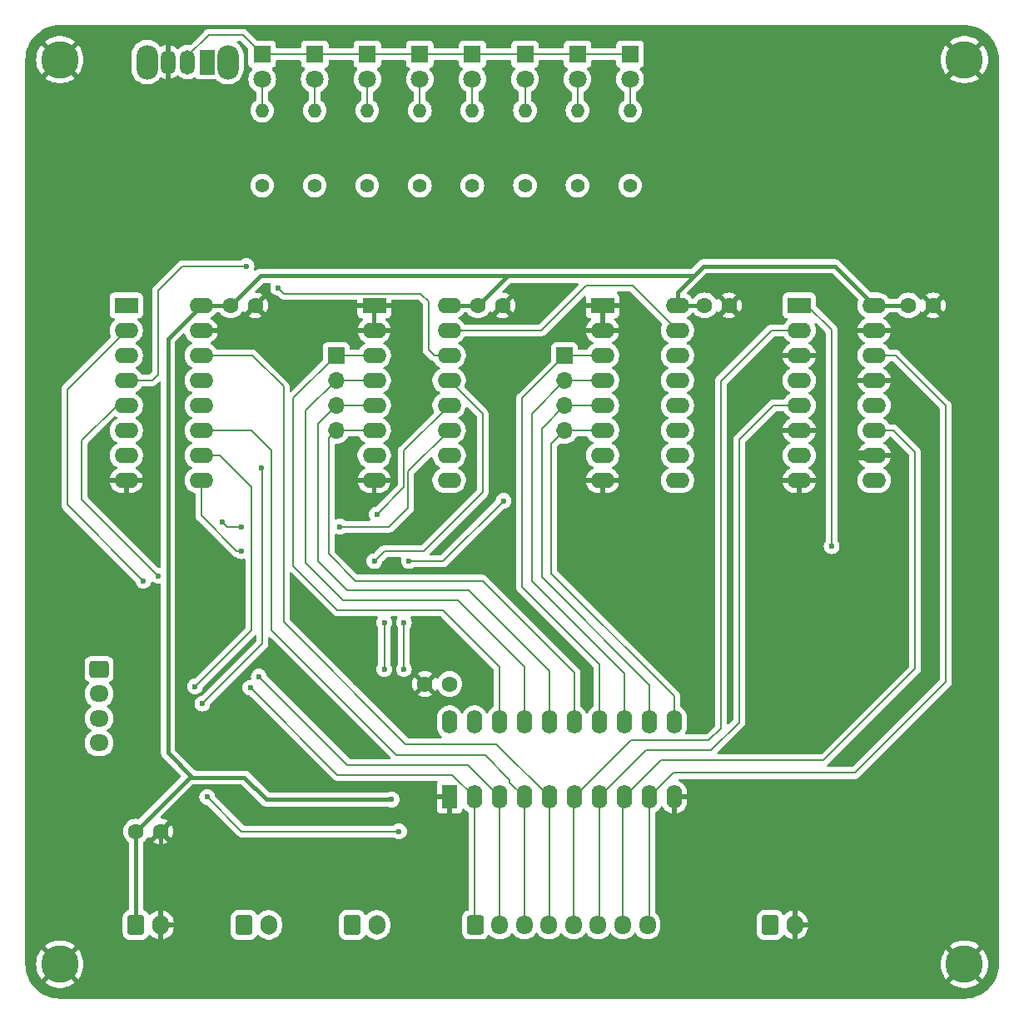
<source format=gbr>
%TF.GenerationSoftware,KiCad,Pcbnew,8.0.5*%
%TF.CreationDate,2024-10-02T19:15:38+03:00*%
%TF.ProjectId,STATUS_Register,53544154-5553-45f5-9265-676973746572,rev?*%
%TF.SameCoordinates,Original*%
%TF.FileFunction,Copper,L1,Top*%
%TF.FilePolarity,Positive*%
%FSLAX46Y46*%
G04 Gerber Fmt 4.6, Leading zero omitted, Abs format (unit mm)*
G04 Created by KiCad (PCBNEW 8.0.5) date 2024-10-02 19:15:38*
%MOMM*%
%LPD*%
G01*
G04 APERTURE LIST*
G04 Aperture macros list*
%AMRoundRect*
0 Rectangle with rounded corners*
0 $1 Rounding radius*
0 $2 $3 $4 $5 $6 $7 $8 $9 X,Y pos of 4 corners*
0 Add a 4 corners polygon primitive as box body*
4,1,4,$2,$3,$4,$5,$6,$7,$8,$9,$2,$3,0*
0 Add four circle primitives for the rounded corners*
1,1,$1+$1,$2,$3*
1,1,$1+$1,$4,$5*
1,1,$1+$1,$6,$7*
1,1,$1+$1,$8,$9*
0 Add four rect primitives between the rounded corners*
20,1,$1+$1,$2,$3,$4,$5,0*
20,1,$1+$1,$4,$5,$6,$7,0*
20,1,$1+$1,$6,$7,$8,$9,0*
20,1,$1+$1,$8,$9,$2,$3,0*%
G04 Aperture macros list end*
%TA.AperFunction,ComponentPad*%
%ADD10C,1.600000*%
%TD*%
%TA.AperFunction,ComponentPad*%
%ADD11C,1.400000*%
%TD*%
%TA.AperFunction,ComponentPad*%
%ADD12O,1.400000X1.400000*%
%TD*%
%TA.AperFunction,ComponentPad*%
%ADD13RoundRect,0.250000X-0.600000X-0.750000X0.600000X-0.750000X0.600000X0.750000X-0.600000X0.750000X0*%
%TD*%
%TA.AperFunction,ComponentPad*%
%ADD14O,1.700000X2.000000*%
%TD*%
%TA.AperFunction,ComponentPad*%
%ADD15R,1.800000X1.800000*%
%TD*%
%TA.AperFunction,ComponentPad*%
%ADD16C,1.800000*%
%TD*%
%TA.AperFunction,ComponentPad*%
%ADD17R,2.400000X1.600000*%
%TD*%
%TA.AperFunction,ComponentPad*%
%ADD18O,2.400000X1.600000*%
%TD*%
%TA.AperFunction,ComponentPad*%
%ADD19C,3.800000*%
%TD*%
%TA.AperFunction,ComponentPad*%
%ADD20RoundRect,0.250000X-0.600000X-0.725000X0.600000X-0.725000X0.600000X0.725000X-0.600000X0.725000X0*%
%TD*%
%TA.AperFunction,ComponentPad*%
%ADD21O,1.700000X1.950000*%
%TD*%
%TA.AperFunction,ComponentPad*%
%ADD22R,1.700000X1.700000*%
%TD*%
%TA.AperFunction,ComponentPad*%
%ADD23O,1.700000X1.700000*%
%TD*%
%TA.AperFunction,ComponentPad*%
%ADD24R,1.600000X2.400000*%
%TD*%
%TA.AperFunction,ComponentPad*%
%ADD25O,1.600000X2.400000*%
%TD*%
%TA.AperFunction,ComponentPad*%
%ADD26O,2.200000X3.500000*%
%TD*%
%TA.AperFunction,ComponentPad*%
%ADD27R,1.500000X2.500000*%
%TD*%
%TA.AperFunction,ComponentPad*%
%ADD28O,1.500000X2.500000*%
%TD*%
%TA.AperFunction,ComponentPad*%
%ADD29RoundRect,0.250000X-0.725000X0.600000X-0.725000X-0.600000X0.725000X-0.600000X0.725000X0.600000X0*%
%TD*%
%TA.AperFunction,ComponentPad*%
%ADD30O,1.950000X1.700000*%
%TD*%
%TA.AperFunction,ViaPad*%
%ADD31C,0.600000*%
%TD*%
%TA.AperFunction,Conductor*%
%ADD32C,0.200000*%
%TD*%
%TA.AperFunction,Conductor*%
%ADD33C,0.400000*%
%TD*%
%TA.AperFunction,Conductor*%
%ADD34C,1.000000*%
%TD*%
G04 APERTURE END LIST*
D10*
%TO.P,C4,1*%
%TO.N,+5V*%
X121380000Y-78999125D03*
%TO.P,C4,2*%
%TO.N,GND*%
X123880000Y-78999125D03*
%TD*%
D11*
%TO.P,R4,1*%
%TO.N,/Y4*%
X145965000Y-66810000D03*
D12*
%TO.P,R4,2*%
%TO.N,Net-(D5-A)*%
X145965000Y-59190000D03*
%TD*%
D11*
%TO.P,R0,1*%
%TO.N,/Y0*%
X124585000Y-66810000D03*
D12*
%TO.P,R0,2*%
%TO.N,Net-(D1-A)*%
X124585000Y-59190000D03*
%TD*%
D13*
%TO.P,J2,1,Pin_1*%
%TO.N,/DE_B*%
X122750000Y-142000000D03*
D14*
%TO.P,J2,2,Pin_2*%
%TO.N,/OE_B*%
X125250000Y-142000000D03*
%TD*%
D10*
%TO.P,C1,1*%
%TO.N,+5V*%
X146530000Y-79000000D03*
%TO.P,C1,2*%
%TO.N,GND*%
X149030000Y-79000000D03*
%TD*%
D15*
%TO.P,D1,1,K*%
%TO.N,Net-(D1-K)*%
X124585000Y-53460000D03*
D16*
%TO.P,D1,2,A*%
%TO.N,Net-(D1-A)*%
X124585000Y-56000000D03*
%TD*%
D17*
%TO.P,U5,1,S*%
%TO.N,/FLAGS_IN*%
X179200000Y-79000000D03*
D18*
%TO.P,U5,2,I0a*%
%TO.N,/B4*%
X179200000Y-81540000D03*
%TO.P,U5,3,I1a*%
%TO.N,GND*%
X179200000Y-84080000D03*
%TO.P,U5,4,Za*%
%TO.N,Net-(U2-D0)*%
X179200000Y-86620000D03*
%TO.P,U5,5,I0b*%
%TO.N,/B5*%
X179200000Y-89160000D03*
%TO.P,U5,6,I1b*%
%TO.N,GND*%
X179200000Y-91700000D03*
%TO.P,U5,7,Zb*%
%TO.N,Net-(U2-D1)*%
X179200000Y-94240000D03*
%TO.P,U5,8,GND*%
%TO.N,GND*%
X179200000Y-96780000D03*
%TO.P,U5,9,Zc*%
%TO.N,Net-(U2-D2)*%
X186820000Y-96780000D03*
%TO.P,U5,10,I1c*%
%TO.N,GND*%
X186820000Y-94240000D03*
%TO.P,U5,11,I0c*%
%TO.N,/B6*%
X186820000Y-91700000D03*
%TO.P,U5,12,Zd*%
%TO.N,Net-(U2-D3)*%
X186820000Y-89160000D03*
%TO.P,U5,13,I1d*%
%TO.N,GND*%
X186820000Y-86620000D03*
%TO.P,U5,14,I0d*%
%TO.N,/B7*%
X186820000Y-84080000D03*
%TO.P,U5,15,E*%
%TO.N,GND*%
X186820000Y-81540000D03*
%TO.P,U5,16,VCC*%
%TO.N,+5V*%
X186820000Y-79000000D03*
%TD*%
D11*
%TO.P,R1,1*%
%TO.N,/Y1*%
X129930000Y-66810000D03*
D12*
%TO.P,R1,2*%
%TO.N,Net-(D2-A)*%
X129930000Y-59190000D03*
%TD*%
D10*
%TO.P,C2,1*%
%TO.N,+5V*%
X169570000Y-79000000D03*
%TO.P,C2,2*%
%TO.N,GND*%
X172070000Y-79000000D03*
%TD*%
D19*
%TO.P,H2,1,1*%
%TO.N,GND*%
X196000000Y-146000000D03*
%TD*%
D15*
%TO.P,D3,1,K*%
%TO.N,Net-(D1-K)*%
X135275000Y-53460000D03*
D16*
%TO.P,D3,2,A*%
%TO.N,Net-(D3-A)*%
X135275000Y-56000000D03*
%TD*%
D13*
%TO.P,J1,1,Pin_1*%
%TO.N,+5V*%
X111750000Y-142000000D03*
D14*
%TO.P,J1,2,Pin_2*%
%TO.N,GND*%
X114250000Y-142000000D03*
%TD*%
D15*
%TO.P,D4,1,K*%
%TO.N,Net-(D1-K)*%
X140620000Y-53460000D03*
D16*
%TO.P,D4,2,A*%
%TO.N,Net-(D4-A)*%
X140620000Y-56000000D03*
%TD*%
D15*
%TO.P,D6,1,K*%
%TO.N,Net-(D1-K)*%
X151310000Y-53460000D03*
D16*
%TO.P,D6,2,A*%
%TO.N,Net-(D6-A)*%
X151310000Y-56000000D03*
%TD*%
D19*
%TO.P,H1,1,1*%
%TO.N,GND*%
X104000000Y-54000000D03*
%TD*%
D20*
%TO.P,J4,1,Pin_1*%
%TO.N,/B0*%
X146250000Y-142000000D03*
D21*
%TO.P,J4,2,Pin_2*%
%TO.N,/B1*%
X148750000Y-142000000D03*
%TO.P,J4,3,Pin_3*%
%TO.N,/B2*%
X151250000Y-142000000D03*
%TO.P,J4,4,Pin_4*%
%TO.N,/B3*%
X153750000Y-142000000D03*
%TO.P,J4,5,Pin_5*%
%TO.N,/B4*%
X156250000Y-142000000D03*
%TO.P,J4,6,Pin_6*%
%TO.N,/B5*%
X158750000Y-142000000D03*
%TO.P,J4,7,Pin_7*%
%TO.N,/B6*%
X161250000Y-142000000D03*
%TO.P,J4,8,Pin_8*%
%TO.N,/B7*%
X163750000Y-142000000D03*
%TD*%
D17*
%TO.P,U1,1,Oe1*%
%TO.N,GND*%
X135980000Y-79000000D03*
D18*
%TO.P,U1,2,Oe2*%
X135980000Y-81540000D03*
%TO.P,U1,3,Q0*%
%TO.N,/Y0*%
X135980000Y-84080000D03*
%TO.P,U1,4,Q1*%
%TO.N,/Y1*%
X135980000Y-86620000D03*
%TO.P,U1,5,Q2*%
%TO.N,/Y2*%
X135980000Y-89160000D03*
%TO.P,U1,6,Q3*%
%TO.N,/Y3*%
X135980000Y-91700000D03*
%TO.P,U1,7,Cp*%
%TO.N,/CLK*%
X135980000Y-94240000D03*
%TO.P,U1,8,GND*%
%TO.N,GND*%
X135980000Y-96780000D03*
%TO.P,U1,9,E1*%
%TO.N,/DE_B*%
X143600000Y-96780000D03*
%TO.P,U1,10,E2*%
X143600000Y-94240000D03*
%TO.P,U1,11,D3*%
%TO.N,Net-(U1-D3)*%
X143600000Y-91700000D03*
%TO.P,U1,12,D2*%
%TO.N,Net-(U1-D2)*%
X143600000Y-89160000D03*
%TO.P,U1,13,D1*%
%TO.N,Net-(U1-D1)*%
X143600000Y-86620000D03*
%TO.P,U1,14,D0*%
%TO.N,Net-(U1-D0)*%
X143600000Y-84080000D03*
%TO.P,U1,15,Mr*%
%TO.N,/RST*%
X143600000Y-81540000D03*
%TO.P,U1,16,VCC*%
%TO.N,+5V*%
X143600000Y-79000000D03*
%TD*%
D22*
%TO.P,J6,1,Pin_1*%
%TO.N,/Y0*%
X132100000Y-84080000D03*
D23*
%TO.P,J6,2,Pin_2*%
%TO.N,/Y1*%
X132100000Y-86620000D03*
%TO.P,J6,3,Pin_3*%
%TO.N,/Y2*%
X132100000Y-89160000D03*
%TO.P,J6,4,Pin_4*%
%TO.N,/Y3*%
X132100000Y-91700000D03*
%TD*%
D11*
%TO.P,R6,1*%
%TO.N,/Y6*%
X156655000Y-66810000D03*
D12*
%TO.P,R6,2*%
%TO.N,Net-(D7-A)*%
X156655000Y-59190000D03*
%TD*%
D10*
%TO.P,C6,1*%
%TO.N,+5V*%
X111750000Y-132500000D03*
%TO.P,C6,2*%
%TO.N,GND*%
X114250000Y-132500000D03*
%TD*%
D17*
%TO.P,U2,1,Oe1*%
%TO.N,GND*%
X159200000Y-79000000D03*
D18*
%TO.P,U2,2,Oe2*%
X159200000Y-81540000D03*
%TO.P,U2,3,Q0*%
%TO.N,/Y4*%
X159200000Y-84080000D03*
%TO.P,U2,4,Q1*%
%TO.N,/Y5*%
X159200000Y-86620000D03*
%TO.P,U2,5,Q2*%
%TO.N,/Y6*%
X159200000Y-89160000D03*
%TO.P,U2,6,Q3*%
%TO.N,/Y7*%
X159200000Y-91700000D03*
%TO.P,U2,7,Cp*%
%TO.N,/CLK*%
X159200000Y-94240000D03*
%TO.P,U2,8,GND*%
%TO.N,GND*%
X159200000Y-96780000D03*
%TO.P,U2,9,E1*%
%TO.N,/DE_B*%
X166820000Y-96780000D03*
%TO.P,U2,10,E2*%
X166820000Y-94240000D03*
%TO.P,U2,11,D3*%
%TO.N,Net-(U2-D3)*%
X166820000Y-91700000D03*
%TO.P,U2,12,D2*%
%TO.N,Net-(U2-D2)*%
X166820000Y-89160000D03*
%TO.P,U2,13,D1*%
%TO.N,Net-(U2-D1)*%
X166820000Y-86620000D03*
%TO.P,U2,14,D0*%
%TO.N,Net-(U2-D0)*%
X166820000Y-84080000D03*
%TO.P,U2,15,Mr*%
%TO.N,/RST*%
X166820000Y-81540000D03*
%TO.P,U2,16,VCC*%
%TO.N,+5V*%
X166820000Y-79000000D03*
%TD*%
D13*
%TO.P,J10,1,Pin_1*%
%TO.N,/FLAGS_IN*%
X176250000Y-142000000D03*
D14*
%TO.P,J10,2,Pin_2*%
%TO.N,GND*%
X178750000Y-142000000D03*
%TD*%
D15*
%TO.P,D7,1,K*%
%TO.N,Net-(D1-K)*%
X156655000Y-53460000D03*
D16*
%TO.P,D7,2,A*%
%TO.N,Net-(D7-A)*%
X156655000Y-56000000D03*
%TD*%
D11*
%TO.P,R7,1*%
%TO.N,/Y7*%
X162000000Y-66810000D03*
D12*
%TO.P,R7,2*%
%TO.N,Net-(D8-A)*%
X162000000Y-59190000D03*
%TD*%
D19*
%TO.P,H4,1,1*%
%TO.N,GND*%
X196000000Y-54000000D03*
%TD*%
D11*
%TO.P,R3,1*%
%TO.N,/Y3*%
X140620000Y-66810000D03*
D12*
%TO.P,R3,2*%
%TO.N,Net-(D4-A)*%
X140620000Y-59190000D03*
%TD*%
D15*
%TO.P,D8,1,K*%
%TO.N,Net-(D1-K)*%
X162000000Y-53460000D03*
D16*
%TO.P,D8,2,A*%
%TO.N,Net-(D8-A)*%
X162000000Y-56000000D03*
%TD*%
D24*
%TO.P,U3,1,A->B*%
%TO.N,GND*%
X143640000Y-129000000D03*
D25*
%TO.P,U3,2,A0*%
%TO.N,/B0*%
X146180000Y-129000000D03*
%TO.P,U3,3,A1*%
%TO.N,/B1*%
X148720000Y-129000000D03*
%TO.P,U3,4,A2*%
%TO.N,/B2*%
X151260000Y-129000000D03*
%TO.P,U3,5,A3*%
%TO.N,/B3*%
X153800000Y-129000000D03*
%TO.P,U3,6,A4*%
%TO.N,/B4*%
X156340000Y-129000000D03*
%TO.P,U3,7,A5*%
%TO.N,/B5*%
X158880000Y-129000000D03*
%TO.P,U3,8,A6*%
%TO.N,/B6*%
X161420000Y-129000000D03*
%TO.P,U3,9,A7*%
%TO.N,/B7*%
X163960000Y-129000000D03*
%TO.P,U3,10,GND*%
%TO.N,GND*%
X166500000Y-129000000D03*
%TO.P,U3,11,B7*%
%TO.N,/Y7*%
X166500000Y-121380000D03*
%TO.P,U3,12,B6*%
%TO.N,/Y6*%
X163960000Y-121380000D03*
%TO.P,U3,13,B5*%
%TO.N,/Y5*%
X161420000Y-121380000D03*
%TO.P,U3,14,B4*%
%TO.N,/Y4*%
X158880000Y-121380000D03*
%TO.P,U3,15,B3*%
%TO.N,/Y3*%
X156340000Y-121380000D03*
%TO.P,U3,16,B2*%
%TO.N,/Y2*%
X153800000Y-121380000D03*
%TO.P,U3,17,B1*%
%TO.N,/Y1*%
X151260000Y-121380000D03*
%TO.P,U3,18,B0*%
%TO.N,/Y0*%
X148720000Y-121380000D03*
%TO.P,U3,19,CE*%
%TO.N,/OE_B*%
X146180000Y-121380000D03*
%TO.P,U3,20,VCC*%
%TO.N,+5V*%
X143640000Y-121380000D03*
%TD*%
D10*
%TO.P,C3,1*%
%TO.N,+5V*%
X143640000Y-117500000D03*
%TO.P,C3,2*%
%TO.N,GND*%
X141140000Y-117500000D03*
%TD*%
D13*
%TO.P,J3,1,Pin_1*%
%TO.N,/CLK*%
X133750000Y-142000000D03*
D14*
%TO.P,J3,2,Pin_2*%
%TO.N,/RST*%
X136250000Y-142000000D03*
%TD*%
D15*
%TO.P,D2,1,K*%
%TO.N,Net-(D1-K)*%
X129930000Y-53460000D03*
D16*
%TO.P,D2,2,A*%
%TO.N,Net-(D2-A)*%
X129930000Y-56000000D03*
%TD*%
D10*
%TO.P,C5,1*%
%TO.N,+5V*%
X190320000Y-79000000D03*
%TO.P,C5,2*%
%TO.N,GND*%
X192820000Y-79000000D03*
%TD*%
D19*
%TO.P,H3,1,1*%
%TO.N,GND*%
X104000000Y-146000000D03*
%TD*%
D15*
%TO.P,D5,1,K*%
%TO.N,Net-(D1-K)*%
X145965000Y-53460000D03*
D16*
%TO.P,D5,2,A*%
%TO.N,Net-(D5-A)*%
X145965000Y-56000000D03*
%TD*%
D11*
%TO.P,R5,1*%
%TO.N,/Y5*%
X151310000Y-66810000D03*
D12*
%TO.P,R5,2*%
%TO.N,Net-(D6-A)*%
X151310000Y-59190000D03*
%TD*%
D22*
%TO.P,J7,1,Pin_1*%
%TO.N,/Y4*%
X155320000Y-84120000D03*
D23*
%TO.P,J7,2,Pin_2*%
%TO.N,/Y5*%
X155320000Y-86660000D03*
%TO.P,J7,3,Pin_3*%
%TO.N,/Y6*%
X155320000Y-89200000D03*
%TO.P,J7,4,Pin_4*%
%TO.N,/Y7*%
X155320000Y-91740000D03*
%TD*%
D26*
%TO.P,SW1,*%
%TO.N,*%
X121085000Y-54250000D03*
X112885000Y-54250000D03*
D27*
%TO.P,SW1,1,A*%
%TO.N,unconnected-(SW1-A-Pad1)*%
X118985000Y-54250000D03*
D28*
%TO.P,SW1,2,B*%
%TO.N,Net-(D1-K)*%
X116985000Y-54250000D03*
%TO.P,SW1,3,C*%
%TO.N,GND*%
X114985000Y-54250000D03*
%TD*%
D29*
%TO.P,J11,1,Pin_1*%
%TO.N,/FLAGS_0*%
X108000000Y-116000000D03*
D30*
%TO.P,J11,2,Pin_2*%
%TO.N,/FLAGS_1*%
X108000000Y-118500000D03*
%TO.P,J11,3,Pin_3*%
%TO.N,/FLAGS_2*%
X108000000Y-121000000D03*
%TO.P,J11,4,Pin_4*%
%TO.N,/FLAGS_3*%
X108000000Y-123500000D03*
%TD*%
D11*
%TO.P,R2,1*%
%TO.N,/Y2*%
X135275000Y-66810000D03*
D12*
%TO.P,R2,2*%
%TO.N,Net-(D3-A)*%
X135275000Y-59190000D03*
%TD*%
D17*
%TO.P,U4,1,S*%
%TO.N,/FLAGS_IN*%
X110760000Y-78999125D03*
D18*
%TO.P,U4,2,I0a*%
%TO.N,/B0*%
X110760000Y-81539125D03*
%TO.P,U4,3,I1a*%
%TO.N,/FLAGS_0*%
X110760000Y-84079125D03*
%TO.P,U4,4,Za*%
%TO.N,Net-(U1-D0)*%
X110760000Y-86619125D03*
%TO.P,U4,5,I0b*%
%TO.N,/B1*%
X110760000Y-89159125D03*
%TO.P,U4,6,I1b*%
%TO.N,/FLAGS_1*%
X110760000Y-91699125D03*
%TO.P,U4,7,Zb*%
%TO.N,Net-(U1-D1)*%
X110760000Y-94239125D03*
%TO.P,U4,8,GND*%
%TO.N,GND*%
X110760000Y-96779125D03*
%TO.P,U4,9,Zc*%
%TO.N,Net-(U1-D2)*%
X118380000Y-96779125D03*
%TO.P,U4,10,I1c*%
%TO.N,/FLAGS_2*%
X118380000Y-94239125D03*
%TO.P,U4,11,I0c*%
%TO.N,/B2*%
X118380000Y-91699125D03*
%TO.P,U4,12,Zd*%
%TO.N,Net-(U1-D3)*%
X118380000Y-89159125D03*
%TO.P,U4,13,I1d*%
%TO.N,/FLAGS_3*%
X118380000Y-86619125D03*
%TO.P,U4,14,I0d*%
%TO.N,/B3*%
X118380000Y-84079125D03*
%TO.P,U4,15,E*%
%TO.N,GND*%
X118380000Y-81539125D03*
%TO.P,U4,16,VCC*%
%TO.N,+5V*%
X118380000Y-78999125D03*
%TD*%
D31*
%TO.N,GND*%
X175450000Y-84500000D03*
X189750000Y-87800000D03*
X183300000Y-117750000D03*
%TO.N,+5V*%
X137750000Y-129250000D03*
%TO.N,GND*%
X184000000Y-93750000D03*
%TO.N,/CLK*%
X149125000Y-98875000D03*
X139500000Y-105000000D03*
X137000000Y-111250000D03*
X137000000Y-116000000D03*
%TO.N,/RST*%
X139000000Y-111250000D03*
X139000000Y-116000000D03*
%TO.N,/B0*%
X123375000Y-117875000D03*
X112500000Y-107000000D03*
%TO.N,/B1*%
X124250000Y-116750000D03*
X114000000Y-106500000D03*
%TO.N,/FLAGS_IN*%
X182500000Y-103500000D03*
X119000000Y-129000000D03*
X138500000Y-132500000D03*
%TO.N,/FLAGS_2*%
X117750000Y-117750000D03*
%TO.N,/FLAGS_3*%
X118500000Y-119500000D03*
X124500000Y-95500000D03*
%TO.N,Net-(U1-D0)*%
X126200000Y-77200000D03*
X123000000Y-75000000D03*
%TO.N,Net-(U1-D1)*%
X136000000Y-105000000D03*
%TO.N,Net-(U1-D2)*%
X122500000Y-104000000D03*
X136250000Y-100250000D03*
%TO.N,Net-(U1-D3)*%
X122500000Y-101500000D03*
X132500000Y-101500000D03*
X120500000Y-101000000D03*
%TD*%
D32*
%TO.N,/B7*%
X163960000Y-129000000D02*
X166410000Y-126550000D01*
X166410000Y-126550000D02*
X184850000Y-126550000D01*
X184850000Y-126550000D02*
X194100000Y-117300000D01*
X194100000Y-89200000D02*
X188980000Y-84080000D01*
X194100000Y-117300000D02*
X194100000Y-89200000D01*
X188980000Y-84080000D02*
X186820000Y-84080000D01*
%TO.N,/B4*%
X156340000Y-129000000D02*
X162090000Y-123250000D01*
X162090000Y-123250000D02*
X170000000Y-123250000D01*
X170000000Y-123250000D02*
X171250000Y-122000000D01*
X171250000Y-122000000D02*
X171250000Y-86700000D01*
X171250000Y-86700000D02*
X176410000Y-81540000D01*
X176410000Y-81540000D02*
X179200000Y-81540000D01*
%TO.N,/B5*%
X179200000Y-89160000D02*
X176590000Y-89160000D01*
X176590000Y-89160000D02*
X173100000Y-92650000D01*
X173100000Y-92650000D02*
X173100000Y-121400000D01*
X173100000Y-121400000D02*
X170250000Y-124250000D01*
X170250000Y-124250000D02*
X163630000Y-124250000D01*
X163630000Y-124250000D02*
X158880000Y-129000000D01*
%TO.N,/Y1*%
X132100000Y-86620000D02*
X129000000Y-89720000D01*
X129000000Y-105200000D02*
X132800000Y-109000000D01*
X129000000Y-89720000D02*
X129000000Y-105200000D01*
X132800000Y-109000000D02*
X144500000Y-109000000D01*
X144500000Y-109000000D02*
X151260000Y-115760000D01*
X151260000Y-115760000D02*
X151260000Y-121380000D01*
D33*
%TO.N,+5V*%
X115000000Y-124500000D02*
X117500000Y-127000000D01*
X111750000Y-132500000D02*
X117250000Y-127000000D01*
X118380000Y-78999125D02*
X121380000Y-78999125D01*
X124500000Y-76000000D02*
X124379125Y-76000000D01*
X146530000Y-79000000D02*
X149530000Y-76000000D01*
X111750000Y-132500000D02*
X111750000Y-142000000D01*
X182820000Y-75000000D02*
X169500000Y-75000000D01*
X166820000Y-79000000D02*
X169570000Y-79000000D01*
X168500000Y-76000000D02*
X166820000Y-77680000D01*
X115000000Y-82379125D02*
X115000000Y-124500000D01*
X150000000Y-76000000D02*
X124500000Y-76000000D01*
X124379125Y-76000000D02*
X121380000Y-78999125D01*
X166820000Y-77680000D02*
X166820000Y-79000000D01*
X117250000Y-127000000D02*
X117500000Y-127000000D01*
X150000000Y-76000000D02*
X168500000Y-76000000D01*
X186820000Y-79000000D02*
X182820000Y-75000000D01*
X118380000Y-78999125D02*
X115000000Y-82379125D01*
X146530000Y-79000000D02*
X143600000Y-79000000D01*
X125000000Y-129250000D02*
X137750000Y-129250000D01*
X149530000Y-76000000D02*
X150000000Y-76000000D01*
X186820000Y-79000000D02*
X190320000Y-79000000D01*
X122750000Y-127000000D02*
X125000000Y-129250000D01*
X169500000Y-75000000D02*
X168500000Y-76000000D01*
X117500000Y-127000000D02*
X122750000Y-127000000D01*
D34*
%TO.N,GND*%
X186820000Y-94240000D02*
X184490000Y-94240000D01*
D33*
X114250000Y-132500000D02*
X114250000Y-142000000D01*
D34*
X184490000Y-94240000D02*
X184000000Y-93750000D01*
D32*
%TO.N,Net-(D1-A)*%
X124585000Y-56000000D02*
X124585000Y-59190000D01*
%TO.N,Net-(D2-A)*%
X129930000Y-59190000D02*
X129930000Y-56000000D01*
%TO.N,Net-(D3-A)*%
X135275000Y-56000000D02*
X135275000Y-59190000D01*
%TO.N,Net-(D4-A)*%
X140620000Y-56000000D02*
X140620000Y-59190000D01*
%TO.N,Net-(D5-A)*%
X145965000Y-56000000D02*
X145965000Y-59190000D01*
%TO.N,Net-(D6-A)*%
X151310000Y-56000000D02*
X151310000Y-59190000D01*
%TO.N,Net-(D7-A)*%
X156655000Y-59190000D02*
X156655000Y-56000000D01*
%TO.N,Net-(D8-A)*%
X162000000Y-55690000D02*
X162000000Y-58880000D01*
%TO.N,/CLK*%
X143000000Y-105000000D02*
X139500000Y-105000000D01*
X149125000Y-98875000D02*
X143000000Y-105000000D01*
X137000000Y-116000000D02*
X137000000Y-111250000D01*
%TO.N,/RST*%
X139000000Y-116000000D02*
X139000000Y-111250000D01*
X143600000Y-81540000D02*
X152960000Y-81540000D01*
X162280000Y-77000000D02*
X166820000Y-81540000D01*
X157500000Y-77000000D02*
X162280000Y-77000000D01*
X152960000Y-81540000D02*
X157500000Y-77000000D01*
%TO.N,/B5*%
X158880000Y-129000000D02*
X158880000Y-141870000D01*
X158880000Y-141870000D02*
X158750000Y-142000000D01*
%TO.N,/B0*%
X104750000Y-99250000D02*
X104750000Y-87549125D01*
X123375000Y-117875000D02*
X132250000Y-126750000D01*
X112500000Y-107000000D02*
X104750000Y-99250000D01*
X132250000Y-126750000D02*
X143930000Y-126750000D01*
X146180000Y-129000000D02*
X146180000Y-141930000D01*
X104750000Y-87549125D02*
X110760000Y-81539125D01*
X143930000Y-126750000D02*
X146180000Y-129000000D01*
X146180000Y-141930000D02*
X146250000Y-142000000D01*
%TO.N,/B6*%
X191000000Y-115934314D02*
X181684314Y-125250000D01*
X188750000Y-91700000D02*
X191000000Y-93950000D01*
X165170000Y-125250000D02*
X161420000Y-129000000D01*
X161250000Y-142000000D02*
X161250000Y-129170000D01*
X186820000Y-91700000D02*
X188750000Y-91700000D01*
X161250000Y-129170000D02*
X161420000Y-129000000D01*
X191000000Y-93950000D02*
X191000000Y-115934314D01*
X181684314Y-125250000D02*
X165170000Y-125250000D01*
%TO.N,/B7*%
X163960000Y-129000000D02*
X163960000Y-141790000D01*
X163960000Y-141790000D02*
X163750000Y-142000000D01*
%TO.N,/B2*%
X151250000Y-142000000D02*
X151250000Y-129010000D01*
X147250000Y-124750000D02*
X138250000Y-124750000D01*
X138250000Y-124750000D02*
X125500000Y-112000000D01*
X149760000Y-127500000D02*
X149760000Y-127260000D01*
X151260000Y-129000000D02*
X149760000Y-127500000D01*
X125500000Y-112000000D02*
X125500000Y-93750000D01*
X123449125Y-91699125D02*
X118380000Y-91699125D01*
X151250000Y-129010000D02*
X151260000Y-129000000D01*
X125500000Y-93750000D02*
X123449125Y-91699125D01*
X149760000Y-127260000D02*
X147250000Y-124750000D01*
%TO.N,/B1*%
X145470000Y-125750000D02*
X148720000Y-129000000D01*
X109840875Y-89159125D02*
X110760000Y-89159125D01*
X124250000Y-116750000D02*
X133250000Y-125750000D01*
X106250000Y-98750000D02*
X106250000Y-92750000D01*
X106250000Y-92750000D02*
X109840875Y-89159125D01*
X148720000Y-141970000D02*
X148750000Y-142000000D01*
X114000000Y-106500000D02*
X106250000Y-98750000D01*
X133250000Y-125750000D02*
X145470000Y-125750000D01*
X148720000Y-129000000D02*
X148720000Y-141970000D01*
%TO.N,/B3*%
X153800000Y-141950000D02*
X153750000Y-142000000D01*
X139165686Y-123600000D02*
X126750000Y-111184314D01*
X148400000Y-123600000D02*
X139165686Y-123600000D01*
X126750000Y-111184314D02*
X126750000Y-87250000D01*
X153800000Y-129000000D02*
X148400000Y-123600000D01*
X123579125Y-84079125D02*
X118380000Y-84079125D01*
X153800000Y-129000000D02*
X153800000Y-141950000D01*
X126750000Y-87250000D02*
X123579125Y-84079125D01*
%TO.N,/B4*%
X156250000Y-142000000D02*
X156250000Y-129090000D01*
X156250000Y-129090000D02*
X156340000Y-129000000D01*
%TO.N,/Y0*%
X132100000Y-84080000D02*
X135980000Y-84080000D01*
X127750000Y-105500000D02*
X132250000Y-110000000D01*
X148720000Y-115720000D02*
X148720000Y-121380000D01*
X132250000Y-110000000D02*
X143000000Y-110000000D01*
X127750000Y-88430000D02*
X127750000Y-105500000D01*
X143000000Y-110000000D02*
X148720000Y-115720000D01*
X132100000Y-84080000D02*
X127750000Y-88430000D01*
%TO.N,/Y1*%
X135980000Y-86620000D02*
X132100000Y-86620000D01*
%TO.N,/Y2*%
X145625000Y-108000000D02*
X153800000Y-116175000D01*
X130250000Y-105000000D02*
X133250000Y-108000000D01*
X130250000Y-91010000D02*
X130250000Y-105000000D01*
X132100000Y-89160000D02*
X130250000Y-91010000D01*
X153800000Y-116175000D02*
X153800000Y-121380000D01*
X132100000Y-89160000D02*
X135980000Y-89160000D01*
X133250000Y-108000000D02*
X145625000Y-108000000D01*
%TO.N,/Y3*%
X156340000Y-116340000D02*
X156340000Y-121380000D01*
X131350000Y-92450000D02*
X131350000Y-104284314D01*
X134065686Y-107000000D02*
X147000000Y-107000000D01*
X147000000Y-107000000D02*
X156340000Y-116340000D01*
X131350000Y-104284314D02*
X134065686Y-107000000D01*
X135980000Y-91700000D02*
X132100000Y-91700000D01*
X132100000Y-91700000D02*
X131350000Y-92450000D01*
%TO.N,/Y4*%
X155360000Y-84080000D02*
X155320000Y-84120000D01*
X151000000Y-88440000D02*
X151000000Y-107631372D01*
X158880000Y-115511372D02*
X158880000Y-121380000D01*
X155320000Y-84120000D02*
X151000000Y-88440000D01*
X151000000Y-107631372D02*
X158880000Y-115511372D01*
X159200000Y-84080000D02*
X155360000Y-84080000D01*
%TO.N,/Y5*%
X161420000Y-121380000D02*
X161420000Y-116420000D01*
X159160000Y-86660000D02*
X159200000Y-86620000D01*
X161420000Y-116420000D02*
X152000000Y-107000000D01*
X155320000Y-86660000D02*
X159160000Y-86660000D01*
X152000000Y-107000000D02*
X152000000Y-89980000D01*
X152000000Y-89980000D02*
X155320000Y-86660000D01*
%TO.N,/Y6*%
X153000000Y-91520000D02*
X153000000Y-106625000D01*
X155320000Y-89200000D02*
X159160000Y-89200000D01*
X163960000Y-117585000D02*
X163960000Y-121380000D01*
X153000000Y-106625000D02*
X163960000Y-117585000D01*
X155320000Y-89200000D02*
X153000000Y-91520000D01*
X159160000Y-89200000D02*
X159200000Y-89160000D01*
%TO.N,/Y7*%
X154000000Y-93060000D02*
X155320000Y-91740000D01*
X154000000Y-106250000D02*
X154000000Y-93060000D01*
X166500000Y-118750000D02*
X154000000Y-106250000D01*
X155360000Y-91700000D02*
X155320000Y-91740000D01*
X159200000Y-91700000D02*
X155360000Y-91700000D01*
X166500000Y-121380000D02*
X166500000Y-118750000D01*
%TO.N,Net-(D1-K)*%
X119135000Y-51500000D02*
X116985000Y-53650000D01*
X122625000Y-51500000D02*
X124585000Y-53460000D01*
X162000000Y-53460000D02*
X124585000Y-53460000D01*
X116985000Y-53650000D02*
X116985000Y-54250000D01*
X122625000Y-51500000D02*
X119135000Y-51500000D01*
%TO.N,/FLAGS_IN*%
X182500000Y-103500000D02*
X182500000Y-81500000D01*
X182500000Y-81500000D02*
X180000000Y-79000000D01*
X122500000Y-132500000D02*
X119000000Y-129000000D01*
X138500000Y-132500000D02*
X122500000Y-132500000D01*
X180000000Y-79000000D02*
X179200000Y-79000000D01*
%TO.N,/FLAGS_2*%
X120239125Y-94239125D02*
X118380000Y-94239125D01*
X117750000Y-117750000D02*
X123500000Y-112000000D01*
X123500000Y-97500000D02*
X120239125Y-94239125D01*
X123500000Y-112000000D02*
X123500000Y-97500000D01*
%TO.N,/FLAGS_3*%
X124600000Y-95600000D02*
X124500000Y-95500000D01*
X118500000Y-119500000D02*
X124600000Y-113400000D01*
X124600000Y-113400000D02*
X124600000Y-95600000D01*
%TO.N,Net-(U1-D0)*%
X142080000Y-84080000D02*
X143600000Y-84080000D01*
X126800000Y-77800000D02*
X140700000Y-77800000D01*
X141500000Y-83500000D02*
X142080000Y-84080000D01*
X116500000Y-75000000D02*
X114000000Y-77500000D01*
X141500000Y-78600000D02*
X141500000Y-83500000D01*
X114000000Y-86000000D02*
X113380875Y-86619125D01*
X123000000Y-75000000D02*
X116500000Y-75000000D01*
X140700000Y-77800000D02*
X141500000Y-78600000D01*
X113380875Y-86619125D02*
X110760000Y-86619125D01*
X114000000Y-77500000D02*
X114000000Y-86000000D01*
X126200000Y-77200000D02*
X126800000Y-77800000D01*
%TO.N,Net-(U1-D1)*%
X147000000Y-98000000D02*
X147000000Y-90020000D01*
X137000000Y-104000000D02*
X141000000Y-104000000D01*
X136000000Y-105000000D02*
X137000000Y-104000000D01*
X147000000Y-90020000D02*
X143600000Y-86620000D01*
X141000000Y-104000000D02*
X147000000Y-98000000D01*
%TO.N,Net-(U1-D2)*%
X136250000Y-100250000D02*
X139000000Y-97500000D01*
X122500000Y-104000000D02*
X122000000Y-104000000D01*
X139000000Y-97500000D02*
X139000000Y-93760000D01*
X122000000Y-104000000D02*
X118380000Y-100380000D01*
X139000000Y-93760000D02*
X143600000Y-89160000D01*
X118380000Y-100380000D02*
X118380000Y-96779125D01*
%TO.N,Net-(U1-D3)*%
X132500000Y-101500000D02*
X137500000Y-101500000D01*
X122500000Y-101500000D02*
X121000000Y-101500000D01*
X137500000Y-101500000D02*
X139400000Y-99600000D01*
X139400000Y-95900000D02*
X143600000Y-91700000D01*
X139400000Y-99600000D02*
X139400000Y-95900000D01*
X121000000Y-101500000D02*
X120500000Y-101000000D01*
%TD*%
%TA.AperFunction,Conductor*%
%TO.N,GND*%
G36*
X188746942Y-84700185D02*
G01*
X188767584Y-84716819D01*
X193463181Y-89412416D01*
X193496666Y-89473739D01*
X193499500Y-89500097D01*
X193499500Y-116999903D01*
X193479815Y-117066942D01*
X193463181Y-117087584D01*
X184637584Y-125913181D01*
X184576261Y-125946666D01*
X184549903Y-125949500D01*
X182132942Y-125949500D01*
X182065903Y-125929815D01*
X182020148Y-125877011D01*
X182010204Y-125807853D01*
X182039229Y-125744297D01*
X182047510Y-125736496D01*
X182047282Y-125736268D01*
X182053030Y-125730520D01*
X182164834Y-125618716D01*
X182164834Y-125618714D01*
X182175042Y-125608507D01*
X182175044Y-125608504D01*
X191358506Y-116425042D01*
X191358511Y-116425038D01*
X191368714Y-116414834D01*
X191368716Y-116414834D01*
X191480520Y-116303030D01*
X191559577Y-116166098D01*
X191590341Y-116051284D01*
X191600500Y-116013372D01*
X191600500Y-115855257D01*
X191600500Y-94039060D01*
X191600501Y-94039047D01*
X191600501Y-93870944D01*
X191594637Y-93849059D01*
X191559577Y-93718216D01*
X191502261Y-93618940D01*
X191480524Y-93581290D01*
X191480518Y-93581282D01*
X190417448Y-92518212D01*
X189237589Y-91338354D01*
X189237588Y-91338352D01*
X189118717Y-91219481D01*
X189118716Y-91219480D01*
X189031904Y-91169360D01*
X189031904Y-91169359D01*
X189031900Y-91169358D01*
X188981785Y-91140423D01*
X188829057Y-91099499D01*
X188670943Y-91099499D01*
X188663347Y-91099499D01*
X188663331Y-91099500D01*
X188449602Y-91099500D01*
X188382563Y-91079815D01*
X188339117Y-91031795D01*
X188337137Y-91027909D01*
X188332287Y-91018390D01*
X188332285Y-91018387D01*
X188332284Y-91018385D01*
X188211971Y-90852786D01*
X188067213Y-90708028D01*
X187901614Y-90587715D01*
X187858927Y-90565965D01*
X187808917Y-90540483D01*
X187758123Y-90492511D01*
X187741328Y-90424690D01*
X187763865Y-90358555D01*
X187808917Y-90319516D01*
X187901610Y-90272287D01*
X187956488Y-90232416D01*
X188067213Y-90151971D01*
X188067215Y-90151968D01*
X188067219Y-90151966D01*
X188211966Y-90007219D01*
X188211968Y-90007215D01*
X188211971Y-90007213D01*
X188266314Y-89932415D01*
X188332287Y-89841610D01*
X188425220Y-89659219D01*
X188488477Y-89464534D01*
X188520500Y-89262352D01*
X188520500Y-89057648D01*
X188488477Y-88855466D01*
X188488192Y-88854590D01*
X188431296Y-88679481D01*
X188425220Y-88660781D01*
X188425218Y-88660778D01*
X188425218Y-88660776D01*
X188383966Y-88579815D01*
X188332287Y-88478390D01*
X188324556Y-88467749D01*
X188211971Y-88312786D01*
X188067213Y-88168028D01*
X187901611Y-88047713D01*
X187808369Y-88000203D01*
X187757574Y-87952229D01*
X187740779Y-87884407D01*
X187763317Y-87818273D01*
X187808371Y-87779234D01*
X187901347Y-87731861D01*
X188066894Y-87611582D01*
X188066895Y-87611582D01*
X188211582Y-87466895D01*
X188211582Y-87466894D01*
X188331859Y-87301349D01*
X188424755Y-87119029D01*
X188487990Y-86924413D01*
X188496609Y-86870000D01*
X187135686Y-86870000D01*
X187140080Y-86865606D01*
X187192741Y-86774394D01*
X187220000Y-86672661D01*
X187220000Y-86567339D01*
X187192741Y-86465606D01*
X187140080Y-86374394D01*
X187135686Y-86370000D01*
X188496609Y-86370000D01*
X188487990Y-86315586D01*
X188424755Y-86120970D01*
X188331859Y-85938650D01*
X188211582Y-85773105D01*
X188211582Y-85773104D01*
X188066895Y-85628417D01*
X187901349Y-85508140D01*
X187808370Y-85460765D01*
X187757574Y-85412790D01*
X187740779Y-85344969D01*
X187763316Y-85278835D01*
X187808370Y-85239795D01*
X187810637Y-85238640D01*
X187901610Y-85192287D01*
X187929081Y-85172328D01*
X188067213Y-85071971D01*
X188067215Y-85071968D01*
X188067219Y-85071966D01*
X188211966Y-84927219D01*
X188211968Y-84927215D01*
X188211971Y-84927213D01*
X188332284Y-84761614D01*
X188332285Y-84761613D01*
X188332287Y-84761610D01*
X188339117Y-84748204D01*
X188387091Y-84697409D01*
X188449602Y-84680500D01*
X188679903Y-84680500D01*
X188746942Y-84700185D01*
G37*
%TD.AperFunction*%
%TA.AperFunction,Conductor*%
G36*
X182545520Y-75720185D02*
G01*
X182566162Y-75736819D01*
X185190008Y-78360665D01*
X185223493Y-78421988D01*
X185218509Y-78491680D01*
X185216514Y-78496228D01*
X185216643Y-78496282D01*
X185214779Y-78500781D01*
X185151523Y-78695461D01*
X185151523Y-78695464D01*
X185119500Y-78897648D01*
X185119500Y-79102351D01*
X185151522Y-79304534D01*
X185214781Y-79499223D01*
X185258372Y-79584773D01*
X185292869Y-79652478D01*
X185307715Y-79681613D01*
X185428028Y-79847213D01*
X185572786Y-79991971D01*
X185691404Y-80078150D01*
X185738390Y-80112287D01*
X185810424Y-80148990D01*
X185831629Y-80159795D01*
X185882425Y-80207770D01*
X185899220Y-80275591D01*
X185876682Y-80341726D01*
X185831629Y-80380765D01*
X185738650Y-80428140D01*
X185573105Y-80548417D01*
X185573104Y-80548417D01*
X185428417Y-80693104D01*
X185428417Y-80693105D01*
X185308140Y-80858650D01*
X185215244Y-81040970D01*
X185152009Y-81235586D01*
X185143391Y-81290000D01*
X186504314Y-81290000D01*
X186499920Y-81294394D01*
X186447259Y-81385606D01*
X186420000Y-81487339D01*
X186420000Y-81592661D01*
X186447259Y-81694394D01*
X186499920Y-81785606D01*
X186504314Y-81790000D01*
X185143391Y-81790000D01*
X185152009Y-81844413D01*
X185215244Y-82039029D01*
X185308140Y-82221349D01*
X185428417Y-82386894D01*
X185428417Y-82386895D01*
X185573104Y-82531582D01*
X185738652Y-82651861D01*
X185831628Y-82699234D01*
X185882425Y-82747208D01*
X185899220Y-82815029D01*
X185876683Y-82881164D01*
X185831630Y-82920203D01*
X185738388Y-82967713D01*
X185572786Y-83088028D01*
X185428028Y-83232786D01*
X185307715Y-83398386D01*
X185214781Y-83580776D01*
X185151522Y-83775465D01*
X185119500Y-83977648D01*
X185119500Y-84182351D01*
X185151522Y-84384534D01*
X185214781Y-84579223D01*
X185276415Y-84700185D01*
X185307269Y-84760739D01*
X185307715Y-84761613D01*
X185428028Y-84927213D01*
X185572786Y-85071971D01*
X185710928Y-85172335D01*
X185738390Y-85192287D01*
X185810424Y-85228990D01*
X185831629Y-85239795D01*
X185882425Y-85287770D01*
X185899220Y-85355591D01*
X185876682Y-85421726D01*
X185831629Y-85460765D01*
X185738650Y-85508140D01*
X185573105Y-85628417D01*
X185573104Y-85628417D01*
X185428417Y-85773104D01*
X185428417Y-85773105D01*
X185308140Y-85938650D01*
X185215244Y-86120970D01*
X185152009Y-86315586D01*
X185143391Y-86370000D01*
X186504314Y-86370000D01*
X186499920Y-86374394D01*
X186447259Y-86465606D01*
X186420000Y-86567339D01*
X186420000Y-86672661D01*
X186447259Y-86774394D01*
X186499920Y-86865606D01*
X186504314Y-86870000D01*
X185143391Y-86870000D01*
X185152009Y-86924413D01*
X185215244Y-87119029D01*
X185308140Y-87301349D01*
X185428417Y-87466894D01*
X185428417Y-87466895D01*
X185573104Y-87611582D01*
X185738652Y-87731861D01*
X185831628Y-87779234D01*
X185882425Y-87827208D01*
X185899220Y-87895029D01*
X185876683Y-87961164D01*
X185831630Y-88000203D01*
X185738388Y-88047713D01*
X185572786Y-88168028D01*
X185428028Y-88312786D01*
X185307715Y-88478386D01*
X185214781Y-88660776D01*
X185151522Y-88855465D01*
X185119500Y-89057648D01*
X185119500Y-89262351D01*
X185151522Y-89464534D01*
X185214781Y-89659223D01*
X185266385Y-89760500D01*
X185307267Y-89840735D01*
X185307715Y-89841613D01*
X185428028Y-90007213D01*
X185572786Y-90151971D01*
X185691883Y-90238498D01*
X185738390Y-90272287D01*
X185829363Y-90318640D01*
X185831080Y-90319515D01*
X185881876Y-90367490D01*
X185898671Y-90435311D01*
X185876134Y-90501446D01*
X185831080Y-90540485D01*
X185738386Y-90587715D01*
X185572786Y-90708028D01*
X185428028Y-90852786D01*
X185307715Y-91018386D01*
X185214781Y-91200776D01*
X185151522Y-91395465D01*
X185119500Y-91597648D01*
X185119500Y-91802351D01*
X185151522Y-92004534D01*
X185214781Y-92199223D01*
X185276146Y-92319656D01*
X185307548Y-92381287D01*
X185307715Y-92381613D01*
X185428028Y-92547213D01*
X185572786Y-92691971D01*
X185691883Y-92778498D01*
X185738390Y-92812287D01*
X185790933Y-92839059D01*
X185831629Y-92859795D01*
X185882425Y-92907770D01*
X185899220Y-92975591D01*
X185876682Y-93041726D01*
X185831629Y-93080765D01*
X185738650Y-93128140D01*
X185573105Y-93248417D01*
X185573104Y-93248417D01*
X185428417Y-93393104D01*
X185428417Y-93393105D01*
X185308140Y-93558650D01*
X185215244Y-93740970D01*
X185152009Y-93935586D01*
X185143391Y-93990000D01*
X186504314Y-93990000D01*
X186499920Y-93994394D01*
X186447259Y-94085606D01*
X186420000Y-94187339D01*
X186420000Y-94292661D01*
X186447259Y-94394394D01*
X186499920Y-94485606D01*
X186504314Y-94490000D01*
X185143391Y-94490000D01*
X185152009Y-94544413D01*
X185215244Y-94739029D01*
X185308140Y-94921349D01*
X185428417Y-95086894D01*
X185428417Y-95086895D01*
X185573104Y-95231582D01*
X185738652Y-95351861D01*
X185831628Y-95399234D01*
X185882425Y-95447208D01*
X185899220Y-95515029D01*
X185876683Y-95581164D01*
X185831630Y-95620203D01*
X185738388Y-95667713D01*
X185572786Y-95788028D01*
X185428028Y-95932786D01*
X185307715Y-96098386D01*
X185214781Y-96280776D01*
X185151522Y-96475465D01*
X185119500Y-96677648D01*
X185119500Y-96882351D01*
X185151522Y-97084534D01*
X185214781Y-97279223D01*
X185278691Y-97404653D01*
X185307267Y-97460735D01*
X185307715Y-97461613D01*
X185428028Y-97627213D01*
X185572786Y-97771971D01*
X185727749Y-97884556D01*
X185738390Y-97892287D01*
X185854607Y-97951503D01*
X185920776Y-97985218D01*
X185920778Y-97985218D01*
X185920781Y-97985220D01*
X186025137Y-98019127D01*
X186115465Y-98048477D01*
X186170483Y-98057191D01*
X186317648Y-98080500D01*
X186317649Y-98080500D01*
X187322351Y-98080500D01*
X187322352Y-98080500D01*
X187524534Y-98048477D01*
X187719219Y-97985220D01*
X187901610Y-97892287D01*
X188028500Y-97800097D01*
X188067213Y-97771971D01*
X188067215Y-97771968D01*
X188067219Y-97771966D01*
X188211966Y-97627219D01*
X188211968Y-97627215D01*
X188211971Y-97627213D01*
X188264732Y-97554590D01*
X188332287Y-97461610D01*
X188425220Y-97279219D01*
X188488477Y-97084534D01*
X188520500Y-96882352D01*
X188520500Y-96677648D01*
X188512119Y-96624731D01*
X188488477Y-96475465D01*
X188425218Y-96280776D01*
X188348299Y-96129816D01*
X188332287Y-96098390D01*
X188324556Y-96087749D01*
X188211971Y-95932786D01*
X188067213Y-95788028D01*
X187901611Y-95667713D01*
X187808369Y-95620203D01*
X187757574Y-95572229D01*
X187740779Y-95504407D01*
X187763317Y-95438273D01*
X187808371Y-95399234D01*
X187901347Y-95351861D01*
X188066894Y-95231582D01*
X188066895Y-95231582D01*
X188211582Y-95086895D01*
X188211582Y-95086894D01*
X188331859Y-94921349D01*
X188424755Y-94739029D01*
X188487990Y-94544413D01*
X188496609Y-94490000D01*
X187135686Y-94490000D01*
X187140080Y-94485606D01*
X187192741Y-94394394D01*
X187220000Y-94292661D01*
X187220000Y-94187339D01*
X187192741Y-94085606D01*
X187140080Y-93994394D01*
X187135686Y-93990000D01*
X188496609Y-93990000D01*
X188487990Y-93935586D01*
X188424755Y-93740970D01*
X188331859Y-93558650D01*
X188211582Y-93393105D01*
X188211582Y-93393104D01*
X188066895Y-93248417D01*
X187901349Y-93128140D01*
X187808370Y-93080765D01*
X187757574Y-93032790D01*
X187740779Y-92964969D01*
X187763316Y-92898835D01*
X187808370Y-92859795D01*
X187810637Y-92858640D01*
X187901610Y-92812287D01*
X188002401Y-92739059D01*
X188067213Y-92691971D01*
X188067215Y-92691968D01*
X188067219Y-92691966D01*
X188211966Y-92547219D01*
X188211968Y-92547215D01*
X188211971Y-92547213D01*
X188332284Y-92381614D01*
X188332285Y-92381613D01*
X188332287Y-92381610D01*
X188339117Y-92368204D01*
X188387091Y-92317409D01*
X188449602Y-92300500D01*
X188449903Y-92300500D01*
X188516942Y-92320185D01*
X188537584Y-92336819D01*
X190363181Y-94162416D01*
X190396666Y-94223739D01*
X190399500Y-94250097D01*
X190399500Y-115634217D01*
X190379815Y-115701256D01*
X190363181Y-115721898D01*
X181471898Y-124613181D01*
X181410575Y-124646666D01*
X181384217Y-124649500D01*
X170999096Y-124649500D01*
X170932057Y-124629815D01*
X170886302Y-124577011D01*
X170876358Y-124507853D01*
X170905383Y-124444297D01*
X170911415Y-124437819D01*
X171426245Y-123922989D01*
X173580520Y-121768716D01*
X173659577Y-121631784D01*
X173700501Y-121479057D01*
X173700501Y-121320942D01*
X173700501Y-121313347D01*
X173700500Y-121313329D01*
X173700500Y-92950097D01*
X173720185Y-92883058D01*
X173736819Y-92862416D01*
X176802416Y-89796819D01*
X176863739Y-89763334D01*
X176890097Y-89760500D01*
X177570398Y-89760500D01*
X177637437Y-89780185D01*
X177680882Y-89828204D01*
X177686821Y-89839859D01*
X177687715Y-89841614D01*
X177808028Y-90007213D01*
X177952786Y-90151971D01*
X178071883Y-90238498D01*
X178118390Y-90272287D01*
X178175076Y-90301170D01*
X178211629Y-90319795D01*
X178262425Y-90367770D01*
X178279220Y-90435591D01*
X178256682Y-90501726D01*
X178211629Y-90540765D01*
X178118650Y-90588140D01*
X177953105Y-90708417D01*
X177953104Y-90708417D01*
X177808417Y-90853104D01*
X177808417Y-90853105D01*
X177688140Y-91018650D01*
X177595244Y-91200970D01*
X177532009Y-91395586D01*
X177523391Y-91450000D01*
X178884314Y-91450000D01*
X178879920Y-91454394D01*
X178827259Y-91545606D01*
X178800000Y-91647339D01*
X178800000Y-91752661D01*
X178827259Y-91854394D01*
X178879920Y-91945606D01*
X178884314Y-91950000D01*
X177523391Y-91950000D01*
X177532009Y-92004413D01*
X177595244Y-92199029D01*
X177688140Y-92381349D01*
X177808417Y-92546894D01*
X177808417Y-92546895D01*
X177953104Y-92691582D01*
X178118652Y-92811861D01*
X178211628Y-92859234D01*
X178262425Y-92907208D01*
X178279220Y-92975029D01*
X178256683Y-93041164D01*
X178211630Y-93080203D01*
X178118388Y-93127713D01*
X177952786Y-93248028D01*
X177808028Y-93392786D01*
X177687715Y-93558386D01*
X177594781Y-93740776D01*
X177531522Y-93935465D01*
X177499500Y-94137648D01*
X177499500Y-94342351D01*
X177531522Y-94544534D01*
X177594781Y-94739223D01*
X177612609Y-94774211D01*
X177687267Y-94920735D01*
X177687715Y-94921613D01*
X177808028Y-95087213D01*
X177952786Y-95231971D01*
X178107749Y-95344556D01*
X178118390Y-95352287D01*
X178190424Y-95388990D01*
X178211629Y-95399795D01*
X178262425Y-95447770D01*
X178279220Y-95515591D01*
X178256682Y-95581726D01*
X178211629Y-95620765D01*
X178118650Y-95668140D01*
X177953105Y-95788417D01*
X177953104Y-95788417D01*
X177808417Y-95933104D01*
X177808417Y-95933105D01*
X177688140Y-96098650D01*
X177595244Y-96280970D01*
X177532009Y-96475586D01*
X177523391Y-96530000D01*
X178884314Y-96530000D01*
X178879920Y-96534394D01*
X178827259Y-96625606D01*
X178800000Y-96727339D01*
X178800000Y-96832661D01*
X178827259Y-96934394D01*
X178879920Y-97025606D01*
X178884314Y-97030000D01*
X177523391Y-97030000D01*
X177532009Y-97084413D01*
X177595244Y-97279029D01*
X177688140Y-97461349D01*
X177808417Y-97626894D01*
X177808417Y-97626895D01*
X177953104Y-97771582D01*
X178118650Y-97891859D01*
X178300968Y-97984755D01*
X178495582Y-98047990D01*
X178697683Y-98080000D01*
X178950000Y-98080000D01*
X178950000Y-97095686D01*
X178954394Y-97100080D01*
X179045606Y-97152741D01*
X179147339Y-97180000D01*
X179252661Y-97180000D01*
X179354394Y-97152741D01*
X179445606Y-97100080D01*
X179450000Y-97095686D01*
X179450000Y-98080000D01*
X179702317Y-98080000D01*
X179904417Y-98047990D01*
X180099031Y-97984755D01*
X180281349Y-97891859D01*
X180446894Y-97771582D01*
X180446895Y-97771582D01*
X180591582Y-97626895D01*
X180591582Y-97626894D01*
X180711859Y-97461349D01*
X180804755Y-97279029D01*
X180867990Y-97084413D01*
X180876609Y-97030000D01*
X179515686Y-97030000D01*
X179520080Y-97025606D01*
X179572741Y-96934394D01*
X179600000Y-96832661D01*
X179600000Y-96727339D01*
X179572741Y-96625606D01*
X179520080Y-96534394D01*
X179515686Y-96530000D01*
X180876609Y-96530000D01*
X180867990Y-96475586D01*
X180804755Y-96280970D01*
X180711859Y-96098650D01*
X180591582Y-95933105D01*
X180591582Y-95933104D01*
X180446895Y-95788417D01*
X180281349Y-95668140D01*
X180188370Y-95620765D01*
X180137574Y-95572790D01*
X180120779Y-95504969D01*
X180143316Y-95438835D01*
X180188370Y-95399795D01*
X180189471Y-95399234D01*
X180281610Y-95352287D01*
X180325024Y-95320745D01*
X180447213Y-95231971D01*
X180447215Y-95231968D01*
X180447219Y-95231966D01*
X180591966Y-95087219D01*
X180591968Y-95087215D01*
X180591971Y-95087213D01*
X180656978Y-94997737D01*
X180712287Y-94921610D01*
X180805220Y-94739219D01*
X180868477Y-94544534D01*
X180900500Y-94342352D01*
X180900500Y-94137648D01*
X180878498Y-93998735D01*
X180868477Y-93935465D01*
X180837152Y-93839057D01*
X180805220Y-93740781D01*
X180805218Y-93740778D01*
X180805218Y-93740776D01*
X180753168Y-93638624D01*
X180712287Y-93558390D01*
X180690362Y-93528213D01*
X180591971Y-93392786D01*
X180447213Y-93248028D01*
X180281611Y-93127713D01*
X180188369Y-93080203D01*
X180137574Y-93032229D01*
X180120779Y-92964407D01*
X180143317Y-92898273D01*
X180188371Y-92859234D01*
X180281347Y-92811861D01*
X180446894Y-92691582D01*
X180446895Y-92691582D01*
X180591582Y-92546895D01*
X180591582Y-92546894D01*
X180711859Y-92381349D01*
X180804755Y-92199029D01*
X180867990Y-92004413D01*
X180876609Y-91950000D01*
X179515686Y-91950000D01*
X179520080Y-91945606D01*
X179572741Y-91854394D01*
X179600000Y-91752661D01*
X179600000Y-91647339D01*
X179572741Y-91545606D01*
X179520080Y-91454394D01*
X179515686Y-91450000D01*
X180876609Y-91450000D01*
X180867990Y-91395586D01*
X180804755Y-91200970D01*
X180711859Y-91018650D01*
X180591582Y-90853105D01*
X180591582Y-90853104D01*
X180446895Y-90708417D01*
X180281349Y-90588140D01*
X180188370Y-90540765D01*
X180137574Y-90492790D01*
X180120779Y-90424969D01*
X180143316Y-90358835D01*
X180188370Y-90319795D01*
X180190637Y-90318640D01*
X180281610Y-90272287D01*
X180336488Y-90232416D01*
X180447213Y-90151971D01*
X180447215Y-90151968D01*
X180447219Y-90151966D01*
X180591966Y-90007219D01*
X180591968Y-90007215D01*
X180591971Y-90007213D01*
X180646314Y-89932415D01*
X180712287Y-89841610D01*
X180805220Y-89659219D01*
X180868477Y-89464534D01*
X180900500Y-89262352D01*
X180900500Y-89057648D01*
X180868477Y-88855466D01*
X180868192Y-88854590D01*
X180811296Y-88679481D01*
X180805220Y-88660781D01*
X180805218Y-88660778D01*
X180805218Y-88660776D01*
X180763966Y-88579815D01*
X180712287Y-88478390D01*
X180704556Y-88467749D01*
X180591971Y-88312786D01*
X180447213Y-88168028D01*
X180281614Y-88047715D01*
X180238927Y-88025965D01*
X180188917Y-88000483D01*
X180138123Y-87952511D01*
X180121328Y-87884690D01*
X180143865Y-87818555D01*
X180188917Y-87779516D01*
X180281610Y-87732287D01*
X180328124Y-87698493D01*
X180447213Y-87611971D01*
X180447215Y-87611968D01*
X180447219Y-87611966D01*
X180591966Y-87467219D01*
X180591968Y-87467215D01*
X180591971Y-87467213D01*
X180644732Y-87394590D01*
X180712287Y-87301610D01*
X180805220Y-87119219D01*
X180868477Y-86924534D01*
X180900500Y-86722352D01*
X180900500Y-86517648D01*
X180879426Y-86384592D01*
X180868477Y-86315465D01*
X180805218Y-86120776D01*
X180763966Y-86039815D01*
X180712287Y-85938390D01*
X180704556Y-85927749D01*
X180591971Y-85772786D01*
X180447213Y-85628028D01*
X180281611Y-85507713D01*
X180188369Y-85460203D01*
X180137574Y-85412229D01*
X180120779Y-85344407D01*
X180143317Y-85278273D01*
X180188371Y-85239234D01*
X180281347Y-85191861D01*
X180446894Y-85071582D01*
X180446895Y-85071582D01*
X180591582Y-84926895D01*
X180591582Y-84926894D01*
X180711859Y-84761349D01*
X180804755Y-84579029D01*
X180867990Y-84384413D01*
X180876609Y-84330000D01*
X179515686Y-84330000D01*
X179520080Y-84325606D01*
X179572741Y-84234394D01*
X179600000Y-84132661D01*
X179600000Y-84027339D01*
X179572741Y-83925606D01*
X179520080Y-83834394D01*
X179515686Y-83830000D01*
X180876609Y-83830000D01*
X180867990Y-83775586D01*
X180804755Y-83580970D01*
X180711859Y-83398650D01*
X180591582Y-83233105D01*
X180591582Y-83233104D01*
X180446895Y-83088417D01*
X180281349Y-82968140D01*
X180188370Y-82920765D01*
X180137574Y-82872790D01*
X180120779Y-82804969D01*
X180143316Y-82738835D01*
X180188370Y-82699795D01*
X180190637Y-82698640D01*
X180281610Y-82652287D01*
X180308209Y-82632962D01*
X180447213Y-82531971D01*
X180447215Y-82531968D01*
X180447219Y-82531966D01*
X180591966Y-82387219D01*
X180591968Y-82387215D01*
X180591971Y-82387213D01*
X180675572Y-82272144D01*
X180712287Y-82221610D01*
X180805220Y-82039219D01*
X180868477Y-81844534D01*
X180900500Y-81642352D01*
X180900500Y-81437648D01*
X180878751Y-81300331D01*
X180868477Y-81235465D01*
X180837174Y-81139125D01*
X180805220Y-81040781D01*
X180805218Y-81040778D01*
X180805218Y-81040776D01*
X180774467Y-80980425D01*
X180759318Y-80950694D01*
X180746423Y-80882027D01*
X180772699Y-80817287D01*
X180829805Y-80777029D01*
X180899611Y-80774037D01*
X180957485Y-80806720D01*
X181863181Y-81712416D01*
X181896666Y-81773739D01*
X181899500Y-81800097D01*
X181899500Y-102917587D01*
X181879815Y-102984626D01*
X181872450Y-102994896D01*
X181870186Y-102997734D01*
X181774211Y-103150476D01*
X181714631Y-103320745D01*
X181714630Y-103320750D01*
X181694435Y-103499996D01*
X181694435Y-103500003D01*
X181714630Y-103679249D01*
X181714631Y-103679254D01*
X181774211Y-103849523D01*
X181870184Y-104002262D01*
X181997738Y-104129816D01*
X182060573Y-104169298D01*
X182132721Y-104214632D01*
X182150478Y-104225789D01*
X182242112Y-104257853D01*
X182320745Y-104285368D01*
X182320750Y-104285369D01*
X182499996Y-104305565D01*
X182500000Y-104305565D01*
X182500004Y-104305565D01*
X182679249Y-104285369D01*
X182679252Y-104285368D01*
X182679255Y-104285368D01*
X182849522Y-104225789D01*
X183002262Y-104129816D01*
X183129816Y-104002262D01*
X183225789Y-103849522D01*
X183285368Y-103679255D01*
X183305565Y-103500000D01*
X183298852Y-103440423D01*
X183285369Y-103320750D01*
X183285368Y-103320745D01*
X183225788Y-103150476D01*
X183129813Y-102997734D01*
X183127550Y-102994896D01*
X183126659Y-102992715D01*
X183126111Y-102991842D01*
X183126264Y-102991745D01*
X183101144Y-102930209D01*
X183100500Y-102917587D01*
X183100500Y-81589059D01*
X183100501Y-81589046D01*
X183100501Y-81420945D01*
X183100501Y-81420943D01*
X183059577Y-81268215D01*
X183030639Y-81218095D01*
X182980520Y-81131284D01*
X182868716Y-81019480D01*
X182868715Y-81019479D01*
X182864385Y-81015149D01*
X182864374Y-81015139D01*
X180936818Y-79087583D01*
X180903333Y-79026260D01*
X180900499Y-78999902D01*
X180900499Y-78152129D01*
X180900498Y-78152123D01*
X180900497Y-78152116D01*
X180894091Y-78092517D01*
X180893764Y-78091641D01*
X180843797Y-77957671D01*
X180843793Y-77957664D01*
X180757547Y-77842455D01*
X180757544Y-77842452D01*
X180642335Y-77756206D01*
X180642328Y-77756202D01*
X180507482Y-77705908D01*
X180507483Y-77705908D01*
X180447883Y-77699501D01*
X180447881Y-77699500D01*
X180447873Y-77699500D01*
X180447864Y-77699500D01*
X177952129Y-77699500D01*
X177952123Y-77699501D01*
X177892516Y-77705908D01*
X177757671Y-77756202D01*
X177757664Y-77756206D01*
X177642455Y-77842452D01*
X177642452Y-77842455D01*
X177556206Y-77957664D01*
X177556202Y-77957671D01*
X177505908Y-78092517D01*
X177499594Y-78151252D01*
X177499501Y-78152123D01*
X177499500Y-78152135D01*
X177499500Y-79847870D01*
X177499501Y-79847876D01*
X177505908Y-79907483D01*
X177556202Y-80042328D01*
X177556206Y-80042335D01*
X177642452Y-80157544D01*
X177642455Y-80157547D01*
X177757664Y-80243793D01*
X177757671Y-80243797D01*
X177802618Y-80260561D01*
X177892517Y-80294091D01*
X177929441Y-80298060D01*
X177993989Y-80324796D01*
X178033838Y-80382188D01*
X178036333Y-80452013D01*
X178000681Y-80512102D01*
X177989071Y-80521666D01*
X177952784Y-80548030D01*
X177808028Y-80692786D01*
X177687715Y-80858385D01*
X177680883Y-80871795D01*
X177632909Y-80922591D01*
X177570398Y-80939500D01*
X176496669Y-80939500D01*
X176496653Y-80939499D01*
X176489057Y-80939499D01*
X176330943Y-80939499D01*
X176223587Y-80968265D01*
X176178210Y-80980424D01*
X176178209Y-80980425D01*
X176128096Y-81009359D01*
X176128095Y-81009360D01*
X176110570Y-81019478D01*
X176041285Y-81059479D01*
X176041282Y-81059481D01*
X170769481Y-86331282D01*
X170769479Y-86331285D01*
X170736612Y-86388214D01*
X170736611Y-86388216D01*
X170690423Y-86468214D01*
X170681858Y-86500180D01*
X170649499Y-86620943D01*
X170649499Y-86620945D01*
X170649499Y-86789046D01*
X170649500Y-86789059D01*
X170649500Y-121699903D01*
X170629815Y-121766942D01*
X170613181Y-121787584D01*
X169787584Y-122613181D01*
X169726261Y-122646666D01*
X169699903Y-122649500D01*
X167718566Y-122649500D01*
X167651527Y-122629815D01*
X167605772Y-122577011D01*
X167595828Y-122507853D01*
X167610811Y-122466326D01*
X167610075Y-122465951D01*
X167705218Y-122279223D01*
X167705218Y-122279222D01*
X167705220Y-122279219D01*
X167768477Y-122084534D01*
X167800500Y-121882352D01*
X167800500Y-120877648D01*
X167768477Y-120675466D01*
X167705220Y-120480781D01*
X167705218Y-120480778D01*
X167705218Y-120480776D01*
X167659515Y-120391080D01*
X167612287Y-120298390D01*
X167559540Y-120225789D01*
X167491971Y-120132786D01*
X167347213Y-119988028D01*
X167181610Y-119867712D01*
X167168200Y-119860879D01*
X167117406Y-119812903D01*
X167100500Y-119750397D01*
X167100500Y-118839060D01*
X167100501Y-118839047D01*
X167100501Y-118670944D01*
X167089682Y-118630567D01*
X167059577Y-118518216D01*
X167035082Y-118475789D01*
X166980524Y-118381290D01*
X166980518Y-118381282D01*
X154636819Y-106037583D01*
X154603334Y-105976260D01*
X154600500Y-105949902D01*
X154600500Y-93360096D01*
X154620185Y-93293057D01*
X154636815Y-93272419D01*
X154836470Y-93072763D01*
X154897791Y-93039280D01*
X154956238Y-93040670D01*
X155084592Y-93075063D01*
X155272918Y-93091539D01*
X155319999Y-93095659D01*
X155320000Y-93095659D01*
X155320001Y-93095659D01*
X155359234Y-93092226D01*
X155555408Y-93075063D01*
X155783663Y-93013903D01*
X155997830Y-92914035D01*
X156191401Y-92778495D01*
X156358495Y-92611401D01*
X156494035Y-92417830D01*
X156515361Y-92372095D01*
X156561533Y-92319656D01*
X156627743Y-92300500D01*
X157570398Y-92300500D01*
X157637437Y-92320185D01*
X157680882Y-92368204D01*
X157686821Y-92379859D01*
X157687715Y-92381614D01*
X157808028Y-92547213D01*
X157952786Y-92691971D01*
X158071883Y-92778498D01*
X158118390Y-92812287D01*
X158209363Y-92858640D01*
X158211080Y-92859515D01*
X158261876Y-92907490D01*
X158278671Y-92975311D01*
X158256134Y-93041446D01*
X158211080Y-93080485D01*
X158118386Y-93127715D01*
X157952786Y-93248028D01*
X157808028Y-93392786D01*
X157687715Y-93558386D01*
X157594781Y-93740776D01*
X157531522Y-93935465D01*
X157499500Y-94137648D01*
X157499500Y-94342351D01*
X157531522Y-94544534D01*
X157594781Y-94739223D01*
X157612609Y-94774211D01*
X157687267Y-94920735D01*
X157687715Y-94921613D01*
X157808028Y-95087213D01*
X157952786Y-95231971D01*
X158107749Y-95344556D01*
X158118390Y-95352287D01*
X158190424Y-95388990D01*
X158211629Y-95399795D01*
X158262425Y-95447770D01*
X158279220Y-95515591D01*
X158256682Y-95581726D01*
X158211629Y-95620765D01*
X158118650Y-95668140D01*
X157953105Y-95788417D01*
X157953104Y-95788417D01*
X157808417Y-95933104D01*
X157808417Y-95933105D01*
X157688140Y-96098650D01*
X157595244Y-96280970D01*
X157532009Y-96475586D01*
X157523391Y-96530000D01*
X158884314Y-96530000D01*
X158879920Y-96534394D01*
X158827259Y-96625606D01*
X158800000Y-96727339D01*
X158800000Y-96832661D01*
X158827259Y-96934394D01*
X158879920Y-97025606D01*
X158884314Y-97030000D01*
X157523391Y-97030000D01*
X157532009Y-97084413D01*
X157595244Y-97279029D01*
X157688140Y-97461349D01*
X157808417Y-97626894D01*
X157808417Y-97626895D01*
X157953104Y-97771582D01*
X158118650Y-97891859D01*
X158300968Y-97984755D01*
X158495582Y-98047990D01*
X158697683Y-98080000D01*
X158950000Y-98080000D01*
X158950000Y-97095686D01*
X158954394Y-97100080D01*
X159045606Y-97152741D01*
X159147339Y-97180000D01*
X159252661Y-97180000D01*
X159354394Y-97152741D01*
X159445606Y-97100080D01*
X159450000Y-97095686D01*
X159450000Y-98080000D01*
X159702317Y-98080000D01*
X159904417Y-98047990D01*
X160099031Y-97984755D01*
X160281349Y-97891859D01*
X160446894Y-97771582D01*
X160446895Y-97771582D01*
X160591582Y-97626895D01*
X160591582Y-97626894D01*
X160711859Y-97461349D01*
X160804755Y-97279029D01*
X160867990Y-97084413D01*
X160876609Y-97030000D01*
X159515686Y-97030000D01*
X159520080Y-97025606D01*
X159572741Y-96934394D01*
X159600000Y-96832661D01*
X159600000Y-96727339D01*
X159572741Y-96625606D01*
X159520080Y-96534394D01*
X159515686Y-96530000D01*
X160876609Y-96530000D01*
X160867990Y-96475586D01*
X160804755Y-96280970D01*
X160711859Y-96098650D01*
X160591582Y-95933105D01*
X160591582Y-95933104D01*
X160446895Y-95788417D01*
X160281349Y-95668140D01*
X160188370Y-95620765D01*
X160137574Y-95572790D01*
X160120779Y-95504969D01*
X160143316Y-95438835D01*
X160188370Y-95399795D01*
X160189471Y-95399234D01*
X160281610Y-95352287D01*
X160325024Y-95320745D01*
X160447213Y-95231971D01*
X160447215Y-95231968D01*
X160447219Y-95231966D01*
X160591966Y-95087219D01*
X160591968Y-95087215D01*
X160591971Y-95087213D01*
X160656978Y-94997737D01*
X160712287Y-94921610D01*
X160805220Y-94739219D01*
X160868477Y-94544534D01*
X160900500Y-94342352D01*
X160900500Y-94137648D01*
X160878498Y-93998735D01*
X160868477Y-93935465D01*
X160837152Y-93839057D01*
X160805220Y-93740781D01*
X160805218Y-93740778D01*
X160805218Y-93740776D01*
X160753168Y-93638624D01*
X160712287Y-93558390D01*
X160690362Y-93528213D01*
X160591971Y-93392786D01*
X160447213Y-93248028D01*
X160281614Y-93127715D01*
X160248538Y-93110862D01*
X160188917Y-93080483D01*
X160138123Y-93032511D01*
X160121328Y-92964690D01*
X160143865Y-92898555D01*
X160188917Y-92859516D01*
X160281610Y-92812287D01*
X160382401Y-92739059D01*
X160447213Y-92691971D01*
X160447215Y-92691968D01*
X160447219Y-92691966D01*
X160591966Y-92547219D01*
X160591968Y-92547215D01*
X160591971Y-92547213D01*
X160655697Y-92459500D01*
X160712287Y-92381610D01*
X160805220Y-92199219D01*
X160868477Y-92004534D01*
X160900500Y-91802352D01*
X160900500Y-91597648D01*
X160885761Y-91504592D01*
X160868477Y-91395465D01*
X160811296Y-91219481D01*
X160805220Y-91200781D01*
X160805218Y-91200778D01*
X160805218Y-91200776D01*
X160771503Y-91134607D01*
X160712287Y-91018390D01*
X160648754Y-90930943D01*
X160591971Y-90852786D01*
X160447213Y-90708028D01*
X160281614Y-90587715D01*
X160238927Y-90565965D01*
X160188917Y-90540483D01*
X160138123Y-90492511D01*
X160121328Y-90424690D01*
X160143865Y-90358555D01*
X160188917Y-90319516D01*
X160281610Y-90272287D01*
X160336488Y-90232416D01*
X160447213Y-90151971D01*
X160447215Y-90151968D01*
X160447219Y-90151966D01*
X160591966Y-90007219D01*
X160591968Y-90007215D01*
X160591971Y-90007213D01*
X160646314Y-89932415D01*
X160712287Y-89841610D01*
X160805220Y-89659219D01*
X160868477Y-89464534D01*
X160900500Y-89262352D01*
X160900500Y-89057648D01*
X160868477Y-88855466D01*
X160868192Y-88854590D01*
X160811296Y-88679481D01*
X160805220Y-88660781D01*
X160805218Y-88660778D01*
X160805218Y-88660776D01*
X160763966Y-88579815D01*
X160712287Y-88478390D01*
X160704556Y-88467749D01*
X160591971Y-88312786D01*
X160447213Y-88168028D01*
X160281614Y-88047715D01*
X160238927Y-88025965D01*
X160188917Y-88000483D01*
X160138123Y-87952511D01*
X160121328Y-87884690D01*
X160143865Y-87818555D01*
X160188917Y-87779516D01*
X160281610Y-87732287D01*
X160328124Y-87698493D01*
X160447213Y-87611971D01*
X160447215Y-87611968D01*
X160447219Y-87611966D01*
X160591966Y-87467219D01*
X160591968Y-87467215D01*
X160591971Y-87467213D01*
X160644732Y-87394590D01*
X160712287Y-87301610D01*
X160805220Y-87119219D01*
X160868477Y-86924534D01*
X160900500Y-86722352D01*
X160900500Y-86517648D01*
X160879426Y-86384592D01*
X160868477Y-86315465D01*
X160805218Y-86120776D01*
X160763966Y-86039815D01*
X160712287Y-85938390D01*
X160704556Y-85927749D01*
X160591971Y-85772786D01*
X160447213Y-85628028D01*
X160281614Y-85507715D01*
X160238927Y-85485965D01*
X160188917Y-85460483D01*
X160138123Y-85412511D01*
X160121328Y-85344690D01*
X160143865Y-85278555D01*
X160188917Y-85239516D01*
X160281610Y-85192287D01*
X160309081Y-85172328D01*
X160447213Y-85071971D01*
X160447215Y-85071968D01*
X160447219Y-85071966D01*
X160591966Y-84927219D01*
X160591968Y-84927215D01*
X160591971Y-84927213D01*
X160644732Y-84854590D01*
X160712287Y-84761610D01*
X160805220Y-84579219D01*
X160868477Y-84384534D01*
X160900500Y-84182352D01*
X160900500Y-83977648D01*
X160883247Y-83868716D01*
X160868477Y-83775465D01*
X160811296Y-83599481D01*
X160805220Y-83580781D01*
X160805218Y-83580778D01*
X160805218Y-83580776D01*
X160771503Y-83514607D01*
X160712287Y-83398390D01*
X160681126Y-83355500D01*
X160591971Y-83232786D01*
X160447213Y-83088028D01*
X160281611Y-82967713D01*
X160188369Y-82920203D01*
X160137574Y-82872229D01*
X160120779Y-82804407D01*
X160143317Y-82738273D01*
X160188371Y-82699234D01*
X160281347Y-82651861D01*
X160446894Y-82531582D01*
X160446895Y-82531582D01*
X160591582Y-82386895D01*
X160591582Y-82386894D01*
X160711859Y-82221349D01*
X160804755Y-82039029D01*
X160867990Y-81844413D01*
X160876609Y-81790000D01*
X159515686Y-81790000D01*
X159520080Y-81785606D01*
X159572741Y-81694394D01*
X159600000Y-81592661D01*
X159600000Y-81487339D01*
X159572741Y-81385606D01*
X159520080Y-81294394D01*
X159515686Y-81290000D01*
X160876609Y-81290000D01*
X160867990Y-81235586D01*
X160804755Y-81040970D01*
X160711859Y-80858650D01*
X160591582Y-80693105D01*
X160591582Y-80693104D01*
X160446894Y-80548416D01*
X160409583Y-80521308D01*
X160366918Y-80465977D01*
X160360939Y-80396364D01*
X160393545Y-80334569D01*
X160454384Y-80300212D01*
X160469214Y-80297700D01*
X160507380Y-80293596D01*
X160642086Y-80243354D01*
X160642093Y-80243350D01*
X160757187Y-80157190D01*
X160757190Y-80157187D01*
X160843350Y-80042093D01*
X160843354Y-80042086D01*
X160893596Y-79907379D01*
X160893598Y-79907372D01*
X160899999Y-79847844D01*
X160900000Y-79847827D01*
X160900000Y-79250000D01*
X159515686Y-79250000D01*
X159520080Y-79245606D01*
X159572741Y-79154394D01*
X159600000Y-79052661D01*
X159600000Y-78947339D01*
X159572741Y-78845606D01*
X159520080Y-78754394D01*
X159515686Y-78750000D01*
X160900000Y-78750000D01*
X160900000Y-78152172D01*
X160899999Y-78152155D01*
X160893598Y-78092627D01*
X160893596Y-78092620D01*
X160843354Y-77957913D01*
X160843350Y-77957906D01*
X160757190Y-77842812D01*
X160731748Y-77823766D01*
X160689878Y-77767832D01*
X160684894Y-77698140D01*
X160718380Y-77636818D01*
X160779703Y-77603333D01*
X160806060Y-77600500D01*
X161979903Y-77600500D01*
X162046942Y-77620185D01*
X162067584Y-77636819D01*
X165237743Y-80806979D01*
X165271228Y-80868302D01*
X165266244Y-80937994D01*
X165260548Y-80950953D01*
X165214778Y-81040783D01*
X165151523Y-81235461D01*
X165151523Y-81235464D01*
X165119500Y-81437648D01*
X165119500Y-81642351D01*
X165151522Y-81844534D01*
X165214781Y-82039223D01*
X165260102Y-82128169D01*
X165307267Y-82220735D01*
X165307715Y-82221613D01*
X165428028Y-82387213D01*
X165572786Y-82531971D01*
X165711791Y-82632962D01*
X165738390Y-82652287D01*
X165828811Y-82698359D01*
X165831080Y-82699515D01*
X165881876Y-82747490D01*
X165898671Y-82815311D01*
X165876134Y-82881446D01*
X165831080Y-82920485D01*
X165738386Y-82967715D01*
X165572786Y-83088028D01*
X165428028Y-83232786D01*
X165307715Y-83398386D01*
X165214781Y-83580776D01*
X165151522Y-83775465D01*
X165119500Y-83977648D01*
X165119500Y-84182351D01*
X165151522Y-84384534D01*
X165214781Y-84579223D01*
X165276415Y-84700185D01*
X165307269Y-84760739D01*
X165307715Y-84761613D01*
X165428028Y-84927213D01*
X165572786Y-85071971D01*
X165710928Y-85172335D01*
X165738390Y-85192287D01*
X165829363Y-85238640D01*
X165831080Y-85239515D01*
X165881876Y-85287490D01*
X165898671Y-85355311D01*
X165876134Y-85421446D01*
X165831080Y-85460485D01*
X165738386Y-85507715D01*
X165572786Y-85628028D01*
X165428028Y-85772786D01*
X165307715Y-85938386D01*
X165214781Y-86120776D01*
X165151522Y-86315465D01*
X165122267Y-86500180D01*
X165119500Y-86517648D01*
X165119500Y-86722352D01*
X165121173Y-86732914D01*
X165151522Y-86924534D01*
X165214781Y-87119223D01*
X165265939Y-87219625D01*
X165307269Y-87300739D01*
X165307715Y-87301613D01*
X165428028Y-87467213D01*
X165572786Y-87611971D01*
X165691883Y-87698498D01*
X165738390Y-87732287D01*
X165809625Y-87768583D01*
X165831080Y-87779515D01*
X165881876Y-87827490D01*
X165898671Y-87895311D01*
X165876134Y-87961446D01*
X165831080Y-88000485D01*
X165738386Y-88047715D01*
X165572786Y-88168028D01*
X165428028Y-88312786D01*
X165307715Y-88478386D01*
X165214781Y-88660776D01*
X165151522Y-88855465D01*
X165119500Y-89057648D01*
X165119500Y-89262351D01*
X165151522Y-89464534D01*
X165214781Y-89659223D01*
X165266385Y-89760500D01*
X165307267Y-89840735D01*
X165307715Y-89841613D01*
X165428028Y-90007213D01*
X165572786Y-90151971D01*
X165691883Y-90238498D01*
X165738390Y-90272287D01*
X165829363Y-90318640D01*
X165831080Y-90319515D01*
X165881876Y-90367490D01*
X165898671Y-90435311D01*
X165876134Y-90501446D01*
X165831080Y-90540485D01*
X165738386Y-90587715D01*
X165572786Y-90708028D01*
X165428028Y-90852786D01*
X165307715Y-91018386D01*
X165214781Y-91200776D01*
X165151522Y-91395465D01*
X165119500Y-91597648D01*
X165119500Y-91802351D01*
X165151522Y-92004534D01*
X165214781Y-92199223D01*
X165276146Y-92319656D01*
X165307548Y-92381287D01*
X165307715Y-92381613D01*
X165428028Y-92547213D01*
X165572786Y-92691971D01*
X165691883Y-92778498D01*
X165738390Y-92812287D01*
X165829363Y-92858640D01*
X165831080Y-92859515D01*
X165881876Y-92907490D01*
X165898671Y-92975311D01*
X165876134Y-93041446D01*
X165831080Y-93080485D01*
X165738386Y-93127715D01*
X165572786Y-93248028D01*
X165428028Y-93392786D01*
X165307715Y-93558386D01*
X165214781Y-93740776D01*
X165151522Y-93935465D01*
X165119500Y-94137648D01*
X165119500Y-94342351D01*
X165151522Y-94544534D01*
X165214781Y-94739223D01*
X165232609Y-94774211D01*
X165307267Y-94920735D01*
X165307715Y-94921613D01*
X165428028Y-95087213D01*
X165572786Y-95231971D01*
X165727749Y-95344556D01*
X165738390Y-95352287D01*
X165829363Y-95398640D01*
X165831080Y-95399515D01*
X165881876Y-95447490D01*
X165898671Y-95515311D01*
X165876134Y-95581446D01*
X165831080Y-95620485D01*
X165738386Y-95667715D01*
X165572786Y-95788028D01*
X165428028Y-95932786D01*
X165307715Y-96098386D01*
X165214781Y-96280776D01*
X165151522Y-96475465D01*
X165119500Y-96677648D01*
X165119500Y-96882351D01*
X165151522Y-97084534D01*
X165214781Y-97279223D01*
X165278691Y-97404653D01*
X165307267Y-97460735D01*
X165307715Y-97461613D01*
X165428028Y-97627213D01*
X165572786Y-97771971D01*
X165727749Y-97884556D01*
X165738390Y-97892287D01*
X165854607Y-97951503D01*
X165920776Y-97985218D01*
X165920778Y-97985218D01*
X165920781Y-97985220D01*
X166025137Y-98019127D01*
X166115465Y-98048477D01*
X166170483Y-98057191D01*
X166317648Y-98080500D01*
X166317649Y-98080500D01*
X167322351Y-98080500D01*
X167322352Y-98080500D01*
X167524534Y-98048477D01*
X167719219Y-97985220D01*
X167901610Y-97892287D01*
X168028500Y-97800097D01*
X168067213Y-97771971D01*
X168067215Y-97771968D01*
X168067219Y-97771966D01*
X168211966Y-97627219D01*
X168211968Y-97627215D01*
X168211971Y-97627213D01*
X168264732Y-97554590D01*
X168332287Y-97461610D01*
X168425220Y-97279219D01*
X168488477Y-97084534D01*
X168520500Y-96882352D01*
X168520500Y-96677648D01*
X168512119Y-96624731D01*
X168488477Y-96475465D01*
X168425218Y-96280776D01*
X168348299Y-96129816D01*
X168332287Y-96098390D01*
X168324556Y-96087749D01*
X168211971Y-95932786D01*
X168067213Y-95788028D01*
X167901614Y-95667715D01*
X167895006Y-95664348D01*
X167808917Y-95620483D01*
X167758123Y-95572511D01*
X167741328Y-95504690D01*
X167763865Y-95438555D01*
X167808917Y-95399516D01*
X167901610Y-95352287D01*
X167945024Y-95320745D01*
X168067213Y-95231971D01*
X168067215Y-95231968D01*
X168067219Y-95231966D01*
X168211966Y-95087219D01*
X168211968Y-95087215D01*
X168211971Y-95087213D01*
X168276978Y-94997737D01*
X168332287Y-94921610D01*
X168425220Y-94739219D01*
X168488477Y-94544534D01*
X168520500Y-94342352D01*
X168520500Y-94137648D01*
X168498498Y-93998735D01*
X168488477Y-93935465D01*
X168457152Y-93839057D01*
X168425220Y-93740781D01*
X168425218Y-93740778D01*
X168425218Y-93740776D01*
X168373168Y-93638624D01*
X168332287Y-93558390D01*
X168310362Y-93528213D01*
X168211971Y-93392786D01*
X168067213Y-93248028D01*
X167901614Y-93127715D01*
X167868538Y-93110862D01*
X167808917Y-93080483D01*
X167758123Y-93032511D01*
X167741328Y-92964690D01*
X167763865Y-92898555D01*
X167808917Y-92859516D01*
X167901610Y-92812287D01*
X168002401Y-92739059D01*
X168067213Y-92691971D01*
X168067215Y-92691968D01*
X168067219Y-92691966D01*
X168211966Y-92547219D01*
X168211968Y-92547215D01*
X168211971Y-92547213D01*
X168275697Y-92459500D01*
X168332287Y-92381610D01*
X168425220Y-92199219D01*
X168488477Y-92004534D01*
X168520500Y-91802352D01*
X168520500Y-91597648D01*
X168505761Y-91504592D01*
X168488477Y-91395465D01*
X168431296Y-91219481D01*
X168425220Y-91200781D01*
X168425218Y-91200778D01*
X168425218Y-91200776D01*
X168391503Y-91134607D01*
X168332287Y-91018390D01*
X168268754Y-90930943D01*
X168211971Y-90852786D01*
X168067213Y-90708028D01*
X167901614Y-90587715D01*
X167858927Y-90565965D01*
X167808917Y-90540483D01*
X167758123Y-90492511D01*
X167741328Y-90424690D01*
X167763865Y-90358555D01*
X167808917Y-90319516D01*
X167901610Y-90272287D01*
X167956488Y-90232416D01*
X168067213Y-90151971D01*
X168067215Y-90151968D01*
X168067219Y-90151966D01*
X168211966Y-90007219D01*
X168211968Y-90007215D01*
X168211971Y-90007213D01*
X168266314Y-89932415D01*
X168332287Y-89841610D01*
X168425220Y-89659219D01*
X168488477Y-89464534D01*
X168520500Y-89262352D01*
X168520500Y-89057648D01*
X168488477Y-88855466D01*
X168488192Y-88854590D01*
X168431296Y-88679481D01*
X168425220Y-88660781D01*
X168425218Y-88660778D01*
X168425218Y-88660776D01*
X168383966Y-88579815D01*
X168332287Y-88478390D01*
X168324556Y-88467749D01*
X168211971Y-88312786D01*
X168067213Y-88168028D01*
X167901614Y-88047715D01*
X167858927Y-88025965D01*
X167808917Y-88000483D01*
X167758123Y-87952511D01*
X167741328Y-87884690D01*
X167763865Y-87818555D01*
X167808917Y-87779516D01*
X167901610Y-87732287D01*
X167948124Y-87698493D01*
X168067213Y-87611971D01*
X168067215Y-87611968D01*
X168067219Y-87611966D01*
X168211966Y-87467219D01*
X168211968Y-87467215D01*
X168211971Y-87467213D01*
X168264732Y-87394590D01*
X168332287Y-87301610D01*
X168425220Y-87119219D01*
X168488477Y-86924534D01*
X168520500Y-86722352D01*
X168520500Y-86517648D01*
X168499426Y-86384592D01*
X168488477Y-86315465D01*
X168425218Y-86120776D01*
X168383966Y-86039815D01*
X168332287Y-85938390D01*
X168324556Y-85927749D01*
X168211971Y-85772786D01*
X168067213Y-85628028D01*
X167901614Y-85507715D01*
X167858927Y-85485965D01*
X167808917Y-85460483D01*
X167758123Y-85412511D01*
X167741328Y-85344690D01*
X167763865Y-85278555D01*
X167808917Y-85239516D01*
X167901610Y-85192287D01*
X167929081Y-85172328D01*
X168067213Y-85071971D01*
X168067215Y-85071968D01*
X168067219Y-85071966D01*
X168211966Y-84927219D01*
X168211968Y-84927215D01*
X168211971Y-84927213D01*
X168264732Y-84854590D01*
X168332287Y-84761610D01*
X168425220Y-84579219D01*
X168488477Y-84384534D01*
X168520500Y-84182352D01*
X168520500Y-83977648D01*
X168503247Y-83868716D01*
X168488477Y-83775465D01*
X168431296Y-83599481D01*
X168425220Y-83580781D01*
X168425218Y-83580778D01*
X168425218Y-83580776D01*
X168391503Y-83514607D01*
X168332287Y-83398390D01*
X168301126Y-83355500D01*
X168211971Y-83232786D01*
X168067213Y-83088028D01*
X167901614Y-82967715D01*
X167895006Y-82964348D01*
X167808917Y-82920483D01*
X167758123Y-82872511D01*
X167741328Y-82804690D01*
X167763865Y-82738555D01*
X167808917Y-82699516D01*
X167901610Y-82652287D01*
X167928209Y-82632962D01*
X168067213Y-82531971D01*
X168067215Y-82531968D01*
X168067219Y-82531966D01*
X168211966Y-82387219D01*
X168211968Y-82387215D01*
X168211971Y-82387213D01*
X168295572Y-82272144D01*
X168332287Y-82221610D01*
X168425220Y-82039219D01*
X168488477Y-81844534D01*
X168520500Y-81642352D01*
X168520500Y-81437648D01*
X168498751Y-81300331D01*
X168488477Y-81235465D01*
X168457174Y-81139125D01*
X168425220Y-81040781D01*
X168425218Y-81040778D01*
X168425218Y-81040776D01*
X168379319Y-80950696D01*
X168332287Y-80858390D01*
X168294747Y-80806720D01*
X168211971Y-80692786D01*
X168067213Y-80548028D01*
X167901614Y-80427715D01*
X167839077Y-80395851D01*
X167808917Y-80380483D01*
X167758123Y-80332511D01*
X167741328Y-80264690D01*
X167763865Y-80198555D01*
X167808917Y-80159516D01*
X167901610Y-80112287D01*
X167948597Y-80078149D01*
X168067213Y-79991971D01*
X168067215Y-79991968D01*
X168067219Y-79991966D01*
X168211966Y-79847219D01*
X168281425Y-79751615D01*
X168336755Y-79708949D01*
X168381744Y-79700500D01*
X168408327Y-79700500D01*
X168475366Y-79720185D01*
X168509902Y-79753377D01*
X168569954Y-79839141D01*
X168730858Y-80000045D01*
X168730861Y-80000047D01*
X168917266Y-80130568D01*
X169123504Y-80226739D01*
X169343308Y-80285635D01*
X169485315Y-80298059D01*
X169569998Y-80305468D01*
X169570000Y-80305468D01*
X169570002Y-80305468D01*
X169635951Y-80299698D01*
X169796692Y-80285635D01*
X170016496Y-80226739D01*
X170222734Y-80130568D01*
X170409139Y-80000047D01*
X170570047Y-79839139D01*
X170700568Y-79652734D01*
X170707893Y-79637024D01*
X170754064Y-79584586D01*
X170821257Y-79565433D01*
X170888138Y-79585648D01*
X170932657Y-79637024D01*
X170939864Y-79652480D01*
X170990974Y-79725472D01*
X171670000Y-79046446D01*
X171670000Y-79052661D01*
X171697259Y-79154394D01*
X171749920Y-79245606D01*
X171824394Y-79320080D01*
X171915606Y-79372741D01*
X172017339Y-79400000D01*
X172023553Y-79400000D01*
X171344526Y-80079025D01*
X171417513Y-80130132D01*
X171417521Y-80130136D01*
X171623668Y-80226264D01*
X171623682Y-80226269D01*
X171843389Y-80285139D01*
X171843400Y-80285141D01*
X172069998Y-80304966D01*
X172070002Y-80304966D01*
X172296599Y-80285141D01*
X172296610Y-80285139D01*
X172516317Y-80226269D01*
X172516331Y-80226264D01*
X172722478Y-80130136D01*
X172795471Y-80079024D01*
X172116447Y-79400000D01*
X172122661Y-79400000D01*
X172224394Y-79372741D01*
X172315606Y-79320080D01*
X172390080Y-79245606D01*
X172442741Y-79154394D01*
X172470000Y-79052661D01*
X172470000Y-79046447D01*
X173149024Y-79725471D01*
X173200136Y-79652478D01*
X173296264Y-79446331D01*
X173296269Y-79446317D01*
X173355139Y-79226610D01*
X173355141Y-79226599D01*
X173374966Y-79000002D01*
X173374966Y-78999997D01*
X173355141Y-78773400D01*
X173355139Y-78773389D01*
X173296269Y-78553682D01*
X173296264Y-78553668D01*
X173200136Y-78347521D01*
X173200132Y-78347513D01*
X173149025Y-78274526D01*
X172470000Y-78953551D01*
X172470000Y-78947339D01*
X172442741Y-78845606D01*
X172390080Y-78754394D01*
X172315606Y-78679920D01*
X172224394Y-78627259D01*
X172122661Y-78600000D01*
X172116448Y-78600000D01*
X172795472Y-77920974D01*
X172722478Y-77869863D01*
X172516331Y-77773735D01*
X172516317Y-77773730D01*
X172296610Y-77714860D01*
X172296599Y-77714858D01*
X172070002Y-77695034D01*
X172069998Y-77695034D01*
X171843400Y-77714858D01*
X171843389Y-77714860D01*
X171623682Y-77773730D01*
X171623673Y-77773734D01*
X171417516Y-77869866D01*
X171417512Y-77869868D01*
X171344526Y-77920973D01*
X171344526Y-77920974D01*
X172023553Y-78600000D01*
X172017339Y-78600000D01*
X171915606Y-78627259D01*
X171824394Y-78679920D01*
X171749920Y-78754394D01*
X171697259Y-78845606D01*
X171670000Y-78947339D01*
X171670000Y-78953552D01*
X170990974Y-78274526D01*
X170990973Y-78274526D01*
X170939868Y-78347512D01*
X170939867Y-78347514D01*
X170932656Y-78362979D01*
X170886482Y-78415417D01*
X170819288Y-78434567D01*
X170752407Y-78414350D01*
X170707893Y-78362976D01*
X170700568Y-78347266D01*
X170570047Y-78160861D01*
X170570045Y-78160858D01*
X170409141Y-77999954D01*
X170222734Y-77869432D01*
X170222732Y-77869431D01*
X170016497Y-77773261D01*
X170016488Y-77773258D01*
X169796697Y-77714366D01*
X169796693Y-77714365D01*
X169796692Y-77714365D01*
X169796691Y-77714364D01*
X169796686Y-77714364D01*
X169570002Y-77694532D01*
X169569998Y-77694532D01*
X169343313Y-77714364D01*
X169343302Y-77714366D01*
X169123511Y-77773258D01*
X169123502Y-77773261D01*
X168917267Y-77869431D01*
X168917265Y-77869432D01*
X168730858Y-77999954D01*
X168569954Y-78160858D01*
X168509902Y-78246623D01*
X168455325Y-78290248D01*
X168408327Y-78299500D01*
X168381744Y-78299500D01*
X168314705Y-78279815D01*
X168281425Y-78248384D01*
X168280789Y-78247509D01*
X168255402Y-78212566D01*
X168211969Y-78152784D01*
X168067213Y-78008028D01*
X167901614Y-77887715D01*
X167866577Y-77869863D01*
X167855823Y-77864383D01*
X167805028Y-77816409D01*
X167788233Y-77748588D01*
X167810770Y-77682454D01*
X167824438Y-77666218D01*
X168401276Y-77089381D01*
X169044114Y-76446543D01*
X169044115Y-76446542D01*
X169753838Y-75736819D01*
X169815161Y-75703334D01*
X169841519Y-75700500D01*
X182478481Y-75700500D01*
X182545520Y-75720185D01*
G37*
%TD.AperFunction*%
%TA.AperFunction,Conductor*%
G36*
X127555703Y-106155384D02*
G01*
X127562181Y-106161416D01*
X131765139Y-110364374D01*
X131765149Y-110364385D01*
X131769479Y-110368715D01*
X131769480Y-110368716D01*
X131881284Y-110480520D01*
X131956960Y-110524211D01*
X132018215Y-110559577D01*
X132170943Y-110600501D01*
X132170946Y-110600501D01*
X132336653Y-110600501D01*
X132336669Y-110600500D01*
X136238339Y-110600500D01*
X136305378Y-110620185D01*
X136351133Y-110672989D01*
X136361077Y-110742147D01*
X136343332Y-110790473D01*
X136274211Y-110900475D01*
X136214631Y-111070745D01*
X136214630Y-111070750D01*
X136194435Y-111249996D01*
X136194435Y-111250003D01*
X136214630Y-111429249D01*
X136214631Y-111429254D01*
X136274211Y-111599523D01*
X136319692Y-111671904D01*
X136353846Y-111726261D01*
X136370185Y-111752263D01*
X136372445Y-111755097D01*
X136373334Y-111757275D01*
X136373889Y-111758158D01*
X136373734Y-111758255D01*
X136398855Y-111819783D01*
X136399500Y-111832412D01*
X136399500Y-115417587D01*
X136379815Y-115484626D01*
X136372450Y-115494896D01*
X136370186Y-115497734D01*
X136274211Y-115650476D01*
X136214631Y-115820745D01*
X136214630Y-115820750D01*
X136194435Y-115999996D01*
X136194435Y-116000003D01*
X136214630Y-116179249D01*
X136214631Y-116179254D01*
X136274211Y-116349523D01*
X136319107Y-116420974D01*
X136370184Y-116502262D01*
X136497738Y-116629816D01*
X136650478Y-116725789D01*
X136820745Y-116785368D01*
X136820750Y-116785369D01*
X136999996Y-116805565D01*
X137000000Y-116805565D01*
X137000004Y-116805565D01*
X137179249Y-116785369D01*
X137179252Y-116785368D01*
X137179255Y-116785368D01*
X137349522Y-116725789D01*
X137502262Y-116629816D01*
X137629816Y-116502262D01*
X137725789Y-116349522D01*
X137785368Y-116179255D01*
X137786850Y-116166104D01*
X137805565Y-116000003D01*
X137805565Y-115999996D01*
X137785369Y-115820750D01*
X137785368Y-115820745D01*
X137738071Y-115685579D01*
X137725789Y-115650478D01*
X137719798Y-115640944D01*
X137670231Y-115562058D01*
X137629816Y-115497738D01*
X137629814Y-115497736D01*
X137629813Y-115497734D01*
X137627550Y-115494896D01*
X137626659Y-115492715D01*
X137626111Y-115491842D01*
X137626264Y-115491745D01*
X137601144Y-115430209D01*
X137600500Y-115417587D01*
X137600500Y-111832412D01*
X137620185Y-111765373D01*
X137627555Y-111755097D01*
X137629810Y-111752267D01*
X137629816Y-111752262D01*
X137725789Y-111599522D01*
X137785368Y-111429255D01*
X137785369Y-111429249D01*
X137805565Y-111250003D01*
X137805565Y-111249996D01*
X137785369Y-111070750D01*
X137785368Y-111070745D01*
X137725788Y-110900475D01*
X137656668Y-110790473D01*
X137637667Y-110723236D01*
X137658034Y-110656401D01*
X137711302Y-110611186D01*
X137761661Y-110600500D01*
X138238339Y-110600500D01*
X138305378Y-110620185D01*
X138351133Y-110672989D01*
X138361077Y-110742147D01*
X138343332Y-110790473D01*
X138274211Y-110900475D01*
X138214631Y-111070745D01*
X138214630Y-111070750D01*
X138194435Y-111249996D01*
X138194435Y-111250003D01*
X138214630Y-111429249D01*
X138214631Y-111429254D01*
X138274211Y-111599523D01*
X138319692Y-111671904D01*
X138353846Y-111726261D01*
X138370185Y-111752263D01*
X138372445Y-111755097D01*
X138373334Y-111757275D01*
X138373889Y-111758158D01*
X138373734Y-111758255D01*
X138398855Y-111819783D01*
X138399500Y-111832412D01*
X138399500Y-115417587D01*
X138379815Y-115484626D01*
X138372450Y-115494896D01*
X138370186Y-115497734D01*
X138274211Y-115650476D01*
X138214631Y-115820745D01*
X138214630Y-115820750D01*
X138194435Y-115999996D01*
X138194435Y-116000003D01*
X138214630Y-116179249D01*
X138214631Y-116179254D01*
X138274211Y-116349523D01*
X138319107Y-116420974D01*
X138370184Y-116502262D01*
X138497738Y-116629816D01*
X138650478Y-116725789D01*
X138820745Y-116785368D01*
X138820750Y-116785369D01*
X138999996Y-116805565D01*
X139000000Y-116805565D01*
X139000004Y-116805565D01*
X139179249Y-116785369D01*
X139179252Y-116785368D01*
X139179255Y-116785368D01*
X139349522Y-116725789D01*
X139502262Y-116629816D01*
X139629816Y-116502262D01*
X139725789Y-116349522D01*
X139785368Y-116179255D01*
X139786850Y-116166104D01*
X139805565Y-116000003D01*
X139805565Y-115999996D01*
X139785369Y-115820750D01*
X139785368Y-115820745D01*
X139738071Y-115685579D01*
X139725789Y-115650478D01*
X139719798Y-115640944D01*
X139670231Y-115562058D01*
X139629816Y-115497738D01*
X139629814Y-115497736D01*
X139629813Y-115497734D01*
X139627550Y-115494896D01*
X139626659Y-115492715D01*
X139626111Y-115491842D01*
X139626264Y-115491745D01*
X139601144Y-115430209D01*
X139600500Y-115417587D01*
X139600500Y-111832412D01*
X139620185Y-111765373D01*
X139627555Y-111755097D01*
X139629810Y-111752267D01*
X139629816Y-111752262D01*
X139725789Y-111599522D01*
X139785368Y-111429255D01*
X139785369Y-111429249D01*
X139805565Y-111250003D01*
X139805565Y-111249996D01*
X139785369Y-111070750D01*
X139785368Y-111070745D01*
X139725788Y-110900475D01*
X139656668Y-110790473D01*
X139637667Y-110723236D01*
X139658034Y-110656401D01*
X139711302Y-110611186D01*
X139761661Y-110600500D01*
X142699903Y-110600500D01*
X142766942Y-110620185D01*
X142787584Y-110636819D01*
X148083181Y-115932416D01*
X148116666Y-115993739D01*
X148119500Y-116020097D01*
X148119500Y-119750397D01*
X148099815Y-119817436D01*
X148051800Y-119860879D01*
X148038389Y-119867712D01*
X147872786Y-119988028D01*
X147728028Y-120132786D01*
X147607715Y-120298386D01*
X147560485Y-120391080D01*
X147512510Y-120441876D01*
X147444689Y-120458671D01*
X147378554Y-120436134D01*
X147339515Y-120391080D01*
X147338883Y-120389840D01*
X147292287Y-120298390D01*
X147239540Y-120225789D01*
X147171971Y-120132786D01*
X147027213Y-119988028D01*
X146861613Y-119867715D01*
X146861612Y-119867714D01*
X146861610Y-119867713D01*
X146800194Y-119836420D01*
X146679223Y-119774781D01*
X146484534Y-119711522D01*
X146309995Y-119683878D01*
X146282352Y-119679500D01*
X146077648Y-119679500D01*
X146053329Y-119683351D01*
X145875465Y-119711522D01*
X145680776Y-119774781D01*
X145498386Y-119867715D01*
X145332786Y-119988028D01*
X145188028Y-120132786D01*
X145067715Y-120298386D01*
X145020485Y-120391080D01*
X144972510Y-120441876D01*
X144904689Y-120458671D01*
X144838554Y-120436134D01*
X144799515Y-120391080D01*
X144798883Y-120389840D01*
X144752287Y-120298390D01*
X144699540Y-120225789D01*
X144631971Y-120132786D01*
X144487213Y-119988028D01*
X144321613Y-119867715D01*
X144321612Y-119867714D01*
X144321610Y-119867713D01*
X144260194Y-119836420D01*
X144139223Y-119774781D01*
X143944534Y-119711522D01*
X143769995Y-119683878D01*
X143742352Y-119679500D01*
X143537648Y-119679500D01*
X143513329Y-119683351D01*
X143335465Y-119711522D01*
X143140776Y-119774781D01*
X142958386Y-119867715D01*
X142792786Y-119988028D01*
X142648028Y-120132786D01*
X142527715Y-120298386D01*
X142434781Y-120480776D01*
X142371522Y-120675465D01*
X142339500Y-120877648D01*
X142339500Y-121882351D01*
X142371522Y-122084534D01*
X142434781Y-122279223D01*
X142527715Y-122461613D01*
X142648028Y-122627213D01*
X142792782Y-122771967D01*
X142797207Y-122775182D01*
X142839872Y-122830512D01*
X142845851Y-122900125D01*
X142813245Y-122961920D01*
X142752406Y-122996278D01*
X142724321Y-122999500D01*
X139465784Y-122999500D01*
X139398745Y-122979815D01*
X139378103Y-122963181D01*
X133914919Y-117499997D01*
X139835034Y-117499997D01*
X139835034Y-117500002D01*
X139854858Y-117726599D01*
X139854860Y-117726610D01*
X139913730Y-117946317D01*
X139913735Y-117946331D01*
X140009863Y-118152478D01*
X140060974Y-118225472D01*
X140740000Y-117546446D01*
X140740000Y-117552661D01*
X140767259Y-117654394D01*
X140819920Y-117745606D01*
X140894394Y-117820080D01*
X140985606Y-117872741D01*
X141087339Y-117900000D01*
X141093553Y-117900000D01*
X140414526Y-118579025D01*
X140487513Y-118630132D01*
X140487521Y-118630136D01*
X140693668Y-118726264D01*
X140693682Y-118726269D01*
X140913389Y-118785139D01*
X140913400Y-118785141D01*
X141139998Y-118804966D01*
X141140002Y-118804966D01*
X141366599Y-118785141D01*
X141366610Y-118785139D01*
X141586317Y-118726269D01*
X141586331Y-118726264D01*
X141792478Y-118630136D01*
X141865471Y-118579024D01*
X141186447Y-117900000D01*
X141192661Y-117900000D01*
X141294394Y-117872741D01*
X141385606Y-117820080D01*
X141460080Y-117745606D01*
X141512741Y-117654394D01*
X141540000Y-117552661D01*
X141540000Y-117546447D01*
X142219024Y-118225471D01*
X142270134Y-118152481D01*
X142277340Y-118137028D01*
X142323511Y-118084587D01*
X142390704Y-118065433D01*
X142457585Y-118085646D01*
X142502105Y-118137022D01*
X142509430Y-118152730D01*
X142509432Y-118152734D01*
X142639954Y-118339141D01*
X142800858Y-118500045D01*
X142800861Y-118500047D01*
X142987266Y-118630568D01*
X143193504Y-118726739D01*
X143413308Y-118785635D01*
X143575230Y-118799801D01*
X143639998Y-118805468D01*
X143640000Y-118805468D01*
X143640002Y-118805468D01*
X143696673Y-118800509D01*
X143866692Y-118785635D01*
X144086496Y-118726739D01*
X144292734Y-118630568D01*
X144479139Y-118500047D01*
X144640047Y-118339139D01*
X144770568Y-118152734D01*
X144866739Y-117946496D01*
X144925635Y-117726692D01*
X144945468Y-117500000D01*
X144925635Y-117273308D01*
X144866739Y-117053504D01*
X144770568Y-116847266D01*
X144640047Y-116660861D01*
X144640045Y-116660858D01*
X144479141Y-116499954D01*
X144292734Y-116369432D01*
X144292732Y-116369431D01*
X144086497Y-116273261D01*
X144086488Y-116273258D01*
X143866697Y-116214366D01*
X143866693Y-116214365D01*
X143866692Y-116214365D01*
X143866691Y-116214364D01*
X143866686Y-116214364D01*
X143640002Y-116194532D01*
X143639998Y-116194532D01*
X143413313Y-116214364D01*
X143413302Y-116214366D01*
X143193511Y-116273258D01*
X143193502Y-116273261D01*
X142987267Y-116369431D01*
X142987265Y-116369432D01*
X142800858Y-116499954D01*
X142639954Y-116660858D01*
X142509432Y-116847265D01*
X142509429Y-116847270D01*
X142502104Y-116862979D01*
X142455929Y-116915417D01*
X142388735Y-116934566D01*
X142321855Y-116914347D01*
X142277341Y-116862973D01*
X142270133Y-116847515D01*
X142270132Y-116847513D01*
X142219025Y-116774526D01*
X141540000Y-117453551D01*
X141540000Y-117447339D01*
X141512741Y-117345606D01*
X141460080Y-117254394D01*
X141385606Y-117179920D01*
X141294394Y-117127259D01*
X141192661Y-117100000D01*
X141186448Y-117100000D01*
X141865472Y-116420974D01*
X141792478Y-116369863D01*
X141586331Y-116273735D01*
X141586317Y-116273730D01*
X141366610Y-116214860D01*
X141366599Y-116214858D01*
X141140002Y-116195034D01*
X141139998Y-116195034D01*
X140913400Y-116214858D01*
X140913389Y-116214860D01*
X140693682Y-116273730D01*
X140693673Y-116273734D01*
X140487516Y-116369866D01*
X140487512Y-116369868D01*
X140414526Y-116420973D01*
X140414526Y-116420974D01*
X141093553Y-117100000D01*
X141087339Y-117100000D01*
X140985606Y-117127259D01*
X140894394Y-117179920D01*
X140819920Y-117254394D01*
X140767259Y-117345606D01*
X140740000Y-117447339D01*
X140740000Y-117453552D01*
X140060974Y-116774526D01*
X140060973Y-116774526D01*
X140009868Y-116847512D01*
X140009866Y-116847516D01*
X139913734Y-117053673D01*
X139913730Y-117053682D01*
X139854860Y-117273389D01*
X139854858Y-117273400D01*
X139835034Y-117499997D01*
X133914919Y-117499997D01*
X127386819Y-110971897D01*
X127353334Y-110910574D01*
X127350500Y-110884216D01*
X127350500Y-106249097D01*
X127370185Y-106182058D01*
X127422989Y-106136303D01*
X127492147Y-106126359D01*
X127555703Y-106155384D01*
G37*
%TD.AperFunction*%
%TA.AperFunction,Conductor*%
G36*
X177637437Y-82160185D02*
G01*
X177680882Y-82208204D01*
X177686821Y-82219859D01*
X177687715Y-82221614D01*
X177808028Y-82387213D01*
X177952786Y-82531971D01*
X178091791Y-82632962D01*
X178118390Y-82652287D01*
X178190424Y-82688990D01*
X178211629Y-82699795D01*
X178262425Y-82747770D01*
X178279220Y-82815591D01*
X178256682Y-82881726D01*
X178211629Y-82920765D01*
X178118650Y-82968140D01*
X177953105Y-83088417D01*
X177953104Y-83088417D01*
X177808417Y-83233104D01*
X177808417Y-83233105D01*
X177688140Y-83398650D01*
X177595244Y-83580970D01*
X177532009Y-83775586D01*
X177523391Y-83830000D01*
X178884314Y-83830000D01*
X178879920Y-83834394D01*
X178827259Y-83925606D01*
X178800000Y-84027339D01*
X178800000Y-84132661D01*
X178827259Y-84234394D01*
X178879920Y-84325606D01*
X178884314Y-84330000D01*
X177523391Y-84330000D01*
X177532009Y-84384413D01*
X177595244Y-84579029D01*
X177688140Y-84761349D01*
X177808417Y-84926894D01*
X177808417Y-84926895D01*
X177953104Y-85071582D01*
X178118652Y-85191861D01*
X178211628Y-85239234D01*
X178262425Y-85287208D01*
X178279220Y-85355029D01*
X178256683Y-85421164D01*
X178211630Y-85460203D01*
X178118388Y-85507713D01*
X177952786Y-85628028D01*
X177808028Y-85772786D01*
X177687715Y-85938386D01*
X177594781Y-86120776D01*
X177531522Y-86315465D01*
X177502267Y-86500180D01*
X177499500Y-86517648D01*
X177499500Y-86722352D01*
X177501173Y-86732914D01*
X177531522Y-86924534D01*
X177594781Y-87119223D01*
X177645939Y-87219625D01*
X177687269Y-87300739D01*
X177687715Y-87301613D01*
X177808028Y-87467213D01*
X177952786Y-87611971D01*
X178071883Y-87698498D01*
X178118390Y-87732287D01*
X178189625Y-87768583D01*
X178211080Y-87779515D01*
X178261876Y-87827490D01*
X178278671Y-87895311D01*
X178256134Y-87961446D01*
X178211080Y-88000485D01*
X178118386Y-88047715D01*
X177952786Y-88168028D01*
X177808028Y-88312786D01*
X177687715Y-88478385D01*
X177680883Y-88491795D01*
X177632909Y-88542591D01*
X177570398Y-88559500D01*
X176669057Y-88559500D01*
X176510942Y-88559500D01*
X176500799Y-88562218D01*
X176358214Y-88600423D01*
X176358209Y-88600426D01*
X176221290Y-88679475D01*
X176221282Y-88679481D01*
X172619481Y-92281282D01*
X172619479Y-92281285D01*
X172598623Y-92317409D01*
X172575354Y-92357714D01*
X172569361Y-92368094D01*
X172569359Y-92368096D01*
X172540425Y-92418209D01*
X172540424Y-92418210D01*
X172524544Y-92477472D01*
X172499499Y-92570943D01*
X172499499Y-92570945D01*
X172499499Y-92739046D01*
X172499500Y-92739059D01*
X172499500Y-121099902D01*
X172479815Y-121166941D01*
X172463181Y-121187583D01*
X172062181Y-121588583D01*
X172000858Y-121622068D01*
X171931166Y-121617084D01*
X171875233Y-121575212D01*
X171850816Y-121509748D01*
X171850500Y-121500902D01*
X171850500Y-87000097D01*
X171870185Y-86933058D01*
X171886819Y-86912416D01*
X176622416Y-82176819D01*
X176683739Y-82143334D01*
X176710097Y-82140500D01*
X177570398Y-82140500D01*
X177637437Y-82160185D01*
G37*
%TD.AperFunction*%
%TA.AperFunction,Conductor*%
G36*
X157419348Y-78032401D02*
G01*
X157475281Y-78074273D01*
X157499698Y-78139737D01*
X157499785Y-78148851D01*
X157500000Y-78148851D01*
X157500000Y-78750000D01*
X158884314Y-78750000D01*
X158879920Y-78754394D01*
X158827259Y-78845606D01*
X158800000Y-78947339D01*
X158800000Y-79052661D01*
X158827259Y-79154394D01*
X158879920Y-79245606D01*
X158884314Y-79250000D01*
X157500000Y-79250000D01*
X157500000Y-79847844D01*
X157506401Y-79907372D01*
X157506403Y-79907379D01*
X157556645Y-80042086D01*
X157556649Y-80042093D01*
X157642809Y-80157187D01*
X157642812Y-80157190D01*
X157757906Y-80243350D01*
X157757913Y-80243354D01*
X157892620Y-80293596D01*
X157892627Y-80293598D01*
X157930785Y-80297701D01*
X157995336Y-80324439D01*
X158035185Y-80381831D01*
X158037678Y-80451656D01*
X158002026Y-80511745D01*
X157990417Y-80521307D01*
X157953107Y-80548414D01*
X157808417Y-80693104D01*
X157808417Y-80693105D01*
X157688140Y-80858650D01*
X157595244Y-81040970D01*
X157532009Y-81235586D01*
X157523391Y-81290000D01*
X158884314Y-81290000D01*
X158879920Y-81294394D01*
X158827259Y-81385606D01*
X158800000Y-81487339D01*
X158800000Y-81592661D01*
X158827259Y-81694394D01*
X158879920Y-81785606D01*
X158884314Y-81790000D01*
X157523391Y-81790000D01*
X157532009Y-81844413D01*
X157595244Y-82039029D01*
X157688140Y-82221349D01*
X157808417Y-82386894D01*
X157808417Y-82386895D01*
X157953104Y-82531582D01*
X158118652Y-82651861D01*
X158211628Y-82699234D01*
X158262425Y-82747208D01*
X158279220Y-82815029D01*
X158256683Y-82881164D01*
X158211630Y-82920203D01*
X158118388Y-82967713D01*
X157952786Y-83088028D01*
X157808028Y-83232786D01*
X157687715Y-83398385D01*
X157680883Y-83411795D01*
X157632909Y-83462591D01*
X157570398Y-83479500D01*
X156794499Y-83479500D01*
X156727460Y-83459815D01*
X156681705Y-83407011D01*
X156670499Y-83355500D01*
X156670499Y-83222129D01*
X156670498Y-83222123D01*
X156670497Y-83222116D01*
X156664091Y-83162517D01*
X156651453Y-83128634D01*
X156613797Y-83027671D01*
X156613793Y-83027664D01*
X156527547Y-82912455D01*
X156527544Y-82912452D01*
X156412335Y-82826206D01*
X156412328Y-82826202D01*
X156277482Y-82775908D01*
X156277483Y-82775908D01*
X156217883Y-82769501D01*
X156217881Y-82769500D01*
X156217873Y-82769500D01*
X156217864Y-82769500D01*
X154422129Y-82769500D01*
X154422123Y-82769501D01*
X154362516Y-82775908D01*
X154227671Y-82826202D01*
X154227664Y-82826206D01*
X154112455Y-82912452D01*
X154112452Y-82912455D01*
X154026206Y-83027664D01*
X154026202Y-83027671D01*
X153975908Y-83162517D01*
X153969501Y-83222116D01*
X153969501Y-83222123D01*
X153969500Y-83222135D01*
X153969500Y-84569901D01*
X153949815Y-84636940D01*
X153933181Y-84657582D01*
X150631286Y-87959478D01*
X150519481Y-88071282D01*
X150519475Y-88071290D01*
X150474250Y-88149624D01*
X150474250Y-88149625D01*
X150440423Y-88208214D01*
X150440423Y-88208215D01*
X150399499Y-88360943D01*
X150399499Y-88360945D01*
X150399499Y-88529046D01*
X150399500Y-88529059D01*
X150399500Y-107544702D01*
X150399499Y-107544720D01*
X150399499Y-107710426D01*
X150399498Y-107710426D01*
X150440423Y-107863157D01*
X150469358Y-107913272D01*
X150469359Y-107913276D01*
X150469360Y-107913276D01*
X150519479Y-108000086D01*
X150519481Y-108000089D01*
X150638349Y-108118957D01*
X150638355Y-108118962D01*
X158243181Y-115723788D01*
X158276666Y-115785111D01*
X158279500Y-115811469D01*
X158279500Y-119750397D01*
X158259815Y-119817436D01*
X158211800Y-119860879D01*
X158198389Y-119867712D01*
X158032786Y-119988028D01*
X157888028Y-120132786D01*
X157767715Y-120298386D01*
X157720485Y-120391080D01*
X157672510Y-120441876D01*
X157604689Y-120458671D01*
X157538554Y-120436134D01*
X157499515Y-120391080D01*
X157498883Y-120389840D01*
X157452287Y-120298390D01*
X157399540Y-120225789D01*
X157331971Y-120132786D01*
X157187213Y-119988028D01*
X157021610Y-119867712D01*
X157008200Y-119860879D01*
X156957406Y-119812903D01*
X156940500Y-119750397D01*
X156940500Y-116429060D01*
X156940501Y-116429047D01*
X156940501Y-116260944D01*
X156940501Y-116260943D01*
X156899577Y-116108216D01*
X156848702Y-116020097D01*
X156820524Y-115971290D01*
X156820518Y-115971282D01*
X147487590Y-106638355D01*
X147487588Y-106638352D01*
X147368717Y-106519481D01*
X147368709Y-106519475D01*
X147266936Y-106460717D01*
X147266934Y-106460716D01*
X147231790Y-106440425D01*
X147231789Y-106440424D01*
X147219263Y-106437067D01*
X147079057Y-106399499D01*
X146920943Y-106399499D01*
X146913347Y-106399499D01*
X146913331Y-106399500D01*
X134365783Y-106399500D01*
X134298744Y-106379815D01*
X134278102Y-106363181D01*
X131986819Y-104071898D01*
X131953334Y-104010575D01*
X131950500Y-103984217D01*
X131950500Y-102324496D01*
X131970185Y-102257457D01*
X132022989Y-102211702D01*
X132092147Y-102201758D01*
X132140473Y-102219503D01*
X132150475Y-102225788D01*
X132320745Y-102285368D01*
X132320750Y-102285369D01*
X132499996Y-102305565D01*
X132500000Y-102305565D01*
X132500004Y-102305565D01*
X132679249Y-102285369D01*
X132679252Y-102285368D01*
X132679255Y-102285368D01*
X132849522Y-102225789D01*
X133002262Y-102129816D01*
X133002267Y-102129810D01*
X133005097Y-102127555D01*
X133007275Y-102126665D01*
X133008158Y-102126111D01*
X133008255Y-102126265D01*
X133069783Y-102101145D01*
X133082412Y-102100500D01*
X137413331Y-102100500D01*
X137413347Y-102100501D01*
X137420943Y-102100501D01*
X137579054Y-102100501D01*
X137579057Y-102100501D01*
X137731785Y-102059577D01*
X137781904Y-102030639D01*
X137868716Y-101980520D01*
X137980520Y-101868716D01*
X137980520Y-101868714D01*
X137990728Y-101858507D01*
X137990729Y-101858504D01*
X139880520Y-99968716D01*
X139959577Y-99831784D01*
X140000501Y-99679057D01*
X140000501Y-99520942D01*
X140000501Y-99513347D01*
X140000500Y-99513329D01*
X140000500Y-96200097D01*
X140020185Y-96133058D01*
X140036819Y-96112416D01*
X140828490Y-95320745D01*
X141714755Y-94434479D01*
X141776076Y-94400996D01*
X141845768Y-94405980D01*
X141901701Y-94447852D01*
X141924907Y-94502764D01*
X141931522Y-94544534D01*
X141994781Y-94739223D01*
X142012609Y-94774211D01*
X142087267Y-94920735D01*
X142087715Y-94921613D01*
X142208028Y-95087213D01*
X142352786Y-95231971D01*
X142507749Y-95344556D01*
X142518390Y-95352287D01*
X142609363Y-95398640D01*
X142611080Y-95399515D01*
X142661876Y-95447490D01*
X142678671Y-95515311D01*
X142656134Y-95581446D01*
X142611080Y-95620485D01*
X142518386Y-95667715D01*
X142352786Y-95788028D01*
X142208028Y-95932786D01*
X142087715Y-96098386D01*
X141994781Y-96280776D01*
X141931522Y-96475465D01*
X141899500Y-96677648D01*
X141899500Y-96882351D01*
X141931522Y-97084534D01*
X141994781Y-97279223D01*
X142058691Y-97404653D01*
X142087267Y-97460735D01*
X142087715Y-97461613D01*
X142208028Y-97627213D01*
X142352786Y-97771971D01*
X142507749Y-97884556D01*
X142518390Y-97892287D01*
X142634607Y-97951503D01*
X142700776Y-97985218D01*
X142700778Y-97985218D01*
X142700781Y-97985220D01*
X142805137Y-98019127D01*
X142895465Y-98048477D01*
X142950483Y-98057191D01*
X143097648Y-98080500D01*
X143097649Y-98080500D01*
X144102351Y-98080500D01*
X144102352Y-98080500D01*
X144304534Y-98048477D01*
X144499219Y-97985220D01*
X144681610Y-97892287D01*
X144808500Y-97800097D01*
X144847213Y-97771971D01*
X144847215Y-97771968D01*
X144847219Y-97771966D01*
X144991966Y-97627219D01*
X144991968Y-97627215D01*
X144991971Y-97627213D01*
X145044732Y-97554590D01*
X145112287Y-97461610D01*
X145205220Y-97279219D01*
X145268477Y-97084534D01*
X145300500Y-96882352D01*
X145300500Y-96677648D01*
X145292119Y-96624731D01*
X145268477Y-96475465D01*
X145205218Y-96280776D01*
X145128299Y-96129816D01*
X145112287Y-96098390D01*
X145104556Y-96087749D01*
X144991971Y-95932786D01*
X144847213Y-95788028D01*
X144681614Y-95667715D01*
X144675006Y-95664348D01*
X144588917Y-95620483D01*
X144538123Y-95572511D01*
X144521328Y-95504690D01*
X144543865Y-95438555D01*
X144588917Y-95399516D01*
X144681610Y-95352287D01*
X144725024Y-95320745D01*
X144847213Y-95231971D01*
X144847215Y-95231968D01*
X144847219Y-95231966D01*
X144991966Y-95087219D01*
X144991968Y-95087215D01*
X144991971Y-95087213D01*
X145056978Y-94997737D01*
X145112287Y-94921610D01*
X145205220Y-94739219D01*
X145268477Y-94544534D01*
X145300500Y-94342352D01*
X145300500Y-94137648D01*
X145278498Y-93998735D01*
X145268477Y-93935465D01*
X145237152Y-93839057D01*
X145205220Y-93740781D01*
X145205218Y-93740778D01*
X145205218Y-93740776D01*
X145153168Y-93638624D01*
X145112287Y-93558390D01*
X145090362Y-93528213D01*
X144991971Y-93392786D01*
X144847213Y-93248028D01*
X144681614Y-93127715D01*
X144648538Y-93110862D01*
X144588917Y-93080483D01*
X144538123Y-93032511D01*
X144521328Y-92964690D01*
X144543865Y-92898555D01*
X144588917Y-92859516D01*
X144681610Y-92812287D01*
X144782401Y-92739059D01*
X144847213Y-92691971D01*
X144847215Y-92691968D01*
X144847219Y-92691966D01*
X144991966Y-92547219D01*
X144991968Y-92547215D01*
X144991971Y-92547213D01*
X145055697Y-92459500D01*
X145112287Y-92381610D01*
X145205220Y-92199219D01*
X145268477Y-92004534D01*
X145300500Y-91802352D01*
X145300500Y-91597648D01*
X145285761Y-91504592D01*
X145268477Y-91395465D01*
X145211296Y-91219481D01*
X145205220Y-91200781D01*
X145205218Y-91200778D01*
X145205218Y-91200776D01*
X145171503Y-91134607D01*
X145112287Y-91018390D01*
X145048754Y-90930943D01*
X144991971Y-90852786D01*
X144847213Y-90708028D01*
X144681614Y-90587715D01*
X144638927Y-90565965D01*
X144588917Y-90540483D01*
X144538123Y-90492511D01*
X144521328Y-90424690D01*
X144543865Y-90358555D01*
X144588917Y-90319516D01*
X144681610Y-90272287D01*
X144736488Y-90232416D01*
X144847213Y-90151971D01*
X144847215Y-90151968D01*
X144847219Y-90151966D01*
X144991966Y-90007219D01*
X144991968Y-90007215D01*
X144991971Y-90007213D01*
X145046314Y-89932415D01*
X145112287Y-89841610D01*
X145205220Y-89659219D01*
X145268477Y-89464534D01*
X145275093Y-89422761D01*
X145305020Y-89359631D01*
X145364330Y-89322699D01*
X145434193Y-89323695D01*
X145485246Y-89354481D01*
X146363181Y-90232416D01*
X146396666Y-90293739D01*
X146399500Y-90320097D01*
X146399500Y-97699903D01*
X146379815Y-97766942D01*
X146363181Y-97787584D01*
X140787584Y-103363181D01*
X140726261Y-103396666D01*
X140699903Y-103399500D01*
X137086670Y-103399500D01*
X137086654Y-103399499D01*
X137079058Y-103399499D01*
X136920943Y-103399499D01*
X136844579Y-103419961D01*
X136768214Y-103440423D01*
X136768209Y-103440426D01*
X136631290Y-103519475D01*
X136631282Y-103519481D01*
X135981465Y-104169298D01*
X135920142Y-104202783D01*
X135907668Y-104204837D01*
X135820750Y-104214630D01*
X135650478Y-104274210D01*
X135497737Y-104370184D01*
X135370184Y-104497737D01*
X135274211Y-104650476D01*
X135214631Y-104820745D01*
X135214630Y-104820750D01*
X135194435Y-104999996D01*
X135194435Y-105000003D01*
X135214630Y-105179249D01*
X135214631Y-105179254D01*
X135274211Y-105349523D01*
X135370184Y-105502262D01*
X135497738Y-105629816D01*
X135560573Y-105669298D01*
X135632721Y-105714632D01*
X135650478Y-105725789D01*
X135738837Y-105756707D01*
X135820745Y-105785368D01*
X135820750Y-105785369D01*
X135999996Y-105805565D01*
X136000000Y-105805565D01*
X136000004Y-105805565D01*
X136179249Y-105785369D01*
X136179252Y-105785368D01*
X136179255Y-105785368D01*
X136349522Y-105725789D01*
X136502262Y-105629816D01*
X136629816Y-105502262D01*
X136725789Y-105349522D01*
X136785368Y-105179255D01*
X136795161Y-105092329D01*
X136822226Y-105027918D01*
X136830680Y-105018553D01*
X137212418Y-104636816D01*
X137273740Y-104603334D01*
X137300098Y-104600500D01*
X138616937Y-104600500D01*
X138683976Y-104620185D01*
X138729731Y-104672989D01*
X138739675Y-104742147D01*
X138733978Y-104765455D01*
X138714633Y-104820737D01*
X138714630Y-104820750D01*
X138694435Y-104999996D01*
X138694435Y-105000003D01*
X138714630Y-105179249D01*
X138714631Y-105179254D01*
X138774211Y-105349523D01*
X138870184Y-105502262D01*
X138997738Y-105629816D01*
X139060573Y-105669298D01*
X139132721Y-105714632D01*
X139150478Y-105725789D01*
X139238837Y-105756707D01*
X139320745Y-105785368D01*
X139320750Y-105785369D01*
X139499996Y-105805565D01*
X139500000Y-105805565D01*
X139500004Y-105805565D01*
X139679249Y-105785369D01*
X139679252Y-105785368D01*
X139679255Y-105785368D01*
X139849522Y-105725789D01*
X140002262Y-105629816D01*
X140002267Y-105629810D01*
X140005097Y-105627555D01*
X140007275Y-105626665D01*
X140008158Y-105626111D01*
X140008255Y-105626265D01*
X140069783Y-105601145D01*
X140082412Y-105600500D01*
X142913331Y-105600500D01*
X142913347Y-105600501D01*
X142920943Y-105600501D01*
X143079054Y-105600501D01*
X143079057Y-105600501D01*
X143231785Y-105559577D01*
X143281904Y-105530639D01*
X143368716Y-105480520D01*
X143480520Y-105368716D01*
X143480520Y-105368714D01*
X143490728Y-105358507D01*
X143490730Y-105358504D01*
X149143535Y-99705698D01*
X149204856Y-99672215D01*
X149217311Y-99670163D01*
X149304255Y-99660368D01*
X149474522Y-99600789D01*
X149627262Y-99504816D01*
X149754816Y-99377262D01*
X149850789Y-99224522D01*
X149910368Y-99054255D01*
X149910369Y-99054249D01*
X149930565Y-98875003D01*
X149930565Y-98874996D01*
X149910369Y-98695750D01*
X149910368Y-98695745D01*
X149899032Y-98663348D01*
X149850789Y-98525478D01*
X149754816Y-98372738D01*
X149627262Y-98245184D01*
X149507584Y-98169985D01*
X149474523Y-98149211D01*
X149304254Y-98089631D01*
X149304249Y-98089630D01*
X149125004Y-98069435D01*
X149124996Y-98069435D01*
X148945750Y-98089630D01*
X148945745Y-98089631D01*
X148775476Y-98149211D01*
X148622737Y-98245184D01*
X148495184Y-98372737D01*
X148399210Y-98525478D01*
X148339630Y-98695750D01*
X148329837Y-98782668D01*
X148302770Y-98847082D01*
X148294298Y-98856465D01*
X142787584Y-104363181D01*
X142726261Y-104396666D01*
X142699903Y-104399500D01*
X141749096Y-104399500D01*
X141682057Y-104379815D01*
X141636302Y-104327011D01*
X141626358Y-104257853D01*
X141655383Y-104194297D01*
X141661415Y-104187819D01*
X143990733Y-101858501D01*
X147358506Y-98490728D01*
X147358511Y-98490724D01*
X147368714Y-98480520D01*
X147368716Y-98480520D01*
X147480520Y-98368716D01*
X147559577Y-98231784D01*
X147594754Y-98100501D01*
X147600500Y-98079058D01*
X147600500Y-97920943D01*
X147600500Y-89940943D01*
X147573884Y-89841610D01*
X147559577Y-89788215D01*
X147527791Y-89733160D01*
X147485104Y-89659223D01*
X147480522Y-89651287D01*
X147480521Y-89651286D01*
X147480520Y-89651284D01*
X147368716Y-89539480D01*
X147368715Y-89539479D01*
X147364385Y-89535149D01*
X147364374Y-89535139D01*
X145182255Y-87353020D01*
X145148770Y-87291697D01*
X145153754Y-87222005D01*
X145159452Y-87209043D01*
X145174041Y-87180412D01*
X145205220Y-87119219D01*
X145268477Y-86924534D01*
X145300500Y-86722352D01*
X145300500Y-86517648D01*
X145279426Y-86384592D01*
X145268477Y-86315465D01*
X145205218Y-86120776D01*
X145163966Y-86039815D01*
X145112287Y-85938390D01*
X145104556Y-85927749D01*
X144991971Y-85772786D01*
X144847213Y-85628028D01*
X144681614Y-85507715D01*
X144638927Y-85485965D01*
X144588917Y-85460483D01*
X144538123Y-85412511D01*
X144521328Y-85344690D01*
X144543865Y-85278555D01*
X144588917Y-85239516D01*
X144681610Y-85192287D01*
X144709081Y-85172328D01*
X144847213Y-85071971D01*
X144847215Y-85071968D01*
X144847219Y-85071966D01*
X144991966Y-84927219D01*
X144991968Y-84927215D01*
X144991971Y-84927213D01*
X145044732Y-84854590D01*
X145112287Y-84761610D01*
X145205220Y-84579219D01*
X145268477Y-84384534D01*
X145300500Y-84182352D01*
X145300500Y-83977648D01*
X145283247Y-83868716D01*
X145268477Y-83775465D01*
X145211296Y-83599481D01*
X145205220Y-83580781D01*
X145205218Y-83580778D01*
X145205218Y-83580776D01*
X145171503Y-83514607D01*
X145112287Y-83398390D01*
X145081126Y-83355500D01*
X144991971Y-83232786D01*
X144847213Y-83088028D01*
X144681614Y-82967715D01*
X144675006Y-82964348D01*
X144588917Y-82920483D01*
X144538123Y-82872511D01*
X144521328Y-82804690D01*
X144543865Y-82738555D01*
X144588917Y-82699516D01*
X144681610Y-82652287D01*
X144708209Y-82632962D01*
X144847213Y-82531971D01*
X144847215Y-82531968D01*
X144847219Y-82531966D01*
X144991966Y-82387219D01*
X144991968Y-82387215D01*
X144991971Y-82387213D01*
X145112284Y-82221614D01*
X145112285Y-82221613D01*
X145112287Y-82221610D01*
X145119117Y-82208204D01*
X145167091Y-82157409D01*
X145229602Y-82140500D01*
X152873331Y-82140500D01*
X152873347Y-82140501D01*
X152880943Y-82140501D01*
X153039054Y-82140501D01*
X153039057Y-82140501D01*
X153191785Y-82099577D01*
X153241904Y-82070639D01*
X153328716Y-82020520D01*
X153440520Y-81908716D01*
X153440520Y-81908714D01*
X153450728Y-81898507D01*
X153450729Y-81898504D01*
X157288334Y-78060901D01*
X157349656Y-78027417D01*
X157419348Y-78032401D01*
G37*
%TD.AperFunction*%
%TA.AperFunction,Conductor*%
G36*
X114218834Y-86732914D02*
G01*
X114274767Y-86774786D01*
X114299184Y-86840250D01*
X114299500Y-86849096D01*
X114299500Y-105589424D01*
X114279815Y-105656463D01*
X114227011Y-105702218D01*
X114161616Y-105712644D01*
X114092330Y-105704837D01*
X114027916Y-105677770D01*
X114018533Y-105669298D01*
X106886819Y-98537584D01*
X106853334Y-98476261D01*
X106850500Y-98449903D01*
X106850500Y-93050096D01*
X106870185Y-92983057D01*
X106886814Y-92962420D01*
X109548065Y-90301168D01*
X109609386Y-90267685D01*
X109679078Y-90272669D01*
X109692039Y-90278367D01*
X109771080Y-90318641D01*
X109821876Y-90366615D01*
X109838671Y-90434436D01*
X109816133Y-90500571D01*
X109771080Y-90539610D01*
X109678386Y-90586840D01*
X109512786Y-90707153D01*
X109368028Y-90851911D01*
X109247715Y-91017511D01*
X109154781Y-91199901D01*
X109091522Y-91394590D01*
X109059500Y-91596773D01*
X109059500Y-91801477D01*
X109059639Y-91802352D01*
X109091522Y-92003659D01*
X109154781Y-92198348D01*
X109216861Y-92320185D01*
X109246233Y-92377831D01*
X109247715Y-92380738D01*
X109368028Y-92546338D01*
X109512786Y-92691096D01*
X109633083Y-92778495D01*
X109678390Y-92811412D01*
X109769840Y-92858008D01*
X109771080Y-92858640D01*
X109821876Y-92906615D01*
X109838671Y-92974436D01*
X109816134Y-93040571D01*
X109771080Y-93079610D01*
X109678386Y-93126840D01*
X109512786Y-93247153D01*
X109368028Y-93391911D01*
X109247715Y-93557511D01*
X109154781Y-93739901D01*
X109091522Y-93934590D01*
X109074976Y-94039060D01*
X109059500Y-94136773D01*
X109059500Y-94341477D01*
X109059639Y-94342352D01*
X109091522Y-94543659D01*
X109154781Y-94738348D01*
X109206385Y-94839625D01*
X109247133Y-94919597D01*
X109247715Y-94920738D01*
X109368028Y-95086338D01*
X109512786Y-95231096D01*
X109636180Y-95320745D01*
X109678390Y-95351412D01*
X109750424Y-95388115D01*
X109771629Y-95398920D01*
X109822425Y-95446895D01*
X109839220Y-95514716D01*
X109816682Y-95580851D01*
X109771629Y-95619890D01*
X109678650Y-95667265D01*
X109513105Y-95787542D01*
X109513104Y-95787542D01*
X109368417Y-95932229D01*
X109368417Y-95932230D01*
X109248140Y-96097775D01*
X109155244Y-96280095D01*
X109092009Y-96474711D01*
X109083391Y-96529125D01*
X110444314Y-96529125D01*
X110439920Y-96533519D01*
X110387259Y-96624731D01*
X110360000Y-96726464D01*
X110360000Y-96831786D01*
X110387259Y-96933519D01*
X110439920Y-97024731D01*
X110444314Y-97029125D01*
X109083391Y-97029125D01*
X109092009Y-97083538D01*
X109155244Y-97278154D01*
X109248140Y-97460474D01*
X109368417Y-97626019D01*
X109368417Y-97626020D01*
X109513104Y-97770707D01*
X109678650Y-97890984D01*
X109860968Y-97983880D01*
X110055582Y-98047115D01*
X110257683Y-98079125D01*
X110510000Y-98079125D01*
X110510000Y-97094811D01*
X110514394Y-97099205D01*
X110605606Y-97151866D01*
X110707339Y-97179125D01*
X110812661Y-97179125D01*
X110914394Y-97151866D01*
X111005606Y-97099205D01*
X111010000Y-97094811D01*
X111010000Y-98079125D01*
X111262317Y-98079125D01*
X111464417Y-98047115D01*
X111659031Y-97983880D01*
X111841349Y-97890984D01*
X112006894Y-97770707D01*
X112006895Y-97770707D01*
X112151582Y-97626020D01*
X112151582Y-97626019D01*
X112271859Y-97460474D01*
X112364755Y-97278154D01*
X112427990Y-97083538D01*
X112436609Y-97029125D01*
X111075686Y-97029125D01*
X111080080Y-97024731D01*
X111132741Y-96933519D01*
X111160000Y-96831786D01*
X111160000Y-96726464D01*
X111132741Y-96624731D01*
X111080080Y-96533519D01*
X111075686Y-96529125D01*
X112436609Y-96529125D01*
X112427990Y-96474711D01*
X112364755Y-96280095D01*
X112271859Y-96097775D01*
X112151582Y-95932230D01*
X112151582Y-95932229D01*
X112006895Y-95787542D01*
X111841349Y-95667265D01*
X111748370Y-95619890D01*
X111697574Y-95571915D01*
X111680779Y-95504094D01*
X111703316Y-95437960D01*
X111748370Y-95398920D01*
X111748920Y-95398640D01*
X111841610Y-95351412D01*
X111883820Y-95320745D01*
X112007213Y-95231096D01*
X112007215Y-95231093D01*
X112007219Y-95231091D01*
X112151966Y-95086344D01*
X112151968Y-95086340D01*
X112151971Y-95086338D01*
X112204732Y-95013715D01*
X112272287Y-94920735D01*
X112365220Y-94738344D01*
X112428477Y-94543659D01*
X112460500Y-94341477D01*
X112460500Y-94136773D01*
X112445024Y-94039060D01*
X112428477Y-93934590D01*
X112371296Y-93758606D01*
X112365220Y-93739906D01*
X112365218Y-93739903D01*
X112365218Y-93739901D01*
X112330082Y-93670943D01*
X112272287Y-93557515D01*
X112264556Y-93546874D01*
X112151971Y-93391911D01*
X112007213Y-93247153D01*
X111841614Y-93126840D01*
X111810255Y-93110862D01*
X111748917Y-93079608D01*
X111698123Y-93031636D01*
X111681328Y-92963815D01*
X111703865Y-92897680D01*
X111748917Y-92858641D01*
X111841610Y-92811412D01*
X111886917Y-92778495D01*
X112007213Y-92691096D01*
X112007215Y-92691093D01*
X112007219Y-92691091D01*
X112151966Y-92546344D01*
X112151968Y-92546340D01*
X112151971Y-92546338D01*
X112234300Y-92433020D01*
X112272287Y-92380735D01*
X112365220Y-92198344D01*
X112428477Y-92003659D01*
X112460500Y-91801477D01*
X112460500Y-91596773D01*
X112428616Y-91395466D01*
X112428477Y-91394590D01*
X112371580Y-91219480D01*
X112365220Y-91199906D01*
X112365218Y-91199903D01*
X112365218Y-91199901D01*
X112331503Y-91133732D01*
X112272287Y-91017515D01*
X112264556Y-91006874D01*
X112151971Y-90851911D01*
X112007213Y-90707153D01*
X111841614Y-90586840D01*
X111835006Y-90583473D01*
X111748917Y-90539608D01*
X111698123Y-90491636D01*
X111681328Y-90423815D01*
X111703865Y-90357680D01*
X111748917Y-90318641D01*
X111841610Y-90271412D01*
X111886917Y-90238495D01*
X112007213Y-90151096D01*
X112007215Y-90151093D01*
X112007219Y-90151091D01*
X112151966Y-90006344D01*
X112151968Y-90006340D01*
X112151971Y-90006338D01*
X112234300Y-89893020D01*
X112272287Y-89840735D01*
X112365220Y-89658344D01*
X112428477Y-89463659D01*
X112460500Y-89261477D01*
X112460500Y-89056773D01*
X112458662Y-89045165D01*
X112428477Y-88854590D01*
X112384576Y-88719478D01*
X112365220Y-88659906D01*
X112365218Y-88659903D01*
X112365218Y-88659901D01*
X112325826Y-88582591D01*
X112272287Y-88477515D01*
X112264556Y-88466874D01*
X112151971Y-88311911D01*
X112007213Y-88167153D01*
X111841614Y-88046840D01*
X111835006Y-88043473D01*
X111748917Y-87999608D01*
X111698123Y-87951636D01*
X111681328Y-87883815D01*
X111703865Y-87817680D01*
X111748917Y-87778641D01*
X111841610Y-87731412D01*
X111886917Y-87698495D01*
X112007213Y-87611096D01*
X112007215Y-87611093D01*
X112007219Y-87611091D01*
X112151966Y-87466344D01*
X112151968Y-87466340D01*
X112151971Y-87466338D01*
X112272284Y-87300739D01*
X112272285Y-87300738D01*
X112272287Y-87300735D01*
X112279117Y-87287329D01*
X112327091Y-87236534D01*
X112389602Y-87219625D01*
X113294206Y-87219625D01*
X113294222Y-87219626D01*
X113301818Y-87219626D01*
X113459929Y-87219626D01*
X113459932Y-87219626D01*
X113612660Y-87178702D01*
X113662779Y-87149764D01*
X113749591Y-87099645D01*
X113861395Y-86987841D01*
X113861395Y-86987839D01*
X113871603Y-86977632D01*
X113871604Y-86977629D01*
X114087820Y-86761414D01*
X114149142Y-86727930D01*
X114218834Y-86732914D01*
G37*
%TD.AperFunction*%
%TA.AperFunction,Conductor*%
G36*
X140466942Y-78420185D02*
G01*
X140487584Y-78436819D01*
X140863181Y-78812416D01*
X140896666Y-78873739D01*
X140899500Y-78900097D01*
X140899500Y-83413330D01*
X140899499Y-83413348D01*
X140899499Y-83579054D01*
X140899498Y-83579054D01*
X140904737Y-83598604D01*
X140940423Y-83731785D01*
X140940424Y-83731786D01*
X140951680Y-83751284D01*
X140951681Y-83751285D01*
X141019475Y-83868709D01*
X141019481Y-83868717D01*
X141138349Y-83987585D01*
X141138355Y-83987590D01*
X141595139Y-84444374D01*
X141595149Y-84444385D01*
X141599479Y-84448715D01*
X141599480Y-84448716D01*
X141711284Y-84560520D01*
X141711286Y-84560521D01*
X141711290Y-84560524D01*
X141769122Y-84593913D01*
X141769127Y-84593915D01*
X141848209Y-84639574D01*
X141848210Y-84639574D01*
X141848215Y-84639577D01*
X142000245Y-84680314D01*
X142059903Y-84716677D01*
X142078633Y-84743790D01*
X142087714Y-84761613D01*
X142208028Y-84927213D01*
X142352786Y-85071971D01*
X142490928Y-85172335D01*
X142518390Y-85192287D01*
X142609363Y-85238640D01*
X142611080Y-85239515D01*
X142661876Y-85287490D01*
X142678671Y-85355311D01*
X142656134Y-85421446D01*
X142611080Y-85460485D01*
X142518386Y-85507715D01*
X142352786Y-85628028D01*
X142208028Y-85772786D01*
X142087715Y-85938386D01*
X141994781Y-86120776D01*
X141931522Y-86315465D01*
X141902267Y-86500180D01*
X141899500Y-86517648D01*
X141899500Y-86722352D01*
X141901173Y-86732914D01*
X141931522Y-86924534D01*
X141994781Y-87119223D01*
X142045939Y-87219625D01*
X142087269Y-87300739D01*
X142087715Y-87301613D01*
X142208028Y-87467213D01*
X142352786Y-87611971D01*
X142471883Y-87698498D01*
X142518390Y-87732287D01*
X142589625Y-87768583D01*
X142611080Y-87779515D01*
X142661876Y-87827490D01*
X142678671Y-87895311D01*
X142656134Y-87961446D01*
X142611080Y-88000485D01*
X142518386Y-88047715D01*
X142352786Y-88168028D01*
X142208028Y-88312786D01*
X142087715Y-88478386D01*
X141994781Y-88660776D01*
X141931522Y-88855465D01*
X141901477Y-89045165D01*
X141899500Y-89057648D01*
X141899500Y-89262352D01*
X141906822Y-89308583D01*
X141931523Y-89464535D01*
X141931523Y-89464538D01*
X141994779Y-89659218D01*
X141994779Y-89659219D01*
X142040547Y-89749045D01*
X142053443Y-89817714D01*
X142027166Y-89882455D01*
X142017743Y-89893020D01*
X138631286Y-93279478D01*
X138519481Y-93391282D01*
X138519479Y-93391284D01*
X138504289Y-93417594D01*
X138497869Y-93428716D01*
X138452563Y-93507186D01*
X138446197Y-93518215D01*
X138440423Y-93528215D01*
X138399499Y-93680943D01*
X138399499Y-93680945D01*
X138399499Y-93849046D01*
X138399500Y-93849059D01*
X138399500Y-97199902D01*
X138379815Y-97266941D01*
X138363181Y-97287583D01*
X136231465Y-99419298D01*
X136170142Y-99452783D01*
X136157668Y-99454837D01*
X136070750Y-99464630D01*
X135900478Y-99524210D01*
X135747737Y-99620184D01*
X135620184Y-99747737D01*
X135524211Y-99900476D01*
X135464631Y-100070745D01*
X135464630Y-100070750D01*
X135444435Y-100249996D01*
X135444435Y-100250003D01*
X135464630Y-100429249D01*
X135464631Y-100429254D01*
X135524211Y-100599524D01*
X135593332Y-100709527D01*
X135612333Y-100776764D01*
X135591966Y-100843599D01*
X135538698Y-100888814D01*
X135488339Y-100899500D01*
X133082412Y-100899500D01*
X133015373Y-100879815D01*
X133005097Y-100872445D01*
X133002263Y-100870185D01*
X133002262Y-100870184D01*
X132933553Y-100827011D01*
X132849523Y-100774211D01*
X132679254Y-100714631D01*
X132679249Y-100714630D01*
X132500004Y-100694435D01*
X132499996Y-100694435D01*
X132320750Y-100714630D01*
X132320745Y-100714631D01*
X132150473Y-100774212D01*
X132140468Y-100780499D01*
X132073230Y-100799496D01*
X132006396Y-100779126D01*
X131961184Y-100725857D01*
X131950500Y-100675503D01*
X131950500Y-93177901D01*
X131970185Y-93110862D01*
X132022989Y-93065107D01*
X132085308Y-93054373D01*
X132100000Y-93055659D01*
X132335408Y-93035063D01*
X132563663Y-92973903D01*
X132777830Y-92874035D01*
X132971401Y-92738495D01*
X133138495Y-92571401D01*
X133274035Y-92377830D01*
X133276707Y-92372097D01*
X133322878Y-92319658D01*
X133389091Y-92300500D01*
X134350398Y-92300500D01*
X134417437Y-92320185D01*
X134460882Y-92368204D01*
X134466821Y-92379859D01*
X134467715Y-92381614D01*
X134588028Y-92547213D01*
X134732786Y-92691971D01*
X134851883Y-92778498D01*
X134898390Y-92812287D01*
X134989363Y-92858640D01*
X134991080Y-92859515D01*
X135041876Y-92907490D01*
X135058671Y-92975311D01*
X135036134Y-93041446D01*
X134991080Y-93080485D01*
X134898386Y-93127715D01*
X134732786Y-93248028D01*
X134588028Y-93392786D01*
X134467715Y-93558386D01*
X134374781Y-93740776D01*
X134311522Y-93935465D01*
X134279500Y-94137648D01*
X134279500Y-94342351D01*
X134311522Y-94544534D01*
X134374781Y-94739223D01*
X134392609Y-94774211D01*
X134467267Y-94920735D01*
X134467715Y-94921613D01*
X134588028Y-95087213D01*
X134732786Y-95231971D01*
X134887749Y-95344556D01*
X134898390Y-95352287D01*
X134970424Y-95388990D01*
X134991629Y-95399795D01*
X135042425Y-95447770D01*
X135059220Y-95515591D01*
X135036682Y-95581726D01*
X134991629Y-95620765D01*
X134898650Y-95668140D01*
X134733105Y-95788417D01*
X134733104Y-95788417D01*
X134588417Y-95933104D01*
X134588417Y-95933105D01*
X134468140Y-96098650D01*
X134375244Y-96280970D01*
X134312009Y-96475586D01*
X134303391Y-96530000D01*
X135664314Y-96530000D01*
X135659920Y-96534394D01*
X135607259Y-96625606D01*
X135580000Y-96727339D01*
X135580000Y-96832661D01*
X135607259Y-96934394D01*
X135659920Y-97025606D01*
X135664314Y-97030000D01*
X134303391Y-97030000D01*
X134312009Y-97084413D01*
X134375244Y-97279029D01*
X134468140Y-97461349D01*
X134588417Y-97626894D01*
X134588417Y-97626895D01*
X134733104Y-97771582D01*
X134898650Y-97891859D01*
X135080968Y-97984755D01*
X135275582Y-98047990D01*
X135477683Y-98080000D01*
X135730000Y-98080000D01*
X135730000Y-97095686D01*
X135734394Y-97100080D01*
X135825606Y-97152741D01*
X135927339Y-97180000D01*
X136032661Y-97180000D01*
X136134394Y-97152741D01*
X136225606Y-97100080D01*
X136230000Y-97095686D01*
X136230000Y-98080000D01*
X136482317Y-98080000D01*
X136684417Y-98047990D01*
X136879031Y-97984755D01*
X137061349Y-97891859D01*
X137226894Y-97771582D01*
X137226895Y-97771582D01*
X137371582Y-97626895D01*
X137371582Y-97626894D01*
X137491859Y-97461349D01*
X137584755Y-97279029D01*
X137647990Y-97084413D01*
X137656609Y-97030000D01*
X136295686Y-97030000D01*
X136300080Y-97025606D01*
X136352741Y-96934394D01*
X136380000Y-96832661D01*
X136380000Y-96727339D01*
X136352741Y-96625606D01*
X136300080Y-96534394D01*
X136295686Y-96530000D01*
X137656609Y-96530000D01*
X137647990Y-96475586D01*
X137584755Y-96280970D01*
X137491859Y-96098650D01*
X137371582Y-95933105D01*
X137371582Y-95933104D01*
X137226895Y-95788417D01*
X137061349Y-95668140D01*
X136968370Y-95620765D01*
X136917574Y-95572790D01*
X136900779Y-95504969D01*
X136923316Y-95438835D01*
X136968370Y-95399795D01*
X136969471Y-95399234D01*
X137061610Y-95352287D01*
X137105024Y-95320745D01*
X137227213Y-95231971D01*
X137227215Y-95231968D01*
X137227219Y-95231966D01*
X137371966Y-95087219D01*
X137371968Y-95087215D01*
X137371971Y-95087213D01*
X137436978Y-94997737D01*
X137492287Y-94921610D01*
X137585220Y-94739219D01*
X137648477Y-94544534D01*
X137680500Y-94342352D01*
X137680500Y-94137648D01*
X137658498Y-93998735D01*
X137648477Y-93935465D01*
X137617152Y-93839057D01*
X137585220Y-93740781D01*
X137585218Y-93740778D01*
X137585218Y-93740776D01*
X137533168Y-93638624D01*
X137492287Y-93558390D01*
X137470362Y-93528213D01*
X137371971Y-93392786D01*
X137227213Y-93248028D01*
X137061614Y-93127715D01*
X137028538Y-93110862D01*
X136968917Y-93080483D01*
X136918123Y-93032511D01*
X136901328Y-92964690D01*
X136923865Y-92898555D01*
X136968917Y-92859516D01*
X137061610Y-92812287D01*
X137162401Y-92739059D01*
X137227213Y-92691971D01*
X137227215Y-92691968D01*
X137227219Y-92691966D01*
X137371966Y-92547219D01*
X137371968Y-92547215D01*
X137371971Y-92547213D01*
X137435697Y-92459500D01*
X137492287Y-92381610D01*
X137585220Y-92199219D01*
X137648477Y-92004534D01*
X137680500Y-91802352D01*
X137680500Y-91597648D01*
X137665761Y-91504592D01*
X137648477Y-91395465D01*
X137591296Y-91219481D01*
X137585220Y-91200781D01*
X137585218Y-91200778D01*
X137585218Y-91200776D01*
X137551503Y-91134607D01*
X137492287Y-91018390D01*
X137428754Y-90930943D01*
X137371971Y-90852786D01*
X137227213Y-90708028D01*
X137061614Y-90587715D01*
X137018927Y-90565965D01*
X136968917Y-90540483D01*
X136918123Y-90492511D01*
X136901328Y-90424690D01*
X136923865Y-90358555D01*
X136968917Y-90319516D01*
X137061610Y-90272287D01*
X137116488Y-90232416D01*
X137227213Y-90151971D01*
X137227215Y-90151968D01*
X137227219Y-90151966D01*
X137371966Y-90007219D01*
X137371968Y-90007215D01*
X137371971Y-90007213D01*
X137426314Y-89932415D01*
X137492287Y-89841610D01*
X137585220Y-89659219D01*
X137648477Y-89464534D01*
X137680500Y-89262352D01*
X137680500Y-89057648D01*
X137648477Y-88855466D01*
X137648192Y-88854590D01*
X137591296Y-88679481D01*
X137585220Y-88660781D01*
X137585218Y-88660778D01*
X137585218Y-88660776D01*
X137543966Y-88579815D01*
X137492287Y-88478390D01*
X137484556Y-88467749D01*
X137371971Y-88312786D01*
X137227213Y-88168028D01*
X137061614Y-88047715D01*
X137018927Y-88025965D01*
X136968917Y-88000483D01*
X136918123Y-87952511D01*
X136901328Y-87884690D01*
X136923865Y-87818555D01*
X136968917Y-87779516D01*
X137061610Y-87732287D01*
X137108124Y-87698493D01*
X137227213Y-87611971D01*
X137227215Y-87611968D01*
X137227219Y-87611966D01*
X137371966Y-87467219D01*
X137371968Y-87467215D01*
X137371971Y-87467213D01*
X137424732Y-87394590D01*
X137492287Y-87301610D01*
X137585220Y-87119219D01*
X137648477Y-86924534D01*
X137680500Y-86722352D01*
X137680500Y-86517648D01*
X137659426Y-86384592D01*
X137648477Y-86315465D01*
X137585218Y-86120776D01*
X137543966Y-86039815D01*
X137492287Y-85938390D01*
X137484556Y-85927749D01*
X137371971Y-85772786D01*
X137227213Y-85628028D01*
X137061614Y-85507715D01*
X137018927Y-85485965D01*
X136968917Y-85460483D01*
X136918123Y-85412511D01*
X136901328Y-85344690D01*
X136923865Y-85278555D01*
X136968917Y-85239516D01*
X137061610Y-85192287D01*
X137089081Y-85172328D01*
X137227213Y-85071971D01*
X137227215Y-85071968D01*
X137227219Y-85071966D01*
X137371966Y-84927219D01*
X137371968Y-84927215D01*
X137371971Y-84927213D01*
X137424732Y-84854590D01*
X137492287Y-84761610D01*
X137585220Y-84579219D01*
X137648477Y-84384534D01*
X137680500Y-84182352D01*
X137680500Y-83977648D01*
X137663247Y-83868716D01*
X137648477Y-83775465D01*
X137591296Y-83599481D01*
X137585220Y-83580781D01*
X137585218Y-83580778D01*
X137585218Y-83580776D01*
X137551503Y-83514607D01*
X137492287Y-83398390D01*
X137461126Y-83355500D01*
X137371971Y-83232786D01*
X137227213Y-83088028D01*
X137061611Y-82967713D01*
X136968369Y-82920203D01*
X136917574Y-82872229D01*
X136900779Y-82804407D01*
X136923317Y-82738273D01*
X136968371Y-82699234D01*
X137061347Y-82651861D01*
X137226894Y-82531582D01*
X137226895Y-82531582D01*
X137371582Y-82386895D01*
X137371582Y-82386894D01*
X137491859Y-82221349D01*
X137584755Y-82039029D01*
X137647990Y-81844413D01*
X137656609Y-81790000D01*
X136295686Y-81790000D01*
X136300080Y-81785606D01*
X136352741Y-81694394D01*
X136380000Y-81592661D01*
X136380000Y-81487339D01*
X136352741Y-81385606D01*
X136300080Y-81294394D01*
X136295686Y-81290000D01*
X137656609Y-81290000D01*
X137647990Y-81235586D01*
X137584755Y-81040970D01*
X137491859Y-80858650D01*
X137371582Y-80693105D01*
X137371582Y-80693104D01*
X137226894Y-80548416D01*
X137189583Y-80521308D01*
X137146918Y-80465977D01*
X137140939Y-80396364D01*
X137173545Y-80334569D01*
X137234384Y-80300212D01*
X137249214Y-80297700D01*
X137287380Y-80293596D01*
X137422086Y-80243354D01*
X137422093Y-80243350D01*
X137537187Y-80157190D01*
X137537190Y-80157187D01*
X137623350Y-80042093D01*
X137623354Y-80042086D01*
X137673596Y-79907379D01*
X137673598Y-79907372D01*
X137679999Y-79847844D01*
X137680000Y-79847827D01*
X137680000Y-79250000D01*
X136295686Y-79250000D01*
X136300080Y-79245606D01*
X136352741Y-79154394D01*
X136380000Y-79052661D01*
X136380000Y-78947339D01*
X136352741Y-78845606D01*
X136300080Y-78754394D01*
X136295686Y-78750000D01*
X137680000Y-78750000D01*
X137680000Y-78524500D01*
X137699685Y-78457461D01*
X137752489Y-78411706D01*
X137804000Y-78400500D01*
X140399903Y-78400500D01*
X140466942Y-78420185D01*
G37*
%TD.AperFunction*%
%TA.AperFunction,Conductor*%
G36*
X125418967Y-76720185D02*
G01*
X125464722Y-76772989D01*
X125474666Y-76842147D01*
X125468970Y-76865454D01*
X125414632Y-77020742D01*
X125414630Y-77020750D01*
X125394435Y-77199996D01*
X125394435Y-77200003D01*
X125414630Y-77379249D01*
X125414631Y-77379254D01*
X125474211Y-77549523D01*
X125529063Y-77636819D01*
X125570184Y-77702262D01*
X125697738Y-77829816D01*
X125850478Y-77925789D01*
X126020745Y-77985368D01*
X126107669Y-77995161D01*
X126172080Y-78022226D01*
X126181465Y-78030700D01*
X126315139Y-78164374D01*
X126315149Y-78164385D01*
X126319479Y-78168715D01*
X126319480Y-78168716D01*
X126431284Y-78280520D01*
X126431286Y-78280521D01*
X126431290Y-78280524D01*
X126509269Y-78325545D01*
X126509270Y-78325545D01*
X126568215Y-78359577D01*
X126720943Y-78400500D01*
X126879057Y-78400500D01*
X134156000Y-78400500D01*
X134223039Y-78420185D01*
X134268794Y-78472989D01*
X134280000Y-78524500D01*
X134280000Y-78750000D01*
X135664314Y-78750000D01*
X135659920Y-78754394D01*
X135607259Y-78845606D01*
X135580000Y-78947339D01*
X135580000Y-79052661D01*
X135607259Y-79154394D01*
X135659920Y-79245606D01*
X135664314Y-79250000D01*
X134280000Y-79250000D01*
X134280000Y-79847844D01*
X134286401Y-79907372D01*
X134286403Y-79907379D01*
X134336645Y-80042086D01*
X134336649Y-80042093D01*
X134422809Y-80157187D01*
X134422812Y-80157190D01*
X134537906Y-80243350D01*
X134537913Y-80243354D01*
X134672620Y-80293596D01*
X134672627Y-80293598D01*
X134710785Y-80297701D01*
X134775336Y-80324439D01*
X134815185Y-80381831D01*
X134817678Y-80451656D01*
X134782026Y-80511745D01*
X134770417Y-80521307D01*
X134733107Y-80548414D01*
X134588417Y-80693104D01*
X134588417Y-80693105D01*
X134468140Y-80858650D01*
X134375244Y-81040970D01*
X134312009Y-81235586D01*
X134303391Y-81290000D01*
X135664314Y-81290000D01*
X135659920Y-81294394D01*
X135607259Y-81385606D01*
X135580000Y-81487339D01*
X135580000Y-81592661D01*
X135607259Y-81694394D01*
X135659920Y-81785606D01*
X135664314Y-81790000D01*
X134303391Y-81790000D01*
X134312009Y-81844413D01*
X134375244Y-82039029D01*
X134468140Y-82221349D01*
X134588417Y-82386894D01*
X134588417Y-82386895D01*
X134733104Y-82531582D01*
X134898652Y-82651861D01*
X134991628Y-82699234D01*
X135042425Y-82747208D01*
X135059220Y-82815029D01*
X135036683Y-82881164D01*
X134991630Y-82920203D01*
X134898388Y-82967713D01*
X134732786Y-83088028D01*
X134588028Y-83232786D01*
X134467715Y-83398385D01*
X134460883Y-83411795D01*
X134412909Y-83462591D01*
X134350398Y-83479500D01*
X133574499Y-83479500D01*
X133507460Y-83459815D01*
X133461705Y-83407011D01*
X133450499Y-83355500D01*
X133450499Y-83182129D01*
X133450498Y-83182123D01*
X133450497Y-83182116D01*
X133444091Y-83122517D01*
X133441385Y-83115263D01*
X133393797Y-82987671D01*
X133393793Y-82987664D01*
X133307547Y-82872455D01*
X133307544Y-82872452D01*
X133192335Y-82786206D01*
X133192328Y-82786202D01*
X133057482Y-82735908D01*
X133057483Y-82735908D01*
X132997883Y-82729501D01*
X132997881Y-82729500D01*
X132997873Y-82729500D01*
X132997864Y-82729500D01*
X131202129Y-82729500D01*
X131202123Y-82729501D01*
X131142516Y-82735908D01*
X131007671Y-82786202D01*
X131007664Y-82786206D01*
X130892455Y-82872452D01*
X130892452Y-82872455D01*
X130806206Y-82987664D01*
X130806202Y-82987671D01*
X130755908Y-83122517D01*
X130752187Y-83157135D01*
X130749501Y-83182123D01*
X130749500Y-83182135D01*
X130749500Y-84529902D01*
X130729815Y-84596941D01*
X130713181Y-84617583D01*
X127562181Y-87768583D01*
X127500858Y-87802068D01*
X127431166Y-87797084D01*
X127375233Y-87755212D01*
X127350816Y-87689748D01*
X127350500Y-87680902D01*
X127350500Y-87170945D01*
X127350500Y-87170943D01*
X127309577Y-87018216D01*
X127292040Y-86987841D01*
X127230524Y-86881290D01*
X127230521Y-86881286D01*
X127230520Y-86881284D01*
X127118716Y-86769480D01*
X127118715Y-86769479D01*
X127114385Y-86765149D01*
X127114374Y-86765139D01*
X124066715Y-83717480D01*
X124066713Y-83717477D01*
X123947842Y-83598606D01*
X123947841Y-83598605D01*
X123861029Y-83548485D01*
X123861029Y-83548484D01*
X123861025Y-83548483D01*
X123810910Y-83519548D01*
X123658182Y-83478624D01*
X123500068Y-83478624D01*
X123492472Y-83478624D01*
X123492456Y-83478625D01*
X120009602Y-83478625D01*
X119942563Y-83458940D01*
X119899117Y-83410920D01*
X119892865Y-83398650D01*
X119892287Y-83397515D01*
X119892285Y-83397512D01*
X119892284Y-83397510D01*
X119771971Y-83231911D01*
X119627213Y-83087153D01*
X119461611Y-82966838D01*
X119368369Y-82919328D01*
X119317574Y-82871354D01*
X119300779Y-82803532D01*
X119323317Y-82737398D01*
X119368371Y-82698359D01*
X119461347Y-82650986D01*
X119626894Y-82530707D01*
X119626895Y-82530707D01*
X119771582Y-82386020D01*
X119771582Y-82386019D01*
X119891859Y-82220474D01*
X119984755Y-82038154D01*
X120047990Y-81843538D01*
X120056609Y-81789125D01*
X118695686Y-81789125D01*
X118700080Y-81784731D01*
X118752741Y-81693519D01*
X118780000Y-81591786D01*
X118780000Y-81486464D01*
X118752741Y-81384731D01*
X118700080Y-81293519D01*
X118695686Y-81289125D01*
X120056609Y-81289125D01*
X120047990Y-81234711D01*
X119984755Y-81040095D01*
X119891859Y-80857775D01*
X119771582Y-80692230D01*
X119771582Y-80692229D01*
X119626895Y-80547542D01*
X119461349Y-80427265D01*
X119368370Y-80379890D01*
X119317574Y-80331915D01*
X119300779Y-80264094D01*
X119323316Y-80197960D01*
X119368370Y-80158920D01*
X119371071Y-80157544D01*
X119461610Y-80111412D01*
X119507393Y-80078149D01*
X119627213Y-79991096D01*
X119627215Y-79991093D01*
X119627219Y-79991091D01*
X119771966Y-79846344D01*
X119841425Y-79750740D01*
X119896755Y-79708074D01*
X119941744Y-79699625D01*
X120218327Y-79699625D01*
X120285366Y-79719310D01*
X120319902Y-79752502D01*
X120379954Y-79838266D01*
X120540858Y-79999170D01*
X120540861Y-79999172D01*
X120727266Y-80129693D01*
X120933504Y-80225864D01*
X120933509Y-80225865D01*
X120933511Y-80225866D01*
X120936777Y-80226741D01*
X121153308Y-80284760D01*
X121305316Y-80298059D01*
X121379998Y-80304593D01*
X121380000Y-80304593D01*
X121380002Y-80304593D01*
X121436796Y-80299624D01*
X121606692Y-80284760D01*
X121826496Y-80225864D01*
X122032734Y-80129693D01*
X122219139Y-79999172D01*
X122380047Y-79838264D01*
X122510568Y-79651859D01*
X122517893Y-79636149D01*
X122564064Y-79583711D01*
X122631257Y-79564558D01*
X122698138Y-79584773D01*
X122742657Y-79636149D01*
X122749864Y-79651605D01*
X122800974Y-79724597D01*
X123480000Y-79045571D01*
X123480000Y-79051786D01*
X123507259Y-79153519D01*
X123559920Y-79244731D01*
X123634394Y-79319205D01*
X123725606Y-79371866D01*
X123827339Y-79399125D01*
X123833553Y-79399125D01*
X123154526Y-80078150D01*
X123227513Y-80129257D01*
X123227521Y-80129261D01*
X123433668Y-80225389D01*
X123433682Y-80225394D01*
X123653389Y-80284264D01*
X123653400Y-80284266D01*
X123879998Y-80304091D01*
X123880002Y-80304091D01*
X124106599Y-80284266D01*
X124106610Y-80284264D01*
X124326317Y-80225394D01*
X124326331Y-80225389D01*
X124532478Y-80129261D01*
X124605471Y-80078149D01*
X123926447Y-79399125D01*
X123932661Y-79399125D01*
X124034394Y-79371866D01*
X124125606Y-79319205D01*
X124200080Y-79244731D01*
X124252741Y-79153519D01*
X124280000Y-79051786D01*
X124280000Y-79045572D01*
X124959024Y-79724596D01*
X125010136Y-79651603D01*
X125106264Y-79445456D01*
X125106269Y-79445442D01*
X125165139Y-79225735D01*
X125165141Y-79225724D01*
X125184966Y-78999127D01*
X125184966Y-78999122D01*
X125165141Y-78772525D01*
X125165139Y-78772514D01*
X125106269Y-78552807D01*
X125106264Y-78552793D01*
X125010136Y-78346646D01*
X125010132Y-78346638D01*
X124959025Y-78273651D01*
X124280000Y-78952676D01*
X124280000Y-78946464D01*
X124252741Y-78844731D01*
X124200080Y-78753519D01*
X124125606Y-78679045D01*
X124034394Y-78626384D01*
X123932661Y-78599125D01*
X123926446Y-78599125D01*
X124605472Y-77920099D01*
X124532478Y-77868988D01*
X124326331Y-77772860D01*
X124326317Y-77772855D01*
X124106610Y-77713985D01*
X124106600Y-77713983D01*
X123956969Y-77700892D01*
X123891901Y-77675439D01*
X123850922Y-77618848D01*
X123847044Y-77549086D01*
X123880092Y-77489688D01*
X124632963Y-76736819D01*
X124694286Y-76703334D01*
X124720644Y-76700500D01*
X125351928Y-76700500D01*
X125418967Y-76720185D01*
G37*
%TD.AperFunction*%
%TA.AperFunction,Conductor*%
G36*
X136230000Y-81224314D02*
G01*
X136225606Y-81219920D01*
X136134394Y-81167259D01*
X136032661Y-81140000D01*
X135927339Y-81140000D01*
X135825606Y-81167259D01*
X135734394Y-81219920D01*
X135730000Y-81224314D01*
X135730000Y-79315686D01*
X135734394Y-79320080D01*
X135825606Y-79372741D01*
X135927339Y-79400000D01*
X136032661Y-79400000D01*
X136134394Y-79372741D01*
X136225606Y-79320080D01*
X136230000Y-79315686D01*
X136230000Y-81224314D01*
G37*
%TD.AperFunction*%
%TA.AperFunction,Conductor*%
G36*
X159450000Y-81224314D02*
G01*
X159445606Y-81219920D01*
X159354394Y-81167259D01*
X159252661Y-81140000D01*
X159147339Y-81140000D01*
X159045606Y-81167259D01*
X158954394Y-81219920D01*
X158950000Y-81224314D01*
X158950000Y-79315686D01*
X158954394Y-79320080D01*
X159045606Y-79372741D01*
X159147339Y-79400000D01*
X159252661Y-79400000D01*
X159354394Y-79372741D01*
X159445606Y-79320080D01*
X159450000Y-79315686D01*
X159450000Y-81224314D01*
G37*
%TD.AperFunction*%
%TA.AperFunction,Conductor*%
G36*
X156717941Y-76720185D02*
G01*
X156763696Y-76772989D01*
X156773640Y-76842147D01*
X156744615Y-76905703D01*
X156738583Y-76912181D01*
X152747584Y-80903181D01*
X152686261Y-80936666D01*
X152659903Y-80939500D01*
X145229602Y-80939500D01*
X145162563Y-80919815D01*
X145119117Y-80871795D01*
X145112284Y-80858385D01*
X144991971Y-80692786D01*
X144847213Y-80548028D01*
X144681614Y-80427715D01*
X144619077Y-80395851D01*
X144588917Y-80380483D01*
X144538123Y-80332511D01*
X144521328Y-80264690D01*
X144543865Y-80198555D01*
X144588917Y-80159516D01*
X144681610Y-80112287D01*
X144728597Y-80078149D01*
X144847213Y-79991971D01*
X144847215Y-79991968D01*
X144847219Y-79991966D01*
X144991966Y-79847219D01*
X145061425Y-79751615D01*
X145116755Y-79708949D01*
X145161744Y-79700500D01*
X145368327Y-79700500D01*
X145435366Y-79720185D01*
X145469902Y-79753377D01*
X145529954Y-79839141D01*
X145690858Y-80000045D01*
X145690861Y-80000047D01*
X145877266Y-80130568D01*
X146083504Y-80226739D01*
X146303308Y-80285635D01*
X146445315Y-80298059D01*
X146529998Y-80305468D01*
X146530000Y-80305468D01*
X146530002Y-80305468D01*
X146595951Y-80299698D01*
X146756692Y-80285635D01*
X146976496Y-80226739D01*
X147182734Y-80130568D01*
X147369139Y-80000047D01*
X147530047Y-79839139D01*
X147660568Y-79652734D01*
X147667893Y-79637024D01*
X147714064Y-79584586D01*
X147781257Y-79565433D01*
X147848138Y-79585648D01*
X147892657Y-79637024D01*
X147899864Y-79652480D01*
X147950974Y-79725472D01*
X148630000Y-79046446D01*
X148630000Y-79052661D01*
X148657259Y-79154394D01*
X148709920Y-79245606D01*
X148784394Y-79320080D01*
X148875606Y-79372741D01*
X148977339Y-79400000D01*
X148983553Y-79400000D01*
X148304526Y-80079025D01*
X148377513Y-80130132D01*
X148377521Y-80130136D01*
X148583668Y-80226264D01*
X148583682Y-80226269D01*
X148803389Y-80285139D01*
X148803400Y-80285141D01*
X149029998Y-80304966D01*
X149030002Y-80304966D01*
X149256599Y-80285141D01*
X149256610Y-80285139D01*
X149476317Y-80226269D01*
X149476331Y-80226264D01*
X149682478Y-80130136D01*
X149755471Y-80079024D01*
X149076447Y-79400000D01*
X149082661Y-79400000D01*
X149184394Y-79372741D01*
X149275606Y-79320080D01*
X149350080Y-79245606D01*
X149402741Y-79154394D01*
X149430000Y-79052661D01*
X149430000Y-79046447D01*
X150109024Y-79725471D01*
X150160136Y-79652478D01*
X150256264Y-79446331D01*
X150256269Y-79446317D01*
X150315139Y-79226610D01*
X150315141Y-79226599D01*
X150334966Y-79000002D01*
X150334966Y-78999997D01*
X150315141Y-78773400D01*
X150315139Y-78773389D01*
X150256269Y-78553682D01*
X150256264Y-78553668D01*
X150160136Y-78347521D01*
X150160132Y-78347513D01*
X150109025Y-78274526D01*
X149430000Y-78953551D01*
X149430000Y-78947339D01*
X149402741Y-78845606D01*
X149350080Y-78754394D01*
X149275606Y-78679920D01*
X149184394Y-78627259D01*
X149082661Y-78600000D01*
X149076446Y-78600000D01*
X149755472Y-77920974D01*
X149682478Y-77869863D01*
X149476331Y-77773735D01*
X149476317Y-77773730D01*
X149256610Y-77714860D01*
X149256600Y-77714858D01*
X149106969Y-77701767D01*
X149041901Y-77676314D01*
X149000922Y-77619723D01*
X148997044Y-77549961D01*
X149030092Y-77490563D01*
X149783838Y-76736819D01*
X149845161Y-76703334D01*
X149871519Y-76700500D01*
X149931007Y-76700500D01*
X156650902Y-76700500D01*
X156717941Y-76720185D01*
G37*
%TD.AperFunction*%
%TA.AperFunction,Conductor*%
G36*
X196003032Y-50500648D02*
G01*
X196336929Y-50517052D01*
X196349037Y-50518245D01*
X196452146Y-50533539D01*
X196676699Y-50566849D01*
X196688617Y-50569219D01*
X197009951Y-50649709D01*
X197021588Y-50653240D01*
X197092806Y-50678722D01*
X197333467Y-50764832D01*
X197344688Y-50769479D01*
X197644163Y-50911120D01*
X197654871Y-50916844D01*
X197938988Y-51087137D01*
X197949103Y-51093895D01*
X198169913Y-51257659D01*
X198215170Y-51291224D01*
X198224576Y-51298944D01*
X198470013Y-51521395D01*
X198478604Y-51529986D01*
X198644434Y-51712951D01*
X198701055Y-51775423D01*
X198708775Y-51784829D01*
X198906102Y-52050893D01*
X198912862Y-52061011D01*
X199059524Y-52305703D01*
X199083148Y-52345116D01*
X199088883Y-52355844D01*
X199200378Y-52591581D01*
X199230514Y-52655297D01*
X199235170Y-52666540D01*
X199346759Y-52978411D01*
X199350292Y-52990055D01*
X199430777Y-53311369D01*
X199433151Y-53323305D01*
X199481754Y-53650962D01*
X199482947Y-53663071D01*
X199499351Y-53996966D01*
X199499500Y-54003051D01*
X199499500Y-145996948D01*
X199499351Y-146003033D01*
X199482947Y-146336928D01*
X199481754Y-146349037D01*
X199433151Y-146676694D01*
X199430777Y-146688630D01*
X199350292Y-147009944D01*
X199346759Y-147021588D01*
X199235170Y-147333459D01*
X199230514Y-147344702D01*
X199088885Y-147644151D01*
X199083148Y-147654883D01*
X198912862Y-147938988D01*
X198906102Y-147949106D01*
X198708775Y-148215170D01*
X198701055Y-148224576D01*
X198478611Y-148470006D01*
X198470006Y-148478611D01*
X198224576Y-148701055D01*
X198215170Y-148708775D01*
X197949106Y-148906102D01*
X197938988Y-148912862D01*
X197654883Y-149083148D01*
X197644151Y-149088885D01*
X197344702Y-149230514D01*
X197333459Y-149235170D01*
X197021588Y-149346759D01*
X197009944Y-149350292D01*
X196688630Y-149430777D01*
X196676694Y-149433151D01*
X196349037Y-149481754D01*
X196336928Y-149482947D01*
X196021989Y-149498419D01*
X196003031Y-149499351D01*
X195996949Y-149499500D01*
X104003051Y-149499500D01*
X103996968Y-149499351D01*
X103976900Y-149498365D01*
X103663071Y-149482947D01*
X103650962Y-149481754D01*
X103323305Y-149433151D01*
X103311369Y-149430777D01*
X102990055Y-149350292D01*
X102978411Y-149346759D01*
X102666540Y-149235170D01*
X102655301Y-149230515D01*
X102355844Y-149088883D01*
X102345121Y-149083150D01*
X102061011Y-148912862D01*
X102050893Y-148906102D01*
X101784829Y-148708775D01*
X101775423Y-148701055D01*
X101736475Y-148665755D01*
X101529986Y-148478604D01*
X101521395Y-148470013D01*
X101298944Y-148224576D01*
X101291224Y-148215170D01*
X101154187Y-148030397D01*
X101093895Y-147949103D01*
X101087137Y-147938988D01*
X100916844Y-147654871D01*
X100911120Y-147644163D01*
X100769479Y-147344688D01*
X100764829Y-147333459D01*
X100653240Y-147021588D01*
X100649707Y-147009944D01*
X100640958Y-146975015D01*
X100569219Y-146688617D01*
X100566848Y-146676694D01*
X100551989Y-146576525D01*
X100518245Y-146349037D01*
X100517052Y-146336927D01*
X100500649Y-146003032D01*
X100500575Y-145999994D01*
X101595255Y-145999994D01*
X101595255Y-146000005D01*
X101614215Y-146301383D01*
X101614216Y-146301390D01*
X101670805Y-146598040D01*
X101764125Y-146885247D01*
X101764127Y-146885252D01*
X101892704Y-147158491D01*
X101892707Y-147158497D01*
X102054516Y-147413469D01*
X102135311Y-147511133D01*
X103063708Y-146582736D01*
X103160967Y-146716602D01*
X103283398Y-146839033D01*
X103417262Y-146936290D01*
X102486564Y-147866987D01*
X102486565Y-147866989D01*
X102711461Y-148030385D01*
X102711479Y-148030397D01*
X102976109Y-148175878D01*
X102976117Y-148175882D01*
X103256889Y-148287047D01*
X103256892Y-148287048D01*
X103549399Y-148362150D01*
X103848995Y-148399999D01*
X103849007Y-148400000D01*
X104150993Y-148400000D01*
X104151004Y-148399999D01*
X104450600Y-148362150D01*
X104743107Y-148287048D01*
X104743110Y-148287047D01*
X105023882Y-148175882D01*
X105023890Y-148175878D01*
X105288520Y-148030397D01*
X105288530Y-148030390D01*
X105513433Y-147866987D01*
X105513434Y-147866987D01*
X104582737Y-146936290D01*
X104716602Y-146839033D01*
X104839033Y-146716602D01*
X104936290Y-146582737D01*
X105864687Y-147511134D01*
X105945486Y-147413464D01*
X106107292Y-147158497D01*
X106107295Y-147158491D01*
X106235872Y-146885252D01*
X106235874Y-146885247D01*
X106329194Y-146598040D01*
X106385783Y-146301390D01*
X106385784Y-146301383D01*
X106404745Y-146000005D01*
X106404745Y-145999994D01*
X193595255Y-145999994D01*
X193595255Y-146000005D01*
X193614215Y-146301383D01*
X193614216Y-146301390D01*
X193670805Y-146598040D01*
X193764125Y-146885247D01*
X193764127Y-146885252D01*
X193892704Y-147158491D01*
X193892707Y-147158497D01*
X194054516Y-147413469D01*
X194135311Y-147511133D01*
X195063708Y-146582736D01*
X195160967Y-146716602D01*
X195283398Y-146839033D01*
X195417262Y-146936290D01*
X194486564Y-147866987D01*
X194486565Y-147866989D01*
X194711461Y-148030385D01*
X194711479Y-148030397D01*
X194976109Y-148175878D01*
X194976117Y-148175882D01*
X195256889Y-148287047D01*
X195256892Y-148287048D01*
X195549399Y-148362150D01*
X195848995Y-148399999D01*
X195849007Y-148400000D01*
X196150993Y-148400000D01*
X196151004Y-148399999D01*
X196450600Y-148362150D01*
X196743107Y-148287048D01*
X196743110Y-148287047D01*
X197023882Y-148175882D01*
X197023890Y-148175878D01*
X197288520Y-148030397D01*
X197288530Y-148030390D01*
X197513433Y-147866987D01*
X197513434Y-147866987D01*
X196582737Y-146936290D01*
X196716602Y-146839033D01*
X196839033Y-146716602D01*
X196936290Y-146582737D01*
X197864687Y-147511134D01*
X197945486Y-147413464D01*
X198107292Y-147158497D01*
X198107295Y-147158491D01*
X198235872Y-146885252D01*
X198235874Y-146885247D01*
X198329194Y-146598040D01*
X198385783Y-146301390D01*
X198385784Y-146301383D01*
X198404745Y-146000005D01*
X198404745Y-145999994D01*
X198385784Y-145698616D01*
X198385783Y-145698609D01*
X198329194Y-145401959D01*
X198235874Y-145114752D01*
X198235872Y-145114747D01*
X198107295Y-144841508D01*
X198107292Y-144841502D01*
X197945483Y-144586530D01*
X197864686Y-144488864D01*
X196936289Y-145417261D01*
X196839033Y-145283398D01*
X196716602Y-145160967D01*
X196582736Y-145063709D01*
X197513434Y-144133011D01*
X197513433Y-144133009D01*
X197288538Y-143969614D01*
X197288520Y-143969602D01*
X197023890Y-143824121D01*
X197023882Y-143824117D01*
X196743110Y-143712952D01*
X196743107Y-143712951D01*
X196450600Y-143637849D01*
X196151004Y-143600000D01*
X195848995Y-143600000D01*
X195549399Y-143637849D01*
X195256892Y-143712951D01*
X195256889Y-143712952D01*
X194976117Y-143824117D01*
X194976109Y-143824121D01*
X194711476Y-143969604D01*
X194711471Y-143969607D01*
X194486565Y-144133010D01*
X194486564Y-144133011D01*
X195417262Y-145063709D01*
X195283398Y-145160967D01*
X195160967Y-145283398D01*
X195063709Y-145417262D01*
X194135311Y-144488864D01*
X194054520Y-144586525D01*
X194054518Y-144586528D01*
X193892707Y-144841502D01*
X193892704Y-144841508D01*
X193764127Y-145114747D01*
X193764125Y-145114752D01*
X193670805Y-145401959D01*
X193614216Y-145698609D01*
X193614215Y-145698616D01*
X193595255Y-145999994D01*
X106404745Y-145999994D01*
X106385784Y-145698616D01*
X106385783Y-145698609D01*
X106329194Y-145401959D01*
X106235874Y-145114752D01*
X106235872Y-145114747D01*
X106107295Y-144841508D01*
X106107292Y-144841502D01*
X105945483Y-144586530D01*
X105864686Y-144488864D01*
X104936289Y-145417261D01*
X104839033Y-145283398D01*
X104716602Y-145160967D01*
X104582736Y-145063709D01*
X105513434Y-144133011D01*
X105513433Y-144133009D01*
X105288538Y-143969614D01*
X105288520Y-143969602D01*
X105023890Y-143824121D01*
X105023882Y-143824117D01*
X104743110Y-143712952D01*
X104743107Y-143712951D01*
X104450600Y-143637849D01*
X104151004Y-143600000D01*
X103848995Y-143600000D01*
X103549399Y-143637849D01*
X103256892Y-143712951D01*
X103256889Y-143712952D01*
X102976117Y-143824117D01*
X102976109Y-143824121D01*
X102711476Y-143969604D01*
X102711471Y-143969607D01*
X102486565Y-144133010D01*
X102486564Y-144133011D01*
X103417262Y-145063709D01*
X103283398Y-145160967D01*
X103160967Y-145283398D01*
X103063709Y-145417262D01*
X102135311Y-144488864D01*
X102054520Y-144586525D01*
X102054518Y-144586528D01*
X101892707Y-144841502D01*
X101892704Y-144841508D01*
X101764127Y-145114747D01*
X101764125Y-145114752D01*
X101670805Y-145401959D01*
X101614216Y-145698609D01*
X101614215Y-145698616D01*
X101595255Y-145999994D01*
X100500575Y-145999994D01*
X100500500Y-145996948D01*
X100500500Y-115349983D01*
X106524500Y-115349983D01*
X106524500Y-116650001D01*
X106524501Y-116650018D01*
X106535000Y-116752796D01*
X106535001Y-116752799D01*
X106566387Y-116847513D01*
X106590186Y-116919334D01*
X106673671Y-117054686D01*
X106682289Y-117068657D01*
X106806344Y-117192712D01*
X106961120Y-117288178D01*
X107007845Y-117340126D01*
X107019068Y-117409088D01*
X106991224Y-117473171D01*
X106983706Y-117481398D01*
X106844889Y-117620215D01*
X106719951Y-117792179D01*
X106623444Y-117981585D01*
X106557753Y-118183760D01*
X106533144Y-118339139D01*
X106524500Y-118393713D01*
X106524500Y-118606287D01*
X106533066Y-118660368D01*
X106552827Y-118785139D01*
X106557754Y-118816243D01*
X106616725Y-118997737D01*
X106623444Y-119018414D01*
X106719951Y-119207820D01*
X106844890Y-119379786D01*
X106995209Y-119530105D01*
X106995214Y-119530109D01*
X107159793Y-119649682D01*
X107202459Y-119705011D01*
X107208438Y-119774625D01*
X107175833Y-119836420D01*
X107159793Y-119850318D01*
X106995214Y-119969890D01*
X106995209Y-119969894D01*
X106844890Y-120120213D01*
X106719951Y-120292179D01*
X106623444Y-120481585D01*
X106557753Y-120683760D01*
X106524500Y-120893713D01*
X106524500Y-121106286D01*
X106557753Y-121316239D01*
X106623444Y-121518414D01*
X106719951Y-121707820D01*
X106844890Y-121879786D01*
X106995209Y-122030105D01*
X106995214Y-122030109D01*
X107159793Y-122149682D01*
X107202459Y-122205011D01*
X107208438Y-122274625D01*
X107175833Y-122336420D01*
X107159793Y-122350318D01*
X106995214Y-122469890D01*
X106995209Y-122469894D01*
X106844890Y-122620213D01*
X106719951Y-122792179D01*
X106623444Y-122981585D01*
X106557753Y-123183760D01*
X106554560Y-123203923D01*
X106524500Y-123393713D01*
X106524500Y-123606287D01*
X106557754Y-123816243D01*
X106578887Y-123881284D01*
X106623444Y-124018414D01*
X106719951Y-124207820D01*
X106844890Y-124379786D01*
X106995213Y-124530109D01*
X107167179Y-124655048D01*
X107167181Y-124655049D01*
X107167184Y-124655051D01*
X107356588Y-124751557D01*
X107558757Y-124817246D01*
X107768713Y-124850500D01*
X107768714Y-124850500D01*
X108231286Y-124850500D01*
X108231287Y-124850500D01*
X108441243Y-124817246D01*
X108643412Y-124751557D01*
X108832816Y-124655051D01*
X108940230Y-124577011D01*
X109004786Y-124530109D01*
X109004788Y-124530106D01*
X109004792Y-124530104D01*
X109155104Y-124379792D01*
X109155106Y-124379788D01*
X109155109Y-124379786D01*
X109280048Y-124207820D01*
X109280047Y-124207820D01*
X109280051Y-124207816D01*
X109376557Y-124018412D01*
X109442246Y-123816243D01*
X109475500Y-123606287D01*
X109475500Y-123393713D01*
X109442246Y-123183757D01*
X109376557Y-122981588D01*
X109280051Y-122792184D01*
X109280049Y-122792181D01*
X109280048Y-122792179D01*
X109155109Y-122620213D01*
X109004792Y-122469896D01*
X108993387Y-122461610D01*
X108840204Y-122350316D01*
X108797540Y-122294989D01*
X108791561Y-122225376D01*
X108824166Y-122163580D01*
X108840199Y-122149686D01*
X109004792Y-122030104D01*
X109155104Y-121879792D01*
X109155106Y-121879788D01*
X109155109Y-121879786D01*
X109280048Y-121707820D01*
X109280047Y-121707820D01*
X109280051Y-121707816D01*
X109376557Y-121518412D01*
X109442246Y-121316243D01*
X109475500Y-121106287D01*
X109475500Y-120893713D01*
X109442246Y-120683757D01*
X109376557Y-120481588D01*
X109280051Y-120292184D01*
X109280049Y-120292181D01*
X109280048Y-120292179D01*
X109155109Y-120120213D01*
X109004792Y-119969896D01*
X109004784Y-119969890D01*
X108840204Y-119850316D01*
X108797540Y-119794989D01*
X108791561Y-119725376D01*
X108824166Y-119663580D01*
X108840199Y-119649686D01*
X109004792Y-119530104D01*
X109155104Y-119379792D01*
X109155106Y-119379788D01*
X109155109Y-119379786D01*
X109280048Y-119207820D01*
X109280047Y-119207820D01*
X109280051Y-119207816D01*
X109376557Y-119018412D01*
X109442246Y-118816243D01*
X109475500Y-118606287D01*
X109475500Y-118393713D01*
X109442246Y-118183757D01*
X109376557Y-117981588D01*
X109280051Y-117792184D01*
X109280049Y-117792181D01*
X109280048Y-117792179D01*
X109155109Y-117620213D01*
X109016294Y-117481398D01*
X108982809Y-117420075D01*
X108987793Y-117350383D01*
X109029665Y-117294450D01*
X109038879Y-117288178D01*
X109044331Y-117284814D01*
X109044334Y-117284814D01*
X109193656Y-117192712D01*
X109317712Y-117068656D01*
X109409814Y-116919334D01*
X109464999Y-116752797D01*
X109475500Y-116650009D01*
X109475499Y-115349992D01*
X109464999Y-115247203D01*
X109409814Y-115080666D01*
X109317712Y-114931344D01*
X109193656Y-114807288D01*
X109044334Y-114715186D01*
X108877797Y-114660001D01*
X108877795Y-114660000D01*
X108775010Y-114649500D01*
X107224998Y-114649500D01*
X107224981Y-114649501D01*
X107122203Y-114660000D01*
X107122200Y-114660001D01*
X106955668Y-114715185D01*
X106955663Y-114715187D01*
X106806342Y-114807289D01*
X106682289Y-114931342D01*
X106590187Y-115080663D01*
X106590186Y-115080666D01*
X106535001Y-115247203D01*
X106535001Y-115247204D01*
X106535000Y-115247204D01*
X106524500Y-115349983D01*
X100500500Y-115349983D01*
X100500500Y-99329054D01*
X104149498Y-99329054D01*
X104190423Y-99481784D01*
X104190424Y-99481787D01*
X104193837Y-99487698D01*
X104193838Y-99487700D01*
X104269477Y-99618712D01*
X104269481Y-99618717D01*
X104388349Y-99737585D01*
X104388355Y-99737590D01*
X111669298Y-107018533D01*
X111702783Y-107079856D01*
X111704837Y-107092330D01*
X111714630Y-107179249D01*
X111774210Y-107349521D01*
X111786271Y-107368716D01*
X111870184Y-107502262D01*
X111997738Y-107629816D01*
X112079461Y-107681166D01*
X112126032Y-107710429D01*
X112150478Y-107725789D01*
X112320745Y-107785368D01*
X112320750Y-107785369D01*
X112499996Y-107805565D01*
X112500000Y-107805565D01*
X112500004Y-107805565D01*
X112679249Y-107785369D01*
X112679252Y-107785368D01*
X112679255Y-107785368D01*
X112849522Y-107725789D01*
X113002262Y-107629816D01*
X113129816Y-107502262D01*
X113225789Y-107349522D01*
X113285368Y-107179255D01*
X113285368Y-107179254D01*
X113287668Y-107172682D01*
X113290370Y-107173627D01*
X113318176Y-107123882D01*
X113379827Y-107091005D01*
X113449466Y-107096678D01*
X113492667Y-107124745D01*
X113497738Y-107129816D01*
X113650478Y-107225789D01*
X113700499Y-107243292D01*
X113820745Y-107285368D01*
X113820750Y-107285369D01*
X113999996Y-107305565D01*
X114000000Y-107305565D01*
X114000004Y-107305565D01*
X114161617Y-107287356D01*
X114230439Y-107299411D01*
X114281818Y-107346760D01*
X114299500Y-107410576D01*
X114299500Y-124431006D01*
X114299500Y-124568994D01*
X114299500Y-124568996D01*
X114299499Y-124568996D01*
X114326418Y-124704322D01*
X114326421Y-124704332D01*
X114379222Y-124831807D01*
X114455887Y-124946545D01*
X116296661Y-126787319D01*
X116330146Y-126848642D01*
X116325162Y-126918334D01*
X116296661Y-126962681D01*
X112080369Y-131178972D01*
X112019046Y-131212457D01*
X111981881Y-131214819D01*
X111976680Y-131214364D01*
X111957171Y-131212657D01*
X111750002Y-131194532D01*
X111749998Y-131194532D01*
X111523313Y-131214364D01*
X111523302Y-131214366D01*
X111303511Y-131273258D01*
X111303502Y-131273261D01*
X111097267Y-131369431D01*
X111097265Y-131369432D01*
X110910858Y-131499954D01*
X110749954Y-131660858D01*
X110619432Y-131847265D01*
X110619431Y-131847267D01*
X110523261Y-132053502D01*
X110523258Y-132053511D01*
X110464366Y-132273302D01*
X110464364Y-132273313D01*
X110444532Y-132499998D01*
X110444532Y-132500001D01*
X110464364Y-132726686D01*
X110464366Y-132726697D01*
X110523258Y-132946488D01*
X110523261Y-132946497D01*
X110619431Y-133152732D01*
X110619432Y-133152734D01*
X110749954Y-133339141D01*
X110910857Y-133500044D01*
X110910860Y-133500046D01*
X110910861Y-133500047D01*
X110996623Y-133560097D01*
X111040248Y-133614673D01*
X111049500Y-133661672D01*
X111049500Y-140403130D01*
X111029815Y-140470169D01*
X110977011Y-140515924D01*
X110964505Y-140520836D01*
X110830666Y-140565186D01*
X110830663Y-140565187D01*
X110681342Y-140657289D01*
X110557289Y-140781342D01*
X110465187Y-140930663D01*
X110465185Y-140930668D01*
X110443797Y-140995213D01*
X110410001Y-141097203D01*
X110410001Y-141097204D01*
X110410000Y-141097204D01*
X110399500Y-141199983D01*
X110399500Y-142800001D01*
X110399501Y-142800018D01*
X110410000Y-142902796D01*
X110410001Y-142902799D01*
X110455094Y-143038879D01*
X110465186Y-143069334D01*
X110557288Y-143218656D01*
X110681344Y-143342712D01*
X110830666Y-143434814D01*
X110997203Y-143489999D01*
X111099991Y-143500500D01*
X112400008Y-143500499D01*
X112502797Y-143489999D01*
X112669334Y-143434814D01*
X112818656Y-143342712D01*
X112942712Y-143218656D01*
X113034814Y-143069334D01*
X113034814Y-143069331D01*
X113038448Y-143063441D01*
X113090395Y-143016716D01*
X113159358Y-143005493D01*
X113223440Y-143033336D01*
X113231668Y-143040856D01*
X113370535Y-143179723D01*
X113370540Y-143179727D01*
X113542442Y-143304620D01*
X113731782Y-143401095D01*
X113933871Y-143466757D01*
X114000000Y-143477231D01*
X114000000Y-142433012D01*
X114057007Y-142465925D01*
X114184174Y-142500000D01*
X114315826Y-142500000D01*
X114442993Y-142465925D01*
X114500000Y-142433012D01*
X114500000Y-143477230D01*
X114566126Y-143466757D01*
X114566129Y-143466757D01*
X114768217Y-143401095D01*
X114957557Y-143304620D01*
X115129459Y-143179727D01*
X115129464Y-143179723D01*
X115279723Y-143029464D01*
X115279727Y-143029459D01*
X115404620Y-142857557D01*
X115501095Y-142668217D01*
X115566757Y-142466130D01*
X115566757Y-142466127D01*
X115600000Y-142256246D01*
X115600000Y-142250000D01*
X114683012Y-142250000D01*
X114715925Y-142192993D01*
X114750000Y-142065826D01*
X114750000Y-141934174D01*
X114715925Y-141807007D01*
X114683012Y-141750000D01*
X115600000Y-141750000D01*
X115600000Y-141743753D01*
X115566757Y-141533872D01*
X115566757Y-141533869D01*
X115501095Y-141331782D01*
X115433939Y-141199983D01*
X121399500Y-141199983D01*
X121399500Y-142800001D01*
X121399501Y-142800018D01*
X121410000Y-142902796D01*
X121410001Y-142902799D01*
X121455094Y-143038879D01*
X121465186Y-143069334D01*
X121557288Y-143218656D01*
X121681344Y-143342712D01*
X121830666Y-143434814D01*
X121997203Y-143489999D01*
X122099991Y-143500500D01*
X123400008Y-143500499D01*
X123502797Y-143489999D01*
X123669334Y-143434814D01*
X123818656Y-143342712D01*
X123942712Y-143218656D01*
X124034814Y-143069334D01*
X124034814Y-143069331D01*
X124038178Y-143063879D01*
X124090126Y-143017154D01*
X124159088Y-143005931D01*
X124223170Y-143033774D01*
X124231398Y-143041294D01*
X124370213Y-143180109D01*
X124542179Y-143305048D01*
X124542181Y-143305049D01*
X124542184Y-143305051D01*
X124731588Y-143401557D01*
X124933757Y-143467246D01*
X125143713Y-143500500D01*
X125143714Y-143500500D01*
X125356286Y-143500500D01*
X125356287Y-143500500D01*
X125566243Y-143467246D01*
X125768412Y-143401557D01*
X125957816Y-143305051D01*
X125992230Y-143280048D01*
X126129786Y-143180109D01*
X126129788Y-143180106D01*
X126129792Y-143180104D01*
X126280104Y-143029792D01*
X126280106Y-143029788D01*
X126280109Y-143029786D01*
X126405048Y-142857820D01*
X126405047Y-142857820D01*
X126405051Y-142857816D01*
X126501557Y-142668412D01*
X126567246Y-142466243D01*
X126600500Y-142256287D01*
X126600500Y-141743713D01*
X126567246Y-141533757D01*
X126501557Y-141331588D01*
X126434501Y-141199983D01*
X132399500Y-141199983D01*
X132399500Y-142800001D01*
X132399501Y-142800018D01*
X132410000Y-142902796D01*
X132410001Y-142902799D01*
X132455094Y-143038879D01*
X132465186Y-143069334D01*
X132557288Y-143218656D01*
X132681344Y-143342712D01*
X132830666Y-143434814D01*
X132997203Y-143489999D01*
X133099991Y-143500500D01*
X134400008Y-143500499D01*
X134502797Y-143489999D01*
X134669334Y-143434814D01*
X134818656Y-143342712D01*
X134942712Y-143218656D01*
X135034814Y-143069334D01*
X135034814Y-143069331D01*
X135038178Y-143063879D01*
X135090126Y-143017154D01*
X135159088Y-143005931D01*
X135223170Y-143033774D01*
X135231398Y-143041294D01*
X135370213Y-143180109D01*
X135542179Y-143305048D01*
X135542181Y-143305049D01*
X135542184Y-143305051D01*
X135731588Y-143401557D01*
X135933757Y-143467246D01*
X136143713Y-143500500D01*
X136143714Y-143500500D01*
X136356286Y-143500500D01*
X136356287Y-143500500D01*
X136566243Y-143467246D01*
X136768412Y-143401557D01*
X136957816Y-143305051D01*
X136992230Y-143280048D01*
X137129786Y-143180109D01*
X137129788Y-143180106D01*
X137129792Y-143180104D01*
X137280104Y-143029792D01*
X137280106Y-143029788D01*
X137280109Y-143029786D01*
X137405048Y-142857820D01*
X137405047Y-142857820D01*
X137405051Y-142857816D01*
X137501557Y-142668412D01*
X137567246Y-142466243D01*
X137600500Y-142256287D01*
X137600500Y-141743713D01*
X137567246Y-141533757D01*
X137501557Y-141331588D01*
X137405051Y-141142184D01*
X137405049Y-141142181D01*
X137405048Y-141142179D01*
X137280109Y-140970213D01*
X137129786Y-140819890D01*
X136957820Y-140694951D01*
X136768414Y-140598444D01*
X136768413Y-140598443D01*
X136768412Y-140598443D01*
X136566243Y-140532754D01*
X136566241Y-140532753D01*
X136566240Y-140532753D01*
X136388853Y-140504658D01*
X136356287Y-140499500D01*
X136143713Y-140499500D01*
X136111147Y-140504658D01*
X135933760Y-140532753D01*
X135926841Y-140535001D01*
X135757324Y-140590081D01*
X135731585Y-140598444D01*
X135542179Y-140694951D01*
X135370215Y-140819889D01*
X135231398Y-140958706D01*
X135170075Y-140992190D01*
X135100383Y-140987206D01*
X135044450Y-140945334D01*
X135038178Y-140936120D01*
X134942712Y-140781344D01*
X134818657Y-140657289D01*
X134818656Y-140657288D01*
X134709864Y-140590185D01*
X134669336Y-140565187D01*
X134669331Y-140565185D01*
X134650150Y-140558829D01*
X134502797Y-140510001D01*
X134502795Y-140510000D01*
X134400010Y-140499500D01*
X133099998Y-140499500D01*
X133099981Y-140499501D01*
X132997203Y-140510000D01*
X132997200Y-140510001D01*
X132830668Y-140565185D01*
X132830663Y-140565187D01*
X132681342Y-140657289D01*
X132557289Y-140781342D01*
X132465187Y-140930663D01*
X132465185Y-140930668D01*
X132443797Y-140995213D01*
X132410001Y-141097203D01*
X132410001Y-141097204D01*
X132410000Y-141097204D01*
X132399500Y-141199983D01*
X126434501Y-141199983D01*
X126405051Y-141142184D01*
X126405049Y-141142181D01*
X126405048Y-141142179D01*
X126280109Y-140970213D01*
X126129786Y-140819890D01*
X125957820Y-140694951D01*
X125768414Y-140598444D01*
X125768413Y-140598443D01*
X125768412Y-140598443D01*
X125566243Y-140532754D01*
X125566241Y-140532753D01*
X125566240Y-140532753D01*
X125388853Y-140504658D01*
X125356287Y-140499500D01*
X125143713Y-140499500D01*
X125111147Y-140504658D01*
X124933760Y-140532753D01*
X124926841Y-140535001D01*
X124757324Y-140590081D01*
X124731585Y-140598444D01*
X124542179Y-140694951D01*
X124370215Y-140819889D01*
X124231398Y-140958706D01*
X124170075Y-140992190D01*
X124100383Y-140987206D01*
X124044450Y-140945334D01*
X124038178Y-140936120D01*
X123942712Y-140781344D01*
X123818657Y-140657289D01*
X123818656Y-140657288D01*
X123709864Y-140590185D01*
X123669336Y-140565187D01*
X123669331Y-140565185D01*
X123650150Y-140558829D01*
X123502797Y-140510001D01*
X123502795Y-140510000D01*
X123400010Y-140499500D01*
X122099998Y-140499500D01*
X122099981Y-140499501D01*
X121997203Y-140510000D01*
X121997200Y-140510001D01*
X121830668Y-140565185D01*
X121830663Y-140565187D01*
X121681342Y-140657289D01*
X121557289Y-140781342D01*
X121465187Y-140930663D01*
X121465185Y-140930668D01*
X121443797Y-140995213D01*
X121410001Y-141097203D01*
X121410001Y-141097204D01*
X121410000Y-141097204D01*
X121399500Y-141199983D01*
X115433939Y-141199983D01*
X115404620Y-141142442D01*
X115279727Y-140970540D01*
X115279723Y-140970535D01*
X115129464Y-140820276D01*
X115129459Y-140820272D01*
X114957557Y-140695379D01*
X114768215Y-140598903D01*
X114566124Y-140533241D01*
X114500000Y-140522768D01*
X114500000Y-141566988D01*
X114442993Y-141534075D01*
X114315826Y-141500000D01*
X114184174Y-141500000D01*
X114057007Y-141534075D01*
X114000000Y-141566988D01*
X114000000Y-140522768D01*
X113999999Y-140522768D01*
X113933875Y-140533241D01*
X113731784Y-140598903D01*
X113542442Y-140695379D01*
X113370541Y-140820271D01*
X113231668Y-140959144D01*
X113170345Y-140992628D01*
X113100653Y-140987644D01*
X113044720Y-140945772D01*
X113038448Y-140936558D01*
X112942712Y-140781344D01*
X112818657Y-140657289D01*
X112818656Y-140657288D01*
X112709864Y-140590185D01*
X112669336Y-140565187D01*
X112669335Y-140565186D01*
X112669334Y-140565186D01*
X112535495Y-140520836D01*
X112478051Y-140481063D01*
X112451228Y-140416547D01*
X112450500Y-140403130D01*
X112450500Y-133661672D01*
X112470185Y-133594633D01*
X112503375Y-133560098D01*
X112589139Y-133500047D01*
X112750047Y-133339139D01*
X112880568Y-133152734D01*
X112887893Y-133137024D01*
X112934064Y-133084586D01*
X113001257Y-133065433D01*
X113068138Y-133085648D01*
X113112657Y-133137024D01*
X113119864Y-133152480D01*
X113170974Y-133225472D01*
X113850000Y-132546446D01*
X113850000Y-132552661D01*
X113877259Y-132654394D01*
X113929920Y-132745606D01*
X114004394Y-132820080D01*
X114095606Y-132872741D01*
X114197339Y-132900000D01*
X114203553Y-132900000D01*
X113524526Y-133579025D01*
X113597513Y-133630132D01*
X113597521Y-133630136D01*
X113803668Y-133726264D01*
X113803682Y-133726269D01*
X114023389Y-133785139D01*
X114023400Y-133785141D01*
X114249998Y-133804966D01*
X114250002Y-133804966D01*
X114476599Y-133785141D01*
X114476610Y-133785139D01*
X114696317Y-133726269D01*
X114696331Y-133726264D01*
X114902478Y-133630136D01*
X114975471Y-133579024D01*
X114296447Y-132900000D01*
X114302661Y-132900000D01*
X114404394Y-132872741D01*
X114495606Y-132820080D01*
X114570080Y-132745606D01*
X114622741Y-132654394D01*
X114650000Y-132552661D01*
X114650000Y-132546447D01*
X115329024Y-133225471D01*
X115380136Y-133152478D01*
X115476264Y-132946331D01*
X115476269Y-132946317D01*
X115535139Y-132726610D01*
X115535141Y-132726599D01*
X115554966Y-132500002D01*
X115554966Y-132499997D01*
X115535141Y-132273400D01*
X115535139Y-132273389D01*
X115476269Y-132053682D01*
X115476264Y-132053668D01*
X115380136Y-131847521D01*
X115380132Y-131847513D01*
X115329025Y-131774526D01*
X114650000Y-132453551D01*
X114650000Y-132447339D01*
X114622741Y-132345606D01*
X114570080Y-132254394D01*
X114495606Y-132179920D01*
X114404394Y-132127259D01*
X114302661Y-132100000D01*
X114296446Y-132100000D01*
X114975472Y-131420974D01*
X114902478Y-131369863D01*
X114696331Y-131273735D01*
X114696317Y-131273730D01*
X114476610Y-131214860D01*
X114476600Y-131214858D01*
X114326969Y-131201767D01*
X114261901Y-131176314D01*
X114220922Y-131119723D01*
X114217044Y-131049961D01*
X114250093Y-130990563D01*
X116240661Y-128999996D01*
X118194435Y-128999996D01*
X118194435Y-129000003D01*
X118214630Y-129179249D01*
X118214631Y-129179254D01*
X118274211Y-129349523D01*
X118370184Y-129502262D01*
X118497738Y-129629816D01*
X118650478Y-129725789D01*
X118820745Y-129785368D01*
X118907669Y-129795161D01*
X118972080Y-129822226D01*
X118981465Y-129830700D01*
X122015139Y-132864374D01*
X122015149Y-132864385D01*
X122019479Y-132868715D01*
X122019480Y-132868716D01*
X122131284Y-132980520D01*
X122131286Y-132980521D01*
X122131290Y-132980524D01*
X122268209Y-133059573D01*
X122268216Y-133059577D01*
X122380019Y-133089534D01*
X122420942Y-133100500D01*
X122420943Y-133100500D01*
X137917588Y-133100500D01*
X137984627Y-133120185D01*
X137994903Y-133127555D01*
X137997736Y-133129814D01*
X137997738Y-133129816D01*
X138150478Y-133225789D01*
X138320745Y-133285368D01*
X138320750Y-133285369D01*
X138499996Y-133305565D01*
X138500000Y-133305565D01*
X138500004Y-133305565D01*
X138679249Y-133285369D01*
X138679252Y-133285368D01*
X138679255Y-133285368D01*
X138849522Y-133225789D01*
X139002262Y-133129816D01*
X139129816Y-133002262D01*
X139225789Y-132849522D01*
X139285368Y-132679255D01*
X139305565Y-132500000D01*
X139288169Y-132345606D01*
X139285369Y-132320750D01*
X139285368Y-132320745D01*
X139225788Y-132150476D01*
X139164959Y-132053668D01*
X139129816Y-131997738D01*
X139002262Y-131870184D01*
X138966194Y-131847521D01*
X138849523Y-131774211D01*
X138679254Y-131714631D01*
X138679249Y-131714630D01*
X138500004Y-131694435D01*
X138499996Y-131694435D01*
X138320750Y-131714630D01*
X138320745Y-131714631D01*
X138150476Y-131774211D01*
X137997736Y-131870185D01*
X137994903Y-131872445D01*
X137992724Y-131873334D01*
X137991842Y-131873889D01*
X137991744Y-131873734D01*
X137930217Y-131898855D01*
X137917588Y-131899500D01*
X122800097Y-131899500D01*
X122733058Y-131879815D01*
X122712416Y-131863181D01*
X119830700Y-128981465D01*
X119797215Y-128920142D01*
X119795163Y-128907686D01*
X119785368Y-128820745D01*
X119725789Y-128650478D01*
X119629816Y-128497738D01*
X119502262Y-128370184D01*
X119349523Y-128274211D01*
X119179254Y-128214631D01*
X119179249Y-128214630D01*
X119000004Y-128194435D01*
X118999996Y-128194435D01*
X118820750Y-128214630D01*
X118820745Y-128214631D01*
X118650476Y-128274211D01*
X118497737Y-128370184D01*
X118370184Y-128497737D01*
X118274211Y-128650476D01*
X118214631Y-128820745D01*
X118214630Y-128820750D01*
X118194435Y-128999996D01*
X116240661Y-128999996D01*
X117503838Y-127736819D01*
X117565161Y-127703334D01*
X117591519Y-127700500D01*
X122408481Y-127700500D01*
X122475520Y-127720185D01*
X122496162Y-127736819D01*
X124553453Y-129794111D01*
X124553454Y-129794112D01*
X124668192Y-129870777D01*
X124788910Y-129920779D01*
X124795672Y-129923580D01*
X124795676Y-129923580D01*
X124795677Y-129923581D01*
X124931004Y-129950500D01*
X124931007Y-129950500D01*
X125068994Y-129950500D01*
X137324506Y-129950500D01*
X137390477Y-129969506D01*
X137400474Y-129975787D01*
X137400475Y-129975787D01*
X137400478Y-129975789D01*
X137570745Y-130035368D01*
X137570750Y-130035369D01*
X137749996Y-130055565D01*
X137750000Y-130055565D01*
X137750004Y-130055565D01*
X137929249Y-130035369D01*
X137929252Y-130035368D01*
X137929255Y-130035368D01*
X138099522Y-129975789D01*
X138252262Y-129879816D01*
X138379816Y-129752262D01*
X138475789Y-129599522D01*
X138535368Y-129429255D01*
X138555565Y-129250000D01*
X138547593Y-129179249D01*
X138535369Y-129070750D01*
X138535368Y-129070745D01*
X138510612Y-128999996D01*
X138475789Y-128900478D01*
X138379816Y-128747738D01*
X138252262Y-128620184D01*
X138099523Y-128524211D01*
X137929254Y-128464631D01*
X137929249Y-128464630D01*
X137750004Y-128444435D01*
X137749996Y-128444435D01*
X137570750Y-128464630D01*
X137570745Y-128464631D01*
X137400474Y-128524212D01*
X137390477Y-128530494D01*
X137324506Y-128549500D01*
X125341519Y-128549500D01*
X125274480Y-128529815D01*
X125253838Y-128513181D01*
X123196546Y-126455888D01*
X123196545Y-126455887D01*
X123081807Y-126379222D01*
X122954332Y-126326421D01*
X122954322Y-126326418D01*
X122818996Y-126299500D01*
X122818994Y-126299500D01*
X122818993Y-126299500D01*
X117841519Y-126299500D01*
X117774480Y-126279815D01*
X117753838Y-126263181D01*
X115736819Y-124246162D01*
X115703334Y-124184839D01*
X115700500Y-124158481D01*
X115700500Y-82720643D01*
X115720185Y-82653604D01*
X115736814Y-82632967D01*
X116523373Y-81846408D01*
X116584692Y-81812926D01*
X116654383Y-81817910D01*
X116710317Y-81859782D01*
X116728981Y-81895773D01*
X116775244Y-82038156D01*
X116868140Y-82220474D01*
X116988417Y-82386019D01*
X116988417Y-82386020D01*
X117133104Y-82530707D01*
X117298652Y-82650986D01*
X117391628Y-82698359D01*
X117442425Y-82746333D01*
X117459220Y-82814154D01*
X117436683Y-82880289D01*
X117391630Y-82919328D01*
X117298388Y-82966838D01*
X117132786Y-83087153D01*
X116988028Y-83231911D01*
X116867715Y-83397511D01*
X116774781Y-83579901D01*
X116711522Y-83774590D01*
X116687604Y-83925606D01*
X116679500Y-83976773D01*
X116679500Y-84181477D01*
X116679639Y-84182352D01*
X116711522Y-84383659D01*
X116774781Y-84578348D01*
X116832541Y-84691706D01*
X116855854Y-84737461D01*
X116867715Y-84760738D01*
X116988028Y-84926338D01*
X117132786Y-85071096D01*
X117287749Y-85183681D01*
X117298390Y-85191412D01*
X117389840Y-85238008D01*
X117391080Y-85238640D01*
X117441876Y-85286615D01*
X117458671Y-85354436D01*
X117436134Y-85420571D01*
X117391080Y-85459610D01*
X117298386Y-85506840D01*
X117132786Y-85627153D01*
X116988028Y-85771911D01*
X116867715Y-85937511D01*
X116774781Y-86119901D01*
X116711522Y-86314590D01*
X116687674Y-86465164D01*
X116679500Y-86516773D01*
X116679500Y-86721477D01*
X116683878Y-86749120D01*
X116711522Y-86923659D01*
X116774781Y-87118348D01*
X116827598Y-87222005D01*
X116866233Y-87297831D01*
X116867715Y-87300738D01*
X116988028Y-87466338D01*
X117132786Y-87611096D01*
X117253083Y-87698495D01*
X117298390Y-87731412D01*
X117371342Y-87768583D01*
X117391080Y-87778640D01*
X117441876Y-87826615D01*
X117458671Y-87894436D01*
X117436134Y-87960571D01*
X117391080Y-87999610D01*
X117298386Y-88046840D01*
X117132786Y-88167153D01*
X116988028Y-88311911D01*
X116867715Y-88477511D01*
X116774781Y-88659901D01*
X116711522Y-88854590D01*
X116681042Y-89047037D01*
X116679500Y-89056773D01*
X116679500Y-89261477D01*
X116679639Y-89262352D01*
X116711522Y-89463659D01*
X116774781Y-89658348D01*
X116826831Y-89760500D01*
X116866233Y-89837831D01*
X116867715Y-89840738D01*
X116988028Y-90006338D01*
X117132786Y-90151096D01*
X117253083Y-90238495D01*
X117298390Y-90271412D01*
X117389840Y-90318008D01*
X117391080Y-90318640D01*
X117441876Y-90366615D01*
X117458671Y-90434436D01*
X117436134Y-90500571D01*
X117391080Y-90539610D01*
X117298386Y-90586840D01*
X117132786Y-90707153D01*
X116988028Y-90851911D01*
X116867715Y-91017511D01*
X116774781Y-91199901D01*
X116711522Y-91394590D01*
X116679500Y-91596773D01*
X116679500Y-91801477D01*
X116679639Y-91802352D01*
X116711522Y-92003659D01*
X116774781Y-92198348D01*
X116836861Y-92320185D01*
X116866233Y-92377831D01*
X116867715Y-92380738D01*
X116988028Y-92546338D01*
X117132786Y-92691096D01*
X117253083Y-92778495D01*
X117298390Y-92811412D01*
X117389840Y-92858008D01*
X117391080Y-92858640D01*
X117441876Y-92906615D01*
X117458671Y-92974436D01*
X117436134Y-93040571D01*
X117391080Y-93079610D01*
X117298386Y-93126840D01*
X117132786Y-93247153D01*
X116988028Y-93391911D01*
X116867715Y-93557511D01*
X116774781Y-93739901D01*
X116711522Y-93934590D01*
X116694976Y-94039060D01*
X116679500Y-94136773D01*
X116679500Y-94341477D01*
X116679639Y-94342352D01*
X116711522Y-94543659D01*
X116774781Y-94738348D01*
X116826385Y-94839625D01*
X116867133Y-94919597D01*
X116867715Y-94920738D01*
X116988028Y-95086338D01*
X117132786Y-95231096D01*
X117256180Y-95320745D01*
X117298390Y-95351412D01*
X117389840Y-95398008D01*
X117391080Y-95398640D01*
X117441876Y-95446615D01*
X117458671Y-95514436D01*
X117436134Y-95580571D01*
X117391080Y-95619610D01*
X117298386Y-95666840D01*
X117132786Y-95787153D01*
X116988028Y-95931911D01*
X116867715Y-96097511D01*
X116774781Y-96279901D01*
X116711522Y-96474590D01*
X116687604Y-96625606D01*
X116679500Y-96676773D01*
X116679500Y-96881477D01*
X116679639Y-96882352D01*
X116711522Y-97083659D01*
X116774781Y-97278348D01*
X116867715Y-97460738D01*
X116988028Y-97626338D01*
X117132786Y-97771096D01*
X117287749Y-97883681D01*
X117298390Y-97891412D01*
X117480781Y-97984345D01*
X117675466Y-98047602D01*
X117675468Y-98047602D01*
X117680197Y-98048738D01*
X117679919Y-98049893D01*
X117738029Y-98077438D01*
X117774962Y-98136748D01*
X117779500Y-98169985D01*
X117779500Y-100293330D01*
X117779499Y-100293348D01*
X117779499Y-100459054D01*
X117779498Y-100459054D01*
X117820422Y-100611782D01*
X117820424Y-100611787D01*
X117824426Y-100618718D01*
X117824427Y-100618720D01*
X117899477Y-100748712D01*
X117899481Y-100748717D01*
X118018349Y-100867585D01*
X118018355Y-100867590D01*
X121515139Y-104364374D01*
X121515149Y-104364385D01*
X121519479Y-104368715D01*
X121519480Y-104368716D01*
X121631284Y-104480520D01*
X121698767Y-104519481D01*
X121768215Y-104559577D01*
X121920943Y-104600500D01*
X121920951Y-104600500D01*
X121929003Y-104601561D01*
X121928712Y-104603766D01*
X121984627Y-104620185D01*
X121994903Y-104627555D01*
X121997736Y-104629814D01*
X121997738Y-104629816D01*
X122150478Y-104725789D01*
X122320742Y-104785367D01*
X122320745Y-104785368D01*
X122320750Y-104785369D01*
X122499996Y-104805565D01*
X122500000Y-104805565D01*
X122500004Y-104805565D01*
X122679249Y-104785369D01*
X122679250Y-104785368D01*
X122679255Y-104785368D01*
X122734545Y-104766020D01*
X122804322Y-104762458D01*
X122864950Y-104797186D01*
X122897178Y-104859179D01*
X122899500Y-104883062D01*
X122899500Y-111699902D01*
X122879815Y-111766941D01*
X122863181Y-111787583D01*
X117731465Y-116919298D01*
X117670142Y-116952783D01*
X117657668Y-116954837D01*
X117570750Y-116964630D01*
X117400478Y-117024210D01*
X117247737Y-117120184D01*
X117120184Y-117247737D01*
X117024211Y-117400476D01*
X116964631Y-117570745D01*
X116964630Y-117570750D01*
X116944435Y-117749996D01*
X116944435Y-117750003D01*
X116964630Y-117929249D01*
X116964631Y-117929254D01*
X117024211Y-118099523D01*
X117057645Y-118152732D01*
X117120184Y-118252262D01*
X117247738Y-118379816D01*
X117400478Y-118475789D01*
X117570745Y-118535368D01*
X117570750Y-118535369D01*
X117749996Y-118555565D01*
X117750000Y-118555565D01*
X117750004Y-118555565D01*
X117929249Y-118535369D01*
X117929252Y-118535368D01*
X117929255Y-118535368D01*
X118099522Y-118475789D01*
X118252262Y-118379816D01*
X118379816Y-118252262D01*
X118475789Y-118099522D01*
X118535368Y-117929255D01*
X118545161Y-117842329D01*
X118572226Y-117777918D01*
X118580690Y-117768543D01*
X123787819Y-112561415D01*
X123849142Y-112527930D01*
X123918834Y-112532914D01*
X123974767Y-112574786D01*
X123999184Y-112640250D01*
X123999500Y-112649096D01*
X123999500Y-113099902D01*
X123979815Y-113166941D01*
X123963181Y-113187583D01*
X118481465Y-118669298D01*
X118420142Y-118702783D01*
X118407668Y-118704837D01*
X118320750Y-118714630D01*
X118150478Y-118774210D01*
X117997737Y-118870184D01*
X117870184Y-118997737D01*
X117774211Y-119150476D01*
X117714631Y-119320745D01*
X117714630Y-119320750D01*
X117694435Y-119499996D01*
X117694435Y-119500003D01*
X117714630Y-119679249D01*
X117714631Y-119679254D01*
X117774211Y-119849523D01*
X117785641Y-119867713D01*
X117870184Y-120002262D01*
X117997738Y-120129816D01*
X118150478Y-120225789D01*
X118320745Y-120285368D01*
X118320750Y-120285369D01*
X118499996Y-120305565D01*
X118500000Y-120305565D01*
X118500004Y-120305565D01*
X118679249Y-120285369D01*
X118679252Y-120285368D01*
X118679255Y-120285368D01*
X118849522Y-120225789D01*
X119002262Y-120129816D01*
X119129816Y-120002262D01*
X119225789Y-119849522D01*
X119285368Y-119679255D01*
X119295161Y-119592329D01*
X119322226Y-119527918D01*
X119330690Y-119518543D01*
X125080520Y-113768716D01*
X125159577Y-113631784D01*
X125200501Y-113479057D01*
X125200501Y-113320942D01*
X125200501Y-113313347D01*
X125200500Y-113313329D01*
X125200500Y-112849097D01*
X125220185Y-112782058D01*
X125272989Y-112736303D01*
X125342147Y-112726359D01*
X125405703Y-112755384D01*
X125412181Y-112761416D01*
X137588584Y-124937819D01*
X137622069Y-124999142D01*
X137617085Y-125068834D01*
X137575213Y-125124767D01*
X137509749Y-125149184D01*
X137500903Y-125149500D01*
X133550097Y-125149500D01*
X133483058Y-125129815D01*
X133462416Y-125113181D01*
X125080700Y-116731465D01*
X125047215Y-116670142D01*
X125045163Y-116657686D01*
X125035368Y-116570745D01*
X124975789Y-116400478D01*
X124879816Y-116247738D01*
X124752262Y-116120184D01*
X124713683Y-116095943D01*
X124599523Y-116024211D01*
X124429254Y-115964631D01*
X124429249Y-115964630D01*
X124250004Y-115944435D01*
X124249996Y-115944435D01*
X124070750Y-115964630D01*
X124070745Y-115964631D01*
X123900476Y-116024211D01*
X123747737Y-116120184D01*
X123620184Y-116247737D01*
X123524211Y-116400476D01*
X123464631Y-116570745D01*
X123464630Y-116570750D01*
X123444435Y-116749996D01*
X123444435Y-116750004D01*
X123465220Y-116934485D01*
X123453165Y-117003307D01*
X123405816Y-117054686D01*
X123355884Y-117071588D01*
X123195749Y-117089630D01*
X123195745Y-117089631D01*
X123025476Y-117149211D01*
X122872737Y-117245184D01*
X122745184Y-117372737D01*
X122649211Y-117525476D01*
X122589631Y-117695745D01*
X122589630Y-117695750D01*
X122569435Y-117874996D01*
X122569435Y-117875003D01*
X122589630Y-118054249D01*
X122589631Y-118054254D01*
X122649211Y-118224523D01*
X122666641Y-118252262D01*
X122745184Y-118377262D01*
X122872738Y-118504816D01*
X123025478Y-118600789D01*
X123195745Y-118660368D01*
X123282669Y-118670161D01*
X123347080Y-118697226D01*
X123356465Y-118705700D01*
X131765139Y-127114374D01*
X131765149Y-127114385D01*
X131769479Y-127118715D01*
X131769480Y-127118716D01*
X131881284Y-127230520D01*
X131881286Y-127230521D01*
X131881290Y-127230524D01*
X132000762Y-127299500D01*
X132018216Y-127309577D01*
X132100120Y-127331523D01*
X132170942Y-127350500D01*
X132170943Y-127350500D01*
X142304192Y-127350500D01*
X142371231Y-127370185D01*
X142416986Y-127422989D01*
X142426930Y-127492147D01*
X142403460Y-127548810D01*
X142396646Y-127557911D01*
X142396645Y-127557913D01*
X142346403Y-127692620D01*
X142346401Y-127692627D01*
X142340000Y-127752155D01*
X142340000Y-128750000D01*
X143324314Y-128750000D01*
X143319920Y-128754394D01*
X143267259Y-128845606D01*
X143240000Y-128947339D01*
X143240000Y-129052661D01*
X143267259Y-129154394D01*
X143319920Y-129245606D01*
X143324314Y-129250000D01*
X142340000Y-129250000D01*
X142340000Y-130247844D01*
X142346401Y-130307372D01*
X142346403Y-130307379D01*
X142396645Y-130442086D01*
X142396649Y-130442093D01*
X142482809Y-130557187D01*
X142482812Y-130557190D01*
X142597906Y-130643350D01*
X142597913Y-130643354D01*
X142732620Y-130693596D01*
X142732627Y-130693598D01*
X142792155Y-130699999D01*
X142792172Y-130700000D01*
X143390000Y-130700000D01*
X143390000Y-129315686D01*
X143394394Y-129320080D01*
X143485606Y-129372741D01*
X143587339Y-129400000D01*
X143692661Y-129400000D01*
X143794394Y-129372741D01*
X143885606Y-129320080D01*
X143890000Y-129315686D01*
X143890000Y-130700000D01*
X144487828Y-130700000D01*
X144487844Y-130699999D01*
X144547372Y-130693598D01*
X144547379Y-130693596D01*
X144682086Y-130643354D01*
X144682093Y-130643350D01*
X144797187Y-130557190D01*
X144797190Y-130557187D01*
X144883350Y-130442093D01*
X144883354Y-130442086D01*
X144933596Y-130307379D01*
X144937620Y-130269956D01*
X144964358Y-130205404D01*
X145021750Y-130165556D01*
X145091575Y-130163062D01*
X145151664Y-130198714D01*
X145161228Y-130210325D01*
X145188028Y-130247212D01*
X145188032Y-130247217D01*
X145188034Y-130247219D01*
X145332781Y-130391966D01*
X145498390Y-130512287D01*
X145511793Y-130519116D01*
X145562589Y-130567088D01*
X145579500Y-130629601D01*
X145579500Y-140418189D01*
X145559815Y-140485228D01*
X145507011Y-140530983D01*
X145494504Y-140535895D01*
X145330668Y-140590185D01*
X145330663Y-140590187D01*
X145181342Y-140682289D01*
X145057289Y-140806342D01*
X144965187Y-140955663D01*
X144965185Y-140955668D01*
X144953083Y-140992190D01*
X144910001Y-141122203D01*
X144910001Y-141122204D01*
X144910000Y-141122204D01*
X144899500Y-141224983D01*
X144899500Y-142775001D01*
X144899501Y-142775018D01*
X144910000Y-142877796D01*
X144910001Y-142877799D01*
X144964179Y-143041294D01*
X144965186Y-143044334D01*
X145057288Y-143193656D01*
X145181344Y-143317712D01*
X145330666Y-143409814D01*
X145497203Y-143464999D01*
X145599991Y-143475500D01*
X146900008Y-143475499D01*
X147002797Y-143464999D01*
X147169334Y-143409814D01*
X147318656Y-143317712D01*
X147442712Y-143193656D01*
X147534814Y-143044334D01*
X147534814Y-143044331D01*
X147538178Y-143038879D01*
X147590126Y-142992154D01*
X147659088Y-142980931D01*
X147723170Y-143008774D01*
X147731398Y-143016294D01*
X147870213Y-143155109D01*
X148042179Y-143280048D01*
X148042181Y-143280049D01*
X148042184Y-143280051D01*
X148231588Y-143376557D01*
X148433757Y-143442246D01*
X148643713Y-143475500D01*
X148643714Y-143475500D01*
X148856286Y-143475500D01*
X148856287Y-143475500D01*
X149066243Y-143442246D01*
X149268412Y-143376557D01*
X149457816Y-143280051D01*
X149479789Y-143264086D01*
X149629786Y-143155109D01*
X149629788Y-143155106D01*
X149629792Y-143155104D01*
X149780104Y-143004792D01*
X149899683Y-142840204D01*
X149955011Y-142797540D01*
X150024624Y-142791561D01*
X150086420Y-142824166D01*
X150100313Y-142840199D01*
X150202560Y-142980931D01*
X150219896Y-143004792D01*
X150370213Y-143155109D01*
X150542179Y-143280048D01*
X150542181Y-143280049D01*
X150542184Y-143280051D01*
X150731588Y-143376557D01*
X150933757Y-143442246D01*
X151143713Y-143475500D01*
X151143714Y-143475500D01*
X151356286Y-143475500D01*
X151356287Y-143475500D01*
X151566243Y-143442246D01*
X151768412Y-143376557D01*
X151957816Y-143280051D01*
X151979789Y-143264086D01*
X152129786Y-143155109D01*
X152129788Y-143155106D01*
X152129792Y-143155104D01*
X152280104Y-143004792D01*
X152399683Y-142840204D01*
X152455011Y-142797540D01*
X152524624Y-142791561D01*
X152586420Y-142824166D01*
X152600313Y-142840199D01*
X152702560Y-142980931D01*
X152719896Y-143004792D01*
X152870213Y-143155109D01*
X153042179Y-143280048D01*
X153042181Y-143280049D01*
X153042184Y-143280051D01*
X153231588Y-143376557D01*
X153433757Y-143442246D01*
X153643713Y-143475500D01*
X153643714Y-143475500D01*
X153856286Y-143475500D01*
X153856287Y-143475500D01*
X154066243Y-143442246D01*
X154268412Y-143376557D01*
X154457816Y-143280051D01*
X154479789Y-143264086D01*
X154629786Y-143155109D01*
X154629788Y-143155106D01*
X154629792Y-143155104D01*
X154780104Y-143004792D01*
X154899683Y-142840204D01*
X154955011Y-142797540D01*
X155024624Y-142791561D01*
X155086420Y-142824166D01*
X155100313Y-142840199D01*
X155202560Y-142980931D01*
X155219896Y-143004792D01*
X155370213Y-143155109D01*
X155542179Y-143280048D01*
X155542181Y-143280049D01*
X155542184Y-143280051D01*
X155731588Y-143376557D01*
X155933757Y-143442246D01*
X156143713Y-143475500D01*
X156143714Y-143475500D01*
X156356286Y-143475500D01*
X156356287Y-143475500D01*
X156566243Y-143442246D01*
X156768412Y-143376557D01*
X156957816Y-143280051D01*
X156979789Y-143264086D01*
X157129786Y-143155109D01*
X157129788Y-143155106D01*
X157129792Y-143155104D01*
X157280104Y-143004792D01*
X157399683Y-142840204D01*
X157455011Y-142797540D01*
X157524624Y-142791561D01*
X157586420Y-142824166D01*
X157600313Y-142840199D01*
X157702560Y-142980931D01*
X157719896Y-143004792D01*
X157870213Y-143155109D01*
X158042179Y-143280048D01*
X158042181Y-143280049D01*
X158042184Y-143280051D01*
X158231588Y-143376557D01*
X158433757Y-143442246D01*
X158643713Y-143475500D01*
X158643714Y-143475500D01*
X158856286Y-143475500D01*
X158856287Y-143475500D01*
X159066243Y-143442246D01*
X159268412Y-143376557D01*
X159457816Y-143280051D01*
X159479789Y-143264086D01*
X159629786Y-143155109D01*
X159629788Y-143155106D01*
X159629792Y-143155104D01*
X159780104Y-143004792D01*
X159899683Y-142840204D01*
X159955011Y-142797540D01*
X160024624Y-142791561D01*
X160086420Y-142824166D01*
X160100313Y-142840199D01*
X160202560Y-142980931D01*
X160219896Y-143004792D01*
X160370213Y-143155109D01*
X160542179Y-143280048D01*
X160542181Y-143280049D01*
X160542184Y-143280051D01*
X160731588Y-143376557D01*
X160933757Y-143442246D01*
X161143713Y-143475500D01*
X161143714Y-143475500D01*
X161356286Y-143475500D01*
X161356287Y-143475500D01*
X161566243Y-143442246D01*
X161768412Y-143376557D01*
X161957816Y-143280051D01*
X161979789Y-143264086D01*
X162129786Y-143155109D01*
X162129788Y-143155106D01*
X162129792Y-143155104D01*
X162280104Y-143004792D01*
X162399683Y-142840204D01*
X162455011Y-142797540D01*
X162524624Y-142791561D01*
X162586420Y-142824166D01*
X162600313Y-142840199D01*
X162702560Y-142980931D01*
X162719896Y-143004792D01*
X162870213Y-143155109D01*
X163042179Y-143280048D01*
X163042181Y-143280049D01*
X163042184Y-143280051D01*
X163231588Y-143376557D01*
X163433757Y-143442246D01*
X163643713Y-143475500D01*
X163643714Y-143475500D01*
X163856286Y-143475500D01*
X163856287Y-143475500D01*
X164066243Y-143442246D01*
X164268412Y-143376557D01*
X164457816Y-143280051D01*
X164479789Y-143264086D01*
X164629786Y-143155109D01*
X164629788Y-143155106D01*
X164629792Y-143155104D01*
X164780104Y-143004792D01*
X164780106Y-143004788D01*
X164780109Y-143004786D01*
X164905048Y-142832820D01*
X164905047Y-142832820D01*
X164905051Y-142832816D01*
X165001557Y-142643412D01*
X165067246Y-142441243D01*
X165100500Y-142231287D01*
X165100500Y-141768713D01*
X165067246Y-141558757D01*
X165001557Y-141356588D01*
X164921763Y-141199983D01*
X174899500Y-141199983D01*
X174899500Y-142800001D01*
X174899501Y-142800018D01*
X174910000Y-142902796D01*
X174910001Y-142902799D01*
X174955094Y-143038879D01*
X174965186Y-143069334D01*
X175057288Y-143218656D01*
X175181344Y-143342712D01*
X175330666Y-143434814D01*
X175497203Y-143489999D01*
X175599991Y-143500500D01*
X176900008Y-143500499D01*
X177002797Y-143489999D01*
X177169334Y-143434814D01*
X177318656Y-143342712D01*
X177442712Y-143218656D01*
X177534814Y-143069334D01*
X177534814Y-143069331D01*
X177538448Y-143063441D01*
X177590395Y-143016716D01*
X177659358Y-143005493D01*
X177723440Y-143033336D01*
X177731668Y-143040856D01*
X177870535Y-143179723D01*
X177870540Y-143179727D01*
X178042442Y-143304620D01*
X178231782Y-143401095D01*
X178433871Y-143466757D01*
X178500000Y-143477231D01*
X178500000Y-142433012D01*
X178557007Y-142465925D01*
X178684174Y-142500000D01*
X178815826Y-142500000D01*
X178942993Y-142465925D01*
X179000000Y-142433012D01*
X179000000Y-143477230D01*
X179066126Y-143466757D01*
X179066129Y-143466757D01*
X179268217Y-143401095D01*
X179457557Y-143304620D01*
X179629459Y-143179727D01*
X179629464Y-143179723D01*
X179779723Y-143029464D01*
X179779727Y-143029459D01*
X179904620Y-142857557D01*
X180001095Y-142668217D01*
X180066757Y-142466130D01*
X180066757Y-142466127D01*
X180100000Y-142256246D01*
X180100000Y-142250000D01*
X179183012Y-142250000D01*
X179215925Y-142192993D01*
X179250000Y-142065826D01*
X179250000Y-141934174D01*
X179215925Y-141807007D01*
X179183012Y-141750000D01*
X180100000Y-141750000D01*
X180100000Y-141743753D01*
X180066757Y-141533872D01*
X180066757Y-141533869D01*
X180001095Y-141331782D01*
X179904620Y-141142442D01*
X179779727Y-140970540D01*
X179779723Y-140970535D01*
X179629464Y-140820276D01*
X179629459Y-140820272D01*
X179457557Y-140695379D01*
X179268215Y-140598903D01*
X179066124Y-140533241D01*
X179000000Y-140522768D01*
X179000000Y-141566988D01*
X178942993Y-141534075D01*
X178815826Y-141500000D01*
X178684174Y-141500000D01*
X178557007Y-141534075D01*
X178500000Y-141566988D01*
X178500000Y-140522768D01*
X178499999Y-140522768D01*
X178433875Y-140533241D01*
X178231784Y-140598903D01*
X178042442Y-140695379D01*
X177870541Y-140820271D01*
X177731668Y-140959144D01*
X177670345Y-140992628D01*
X177600653Y-140987644D01*
X177544720Y-140945772D01*
X177538448Y-140936558D01*
X177442712Y-140781344D01*
X177318657Y-140657289D01*
X177318656Y-140657288D01*
X177209864Y-140590185D01*
X177169336Y-140565187D01*
X177169331Y-140565185D01*
X177150150Y-140558829D01*
X177002797Y-140510001D01*
X177002795Y-140510000D01*
X176900010Y-140499500D01*
X175599998Y-140499500D01*
X175599981Y-140499501D01*
X175497203Y-140510000D01*
X175497200Y-140510001D01*
X175330668Y-140565185D01*
X175330663Y-140565187D01*
X175181342Y-140657289D01*
X175057289Y-140781342D01*
X174965187Y-140930663D01*
X174965185Y-140930668D01*
X174943797Y-140995213D01*
X174910001Y-141097203D01*
X174910001Y-141097204D01*
X174910000Y-141097204D01*
X174899500Y-141199983D01*
X164921763Y-141199983D01*
X164905051Y-141167184D01*
X164905049Y-141167181D01*
X164905048Y-141167179D01*
X164780109Y-140995213D01*
X164629791Y-140844895D01*
X164611613Y-140831688D01*
X164568948Y-140776357D01*
X164560500Y-140731371D01*
X164560500Y-130629601D01*
X164580185Y-130562562D01*
X164628206Y-130519116D01*
X164641610Y-130512287D01*
X164807219Y-130391966D01*
X164951966Y-130247219D01*
X164951968Y-130247215D01*
X164951971Y-130247213D01*
X165072284Y-130081614D01*
X165072283Y-130081614D01*
X165072287Y-130081610D01*
X165119795Y-129988369D01*
X165167770Y-129937574D01*
X165235591Y-129920779D01*
X165301725Y-129943316D01*
X165340765Y-129988370D01*
X165388140Y-130081349D01*
X165508417Y-130246894D01*
X165508417Y-130246895D01*
X165653104Y-130391582D01*
X165818650Y-130511859D01*
X166000968Y-130604754D01*
X166195578Y-130667988D01*
X166250000Y-130676607D01*
X166250000Y-129315686D01*
X166254394Y-129320080D01*
X166345606Y-129372741D01*
X166447339Y-129400000D01*
X166552661Y-129400000D01*
X166654394Y-129372741D01*
X166745606Y-129320080D01*
X166750000Y-129315686D01*
X166750000Y-130676606D01*
X166804421Y-130667988D01*
X166999031Y-130604754D01*
X167181349Y-130511859D01*
X167346894Y-130391582D01*
X167346895Y-130391582D01*
X167491582Y-130246895D01*
X167491582Y-130246894D01*
X167611859Y-130081349D01*
X167704755Y-129899031D01*
X167767990Y-129704417D01*
X167800000Y-129502317D01*
X167800000Y-129250000D01*
X166815686Y-129250000D01*
X166820080Y-129245606D01*
X166872741Y-129154394D01*
X166900000Y-129052661D01*
X166900000Y-128947339D01*
X166872741Y-128845606D01*
X166820080Y-128754394D01*
X166815686Y-128750000D01*
X167800000Y-128750000D01*
X167800000Y-128497682D01*
X167767990Y-128295582D01*
X167704755Y-128100968D01*
X167611859Y-127918650D01*
X167491582Y-127753105D01*
X167491582Y-127753104D01*
X167346895Y-127608417D01*
X167181349Y-127488140D01*
X166999031Y-127395244D01*
X166990371Y-127392431D01*
X166932696Y-127352993D01*
X166905498Y-127288634D01*
X166917413Y-127219788D01*
X166964658Y-127168312D01*
X167028690Y-127150500D01*
X184763331Y-127150500D01*
X184763347Y-127150501D01*
X184770943Y-127150501D01*
X184929054Y-127150501D01*
X184929057Y-127150501D01*
X185081785Y-127109577D01*
X185152078Y-127068993D01*
X185218716Y-127030520D01*
X185330520Y-126918716D01*
X185330520Y-126918714D01*
X185340724Y-126908511D01*
X185340728Y-126908506D01*
X194458506Y-117790728D01*
X194458511Y-117790724D01*
X194468714Y-117780520D01*
X194468716Y-117780520D01*
X194580520Y-117668716D01*
X194659577Y-117531784D01*
X194691858Y-117411309D01*
X194700500Y-117379058D01*
X194700500Y-117220943D01*
X194700500Y-89120943D01*
X194700499Y-89120936D01*
X194700113Y-89119497D01*
X194700114Y-89119496D01*
X194700105Y-89119471D01*
X194698237Y-89112501D01*
X194683306Y-89056773D01*
X194659577Y-88968216D01*
X194634391Y-88924592D01*
X194580524Y-88831290D01*
X194580521Y-88831286D01*
X194580520Y-88831284D01*
X194468716Y-88719480D01*
X194468715Y-88719479D01*
X194464385Y-88715149D01*
X194464374Y-88715139D01*
X189467590Y-83718355D01*
X189467588Y-83718352D01*
X189348717Y-83599481D01*
X189348716Y-83599480D01*
X189261904Y-83549360D01*
X189261904Y-83549359D01*
X189261900Y-83549358D01*
X189211785Y-83520423D01*
X189059057Y-83479499D01*
X188900943Y-83479499D01*
X188893347Y-83479499D01*
X188893331Y-83479500D01*
X188449602Y-83479500D01*
X188382563Y-83459815D01*
X188339117Y-83411795D01*
X188338671Y-83410920D01*
X188332287Y-83398390D01*
X188332285Y-83398387D01*
X188332284Y-83398385D01*
X188211971Y-83232786D01*
X188067213Y-83088028D01*
X187901611Y-82967713D01*
X187808369Y-82920203D01*
X187757574Y-82872229D01*
X187740779Y-82804407D01*
X187763317Y-82738273D01*
X187808371Y-82699234D01*
X187901347Y-82651861D01*
X188066894Y-82531582D01*
X188066895Y-82531582D01*
X188211582Y-82386895D01*
X188211582Y-82386894D01*
X188331859Y-82221349D01*
X188424755Y-82039029D01*
X188487990Y-81844413D01*
X188496609Y-81790000D01*
X187135686Y-81790000D01*
X187140080Y-81785606D01*
X187192741Y-81694394D01*
X187220000Y-81592661D01*
X187220000Y-81487339D01*
X187192741Y-81385606D01*
X187140080Y-81294394D01*
X187135686Y-81290000D01*
X188496609Y-81290000D01*
X188487990Y-81235586D01*
X188424755Y-81040970D01*
X188331859Y-80858650D01*
X188211582Y-80693105D01*
X188211582Y-80693104D01*
X188066895Y-80548417D01*
X187901349Y-80428140D01*
X187808370Y-80380765D01*
X187757574Y-80332790D01*
X187740779Y-80264969D01*
X187763316Y-80198835D01*
X187808370Y-80159795D01*
X187808920Y-80159515D01*
X187901610Y-80112287D01*
X187948597Y-80078149D01*
X188067213Y-79991971D01*
X188067215Y-79991968D01*
X188067219Y-79991966D01*
X188211966Y-79847219D01*
X188281425Y-79751615D01*
X188336755Y-79708949D01*
X188381744Y-79700500D01*
X189158327Y-79700500D01*
X189225366Y-79720185D01*
X189259902Y-79753377D01*
X189319954Y-79839141D01*
X189480858Y-80000045D01*
X189480861Y-80000047D01*
X189667266Y-80130568D01*
X189873504Y-80226739D01*
X190093308Y-80285635D01*
X190235315Y-80298059D01*
X190319998Y-80305468D01*
X190320000Y-80305468D01*
X190320002Y-80305468D01*
X190385951Y-80299698D01*
X190546692Y-80285635D01*
X190766496Y-80226739D01*
X190972734Y-80130568D01*
X191159139Y-80000047D01*
X191320047Y-79839139D01*
X191450568Y-79652734D01*
X191457893Y-79637024D01*
X191504064Y-79584586D01*
X191571257Y-79565433D01*
X191638138Y-79585648D01*
X191682657Y-79637024D01*
X191689864Y-79652480D01*
X191740974Y-79725472D01*
X192420000Y-79046446D01*
X192420000Y-79052661D01*
X192447259Y-79154394D01*
X192499920Y-79245606D01*
X192574394Y-79320080D01*
X192665606Y-79372741D01*
X192767339Y-79400000D01*
X192773553Y-79400000D01*
X192094526Y-80079025D01*
X192167513Y-80130132D01*
X192167521Y-80130136D01*
X192373668Y-80226264D01*
X192373682Y-80226269D01*
X192593389Y-80285139D01*
X192593400Y-80285141D01*
X192819998Y-80304966D01*
X192820002Y-80304966D01*
X193046599Y-80285141D01*
X193046610Y-80285139D01*
X193266317Y-80226269D01*
X193266331Y-80226264D01*
X193472478Y-80130136D01*
X193545471Y-80079024D01*
X192866447Y-79400000D01*
X192872661Y-79400000D01*
X192974394Y-79372741D01*
X193065606Y-79320080D01*
X193140080Y-79245606D01*
X193192741Y-79154394D01*
X193220000Y-79052661D01*
X193220000Y-79046447D01*
X193899024Y-79725471D01*
X193950136Y-79652478D01*
X194046264Y-79446331D01*
X194046269Y-79446317D01*
X194105139Y-79226610D01*
X194105141Y-79226599D01*
X194124966Y-79000002D01*
X194124966Y-78999997D01*
X194105141Y-78773400D01*
X194105139Y-78773389D01*
X194046269Y-78553682D01*
X194046264Y-78553668D01*
X193950136Y-78347521D01*
X193950132Y-78347513D01*
X193899025Y-78274526D01*
X193220000Y-78953551D01*
X193220000Y-78947339D01*
X193192741Y-78845606D01*
X193140080Y-78754394D01*
X193065606Y-78679920D01*
X192974394Y-78627259D01*
X192872661Y-78600000D01*
X192866448Y-78600000D01*
X193545472Y-77920974D01*
X193472478Y-77869863D01*
X193266331Y-77773735D01*
X193266317Y-77773730D01*
X193046610Y-77714860D01*
X193046599Y-77714858D01*
X192820002Y-77695034D01*
X192819998Y-77695034D01*
X192593400Y-77714858D01*
X192593389Y-77714860D01*
X192373682Y-77773730D01*
X192373673Y-77773734D01*
X192167516Y-77869866D01*
X192167512Y-77869868D01*
X192094526Y-77920973D01*
X192094526Y-77920974D01*
X192773553Y-78600000D01*
X192767339Y-78600000D01*
X192665606Y-78627259D01*
X192574394Y-78679920D01*
X192499920Y-78754394D01*
X192447259Y-78845606D01*
X192420000Y-78947339D01*
X192420000Y-78953552D01*
X191740974Y-78274526D01*
X191740973Y-78274526D01*
X191689868Y-78347512D01*
X191689867Y-78347514D01*
X191682656Y-78362979D01*
X191636482Y-78415417D01*
X191569288Y-78434567D01*
X191502407Y-78414350D01*
X191457893Y-78362976D01*
X191450568Y-78347266D01*
X191320047Y-78160861D01*
X191320045Y-78160858D01*
X191159141Y-77999954D01*
X190972734Y-77869432D01*
X190972732Y-77869431D01*
X190766497Y-77773261D01*
X190766488Y-77773258D01*
X190546697Y-77714366D01*
X190546693Y-77714365D01*
X190546692Y-77714365D01*
X190546691Y-77714364D01*
X190546686Y-77714364D01*
X190320002Y-77694532D01*
X190319998Y-77694532D01*
X190093313Y-77714364D01*
X190093302Y-77714366D01*
X189873511Y-77773258D01*
X189873502Y-77773261D01*
X189667267Y-77869431D01*
X189667265Y-77869432D01*
X189480858Y-77999954D01*
X189319954Y-78160858D01*
X189259902Y-78246623D01*
X189205325Y-78290248D01*
X189158327Y-78299500D01*
X188381744Y-78299500D01*
X188314705Y-78279815D01*
X188281425Y-78248384D01*
X188280789Y-78247509D01*
X188255402Y-78212566D01*
X188211969Y-78152784D01*
X188067213Y-78008028D01*
X187901613Y-77887715D01*
X187901612Y-77887714D01*
X187901610Y-77887713D01*
X187813487Y-77842812D01*
X187719223Y-77794781D01*
X187524534Y-77731522D01*
X187336665Y-77701767D01*
X187322352Y-77699500D01*
X187322351Y-77699500D01*
X186561519Y-77699500D01*
X186494480Y-77679815D01*
X186473838Y-77663181D01*
X183266546Y-74455888D01*
X183151807Y-74379222D01*
X183024332Y-74326421D01*
X183024322Y-74326418D01*
X182888996Y-74299500D01*
X182888994Y-74299500D01*
X182888993Y-74299500D01*
X169568994Y-74299500D01*
X169431006Y-74299500D01*
X169431004Y-74299500D01*
X169295677Y-74326418D01*
X169295667Y-74326421D01*
X169168192Y-74379222D01*
X169053453Y-74455888D01*
X168246162Y-75263181D01*
X168184839Y-75296666D01*
X168158481Y-75299500D01*
X124310128Y-75299500D01*
X124201715Y-75321065D01*
X124201714Y-75321065D01*
X124174796Y-75326420D01*
X124047315Y-75379224D01*
X123932576Y-75455889D01*
X123931968Y-75456389D01*
X123931587Y-75456550D01*
X123927516Y-75459271D01*
X123926999Y-75458498D01*
X123867656Y-75483698D01*
X123798789Y-75471903D01*
X123747232Y-75424747D01*
X123729354Y-75357204D01*
X123736268Y-75319576D01*
X123785366Y-75179262D01*
X123785369Y-75179249D01*
X123805565Y-75000003D01*
X123805565Y-74999996D01*
X123785369Y-74820750D01*
X123785368Y-74820745D01*
X123725788Y-74650476D01*
X123629815Y-74497737D01*
X123502262Y-74370184D01*
X123349523Y-74274211D01*
X123179254Y-74214631D01*
X123179249Y-74214630D01*
X123000004Y-74194435D01*
X122999996Y-74194435D01*
X122820750Y-74214630D01*
X122820745Y-74214631D01*
X122650476Y-74274211D01*
X122497736Y-74370185D01*
X122494903Y-74372445D01*
X122492724Y-74373334D01*
X122491842Y-74373889D01*
X122491744Y-74373734D01*
X122430217Y-74398855D01*
X122417588Y-74399500D01*
X116586669Y-74399500D01*
X116586653Y-74399499D01*
X116579057Y-74399499D01*
X116420943Y-74399499D01*
X116268215Y-74440423D01*
X116268214Y-74440423D01*
X116268212Y-74440424D01*
X116241434Y-74455885D01*
X116241433Y-74455886D01*
X116241430Y-74455888D01*
X116131285Y-74519479D01*
X116131282Y-74519481D01*
X113519479Y-77131284D01*
X113491797Y-77179232D01*
X113480096Y-77199500D01*
X113440423Y-77268215D01*
X113399499Y-77420943D01*
X113399499Y-77420945D01*
X113399499Y-77589046D01*
X113399500Y-77589059D01*
X113399500Y-85699903D01*
X113379815Y-85766942D01*
X113363181Y-85787584D01*
X113168459Y-85982306D01*
X113107136Y-86015791D01*
X113080778Y-86018625D01*
X112389602Y-86018625D01*
X112322563Y-85998940D01*
X112279117Y-85950920D01*
X112274659Y-85942171D01*
X112272287Y-85937515D01*
X112272285Y-85937512D01*
X112272284Y-85937510D01*
X112151971Y-85771911D01*
X112007213Y-85627153D01*
X111841614Y-85506840D01*
X111800644Y-85485965D01*
X111748917Y-85459608D01*
X111698123Y-85411636D01*
X111681328Y-85343815D01*
X111703865Y-85277680D01*
X111748917Y-85238641D01*
X111841610Y-85191412D01*
X111867877Y-85172328D01*
X112007213Y-85071096D01*
X112007215Y-85071093D01*
X112007219Y-85071091D01*
X112151966Y-84926344D01*
X112151968Y-84926340D01*
X112151971Y-84926338D01*
X112271648Y-84761614D01*
X112272287Y-84760735D01*
X112365220Y-84578344D01*
X112428477Y-84383659D01*
X112460500Y-84181477D01*
X112460500Y-83976773D01*
X112428616Y-83775466D01*
X112428477Y-83774590D01*
X112371580Y-83599480D01*
X112365220Y-83579906D01*
X112365218Y-83579903D01*
X112365218Y-83579901D01*
X112331503Y-83513732D01*
X112272287Y-83397515D01*
X112241762Y-83355500D01*
X112151971Y-83231911D01*
X112007213Y-83087153D01*
X111841614Y-82966840D01*
X111835006Y-82963473D01*
X111748917Y-82919608D01*
X111698123Y-82871636D01*
X111681328Y-82803815D01*
X111703865Y-82737680D01*
X111748917Y-82698641D01*
X111841610Y-82651412D01*
X111941213Y-82579047D01*
X112007213Y-82531096D01*
X112007215Y-82531093D01*
X112007219Y-82531091D01*
X112151966Y-82386344D01*
X112151968Y-82386340D01*
X112151971Y-82386338D01*
X112242613Y-82261578D01*
X112272287Y-82220735D01*
X112365220Y-82038344D01*
X112428477Y-81843659D01*
X112460500Y-81641477D01*
X112460500Y-81436773D01*
X112437949Y-81294394D01*
X112428477Y-81234590D01*
X112394911Y-81131285D01*
X112365220Y-81039906D01*
X112365218Y-81039903D01*
X112365218Y-81039901D01*
X112319765Y-80950696D01*
X112272287Y-80857515D01*
X112235383Y-80806720D01*
X112151971Y-80691911D01*
X112007219Y-80547159D01*
X112007213Y-80547155D01*
X111970929Y-80520793D01*
X111928264Y-80465464D01*
X111922285Y-80395851D01*
X111954890Y-80334056D01*
X112015728Y-80299698D01*
X112030562Y-80297185D01*
X112067483Y-80293216D01*
X112201170Y-80243354D01*
X112202331Y-80242921D01*
X112317546Y-80156671D01*
X112403796Y-80041456D01*
X112454091Y-79906608D01*
X112460500Y-79846998D01*
X112460499Y-78151253D01*
X112454091Y-78091642D01*
X112422907Y-78008034D01*
X112403797Y-77956796D01*
X112403793Y-77956789D01*
X112317547Y-77841580D01*
X112317544Y-77841577D01*
X112202335Y-77755331D01*
X112202328Y-77755327D01*
X112067482Y-77705033D01*
X112067483Y-77705033D01*
X112007883Y-77698626D01*
X112007881Y-77698625D01*
X112007873Y-77698625D01*
X112007864Y-77698625D01*
X109512129Y-77698625D01*
X109512123Y-77698626D01*
X109452516Y-77705033D01*
X109317671Y-77755327D01*
X109317664Y-77755331D01*
X109202455Y-77841577D01*
X109202452Y-77841580D01*
X109116206Y-77956789D01*
X109116202Y-77956796D01*
X109065908Y-78091642D01*
X109060738Y-78139737D01*
X109059501Y-78151248D01*
X109059500Y-78151260D01*
X109059500Y-79846995D01*
X109059501Y-79847001D01*
X109065908Y-79906608D01*
X109116202Y-80041453D01*
X109116206Y-80041460D01*
X109202452Y-80156669D01*
X109202455Y-80156672D01*
X109317664Y-80242918D01*
X109317671Y-80242922D01*
X109362618Y-80259686D01*
X109452517Y-80293216D01*
X109489441Y-80297185D01*
X109553989Y-80323921D01*
X109593838Y-80381313D01*
X109596333Y-80451138D01*
X109560681Y-80511227D01*
X109549071Y-80520791D01*
X109512784Y-80547155D01*
X109368028Y-80691911D01*
X109247715Y-80857511D01*
X109154781Y-81039901D01*
X109091522Y-81234590D01*
X109062007Y-81420943D01*
X109059500Y-81436773D01*
X109059500Y-81641477D01*
X109059639Y-81642352D01*
X109091522Y-81843659D01*
X109154782Y-82038351D01*
X109200547Y-82128169D01*
X109213443Y-82196838D01*
X109187166Y-82261578D01*
X109177743Y-82272144D01*
X104381286Y-87068603D01*
X104269481Y-87180407D01*
X104269477Y-87180412D01*
X104246335Y-87220498D01*
X104246334Y-87220500D01*
X104190423Y-87317340D01*
X104149499Y-87470068D01*
X104149499Y-87470070D01*
X104149499Y-87638171D01*
X104149500Y-87638184D01*
X104149500Y-99163330D01*
X104149499Y-99163348D01*
X104149499Y-99329054D01*
X104149498Y-99329054D01*
X100500500Y-99329054D01*
X100500500Y-66809999D01*
X123379357Y-66809999D01*
X123379357Y-66810000D01*
X123399884Y-67031535D01*
X123399885Y-67031537D01*
X123460769Y-67245523D01*
X123460775Y-67245538D01*
X123559938Y-67444683D01*
X123559943Y-67444691D01*
X123694020Y-67622238D01*
X123858437Y-67772123D01*
X123858439Y-67772125D01*
X124047595Y-67889245D01*
X124047596Y-67889245D01*
X124047599Y-67889247D01*
X124255060Y-67969618D01*
X124473757Y-68010500D01*
X124473759Y-68010500D01*
X124696241Y-68010500D01*
X124696243Y-68010500D01*
X124914940Y-67969618D01*
X125122401Y-67889247D01*
X125311562Y-67772124D01*
X125475981Y-67622236D01*
X125610058Y-67444689D01*
X125709229Y-67245528D01*
X125770115Y-67031536D01*
X125790643Y-66810000D01*
X125790643Y-66809999D01*
X128724357Y-66809999D01*
X128724357Y-66810000D01*
X128744884Y-67031535D01*
X128744885Y-67031537D01*
X128805769Y-67245523D01*
X128805775Y-67245538D01*
X128904938Y-67444683D01*
X128904943Y-67444691D01*
X129039020Y-67622238D01*
X129203437Y-67772123D01*
X129203439Y-67772125D01*
X129392595Y-67889245D01*
X129392596Y-67889245D01*
X129392599Y-67889247D01*
X129600060Y-67969618D01*
X129818757Y-68010500D01*
X129818759Y-68010500D01*
X130041241Y-68010500D01*
X130041243Y-68010500D01*
X130259940Y-67969618D01*
X130467401Y-67889247D01*
X130656562Y-67772124D01*
X130820981Y-67622236D01*
X130955058Y-67444689D01*
X131054229Y-67245528D01*
X131115115Y-67031536D01*
X131135643Y-66810000D01*
X131135643Y-66809999D01*
X134069357Y-66809999D01*
X134069357Y-66810000D01*
X134089884Y-67031535D01*
X134089885Y-67031537D01*
X134150769Y-67245523D01*
X134150775Y-67245538D01*
X134249938Y-67444683D01*
X134249943Y-67444691D01*
X134384020Y-676
... [52645 chars truncated]
</source>
